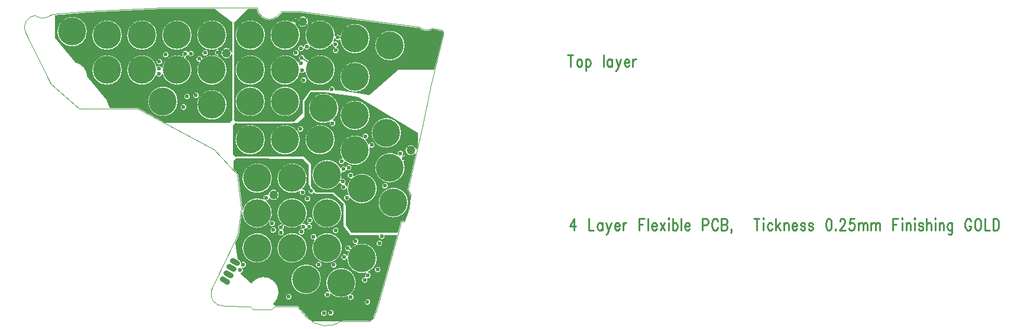
<source format=gbr>
*
*
G04 PADS 9.3 Build Number: 433611 generated Gerber (RS-274-X) file*
G04 PC Version=2.1*
*
%IN "MMSP_L.pcb"*%
*
%MOIN*%
*
%FSLAX35Y35*%
*
*
*
*
G04 PC Standard Apertures*
*
*
G04 Thermal Relief Aperture macro.*
%AMTER*
1,1,$1,0,0*
1,0,$1-$2,0,0*
21,0,$3,$4,0,0,45*
21,0,$3,$4,0,0,135*
%
*
*
G04 Annular Aperture macro.*
%AMANN*
1,1,$1,0,0*
1,0,$2,0,0*
%
*
*
G04 Odd Aperture macro.*
%AMODD*
1,1,$1,0,0*
1,0,$1-0.005,0,0*
%
*
*
G04 PC Custom Aperture Macros*
*
*
*
*
*
*
G04 PC Aperture Table*
*
%ADD010C,0.001*%
%ADD012C,0.00591*%
%ADD014C,0.15748*%
%ADD015C,0.05*%
%ADD016C,0.01*%
%ADD017C,0.004*%
%ADD018C,0.00787*%
%ADD019C,0.02362*%
%ADD020C,0.015*%
%ADD038C,0.03*%
*
*
*
*
G04 PC Circuitry*
G04 Layer Name MMSP_L.pcb - circuitry*
%LPD*%
*
*
G04 PC Custom Flashes*
G04 Layer Name MMSP_L.pcb - flashes*
%LPD*%
*
*
G04 PC Circuitry*
G04 Layer Name MMSP_L.pcb - circuitry*
%LPD*%
*
G54D10*
G01X1195522Y929134D02*
G75*
G03X1195522I-8514J0D01*
G01X1184105Y938583D02*
G03X1184105I-1822J0D01*
G01X1191585Y968504D02*
G03X1191585I-8514J0D01*
G01X1173869Y978346D02*
G03X1173869I-8515J0D01*
G01X1154184Y964567D02*
G03X1154184I-8515J0D01*
G01X1134499D02*
G03X1134499I-8515J0D01*
G01X1136467Y970669D02*
G03X1136467I-1821J0D01*
G01X1114814Y964567D02*
G03X1114814I-8515J0D01*
G01X1193554Y1017717D02*
G03X1193554I-8515J0D01*
G01X1173869Y1000000D02*
G03X1173869I-8515J0D01*
G01X1138239Y998228D02*
G03X1138239I-1822J0D01*
G01X1134499Y986220D02*
G03X1134499I-8515J0D01*
G01X1114814D02*
G03X1114814I-8515J0D01*
G01Y1003937D02*
G03X1114814I-8515J0D01*
G01X1133908Y1013583D02*
G03X1133908I-1821J0D01*
G01X1179971Y891339D02*
G03X1179971I-1821J0D01*
G01X1174263Y873031D02*
G03X1174263I-1822J0D01*
G01X1180956Y906102D02*
G03X1180956I-1822J0D01*
G01X1155168Y893898D02*
G03X1155168I-1822J0D01*
G01X1129774Y875984D02*
G03X1129774I-1821J0D01*
G01X1146310Y885827D02*
G03X1146310I-8515J0D01*
G01X1146704Y894094D02*
G03X1146704I-1822J0D01*
G01X1156349Y913386D02*
G03X1156349I-1821J0D01*
G01X1138436Y903543D02*
G03X1138436I-8515J0D01*
G01X1158121Y923228D02*
G03X1158121I-8515J0D01*
G01X1140404Y931299D02*
G03X1140404I-1821J0D01*
G01X1118751Y942913D02*
G03X1118751I-8515J0D01*
G01Y903543D02*
G03X1118751I-8515J0D01*
G01X1121113Y913583D02*
G03X1121113I-1822J0D01*
G01X1153593Y866929D02*
G03X1153593I-1821J0D01*
G01X1149656Y866732D02*
G03X1149656I-1821J0D01*
G01X1082727Y1013583D02*
G03X1082727I-1821J0D01*
G01X1093160Y1023622D02*
G03X1093160I-8514J0D01*
G01X1070522Y983071D02*
G03X1070522I-1821J0D01*
G01X1072491Y988976D02*
G03X1072491I-1822J0D01*
G01X1065601Y986220D02*
G03X1065601I-8514J0D01*
G01X1056940Y1008661D02*
G03X1056940I-1822J0D01*
G01X1060483Y1012598D02*
G03X1060483I-1822J0D01*
G01X1073475Y1023622D02*
G03X1073475I-8514J0D01*
G01X1053790D02*
G03X1053790I-8514J0D01*
G01X1034105Y1003937D02*
G03X1034105I-8514J0D01*
G01Y1023622D02*
G03X1034105I-8514J0D01*
G01X1014420Y1025591D02*
G03X1014420I-8514J0D01*
G01X1200541Y961963D02*
Y968476D01*
X1166883Y988731*
X1147996Y991289*
X1140353*
X1136861Y985959*
Y977339*
X1133089Y974163*
X1131252*
X1131119Y974029*
X1130491Y973769D02*
G03X1131119Y974029I0J887D01*
G01X1130491Y973769D02*
X1098464Y973787D01*
X1098003Y973916D02*
G03X1098464Y973787I461J758D01*
G01X1098003Y973916D02*
X1096507Y972420D01*
Y956517*
X1098065Y954958*
X1098212Y955105*
X1098835Y955365D02*
G03X1098212Y955105I5J-887D01*
G01X1098835Y955365D02*
X1135801Y955562D01*
X1136434Y955302D02*
G03X1135801Y955562I-628J-628D01*
G01X1136434Y955302D02*
X1140341Y951394D01*
X1140601Y950767D02*
G03X1140341Y951394I-887J-0D01*
G01X1140601Y950767D02*
Y938578D01*
X1141686Y937191*
X1142489Y936166D02*
G03X1141686Y937191I-1741J-536D01*
G01X1142489Y936166D02*
X1143331Y935089D01*
X1153366*
X1159499Y929352*
Y928847*
X1159999Y928387*
X1160286Y927734D02*
G03X1159999Y928387I-887J-0D01*
G01X1160286Y927734D02*
Y916609D01*
X1163421Y912255*
X1189265*
X1190916Y918472*
X1191535Y918948D02*
G03X1190916Y918472I0J-641D01*
G01X1191535Y918948D02*
X1193037D01*
G03X1196238Y932838I-27584J13669*
G01X1194764Y936285*
X1194728Y936681D02*
G03X1194764Y936285I625J-144D01*
G01X1194728Y936681D02*
X1199342Y956750D01*
X1199927Y959293D02*
G03X1199342Y956750I-3077J-632D01*
G01X1199927Y959293D02*
X1200541Y961963D01*
X1214785Y1024185D02*
G03X1214423Y1025781I-1777J437D01*
G01X1209402Y1026842*
X1201094Y1027657D02*
G03X1209402Y1026842I4690J5057D01*
G01X1201094Y1027657D02*
X1200197D01*
X1200113Y1027663D02*
G03X1200197Y1027657I84J635D01*
G01X1200113Y1027663D02*
X1133958Y1036359D01*
X1124281*
X1121520Y1033598*
X1121483Y1033564D02*
G03X1121520Y1033598I-416J487D01*
G01X1112831Y1033515D02*
G03X1121483Y1033564I4297J5144D01*
G01X1109778Y1038359D02*
G03X1112831Y1033515I5700J208D01*
G01X1109778Y1038359D02*
X1105005D01*
X1097285Y1030615*
X1097294Y1030487D02*
G03X1097285Y1030615I-887J0D01*
G01X1097294Y1030487D02*
Y976202D01*
X1097224Y975856D02*
G03X1097294Y976202I-817J346D01*
G01X1097224Y975856D02*
X1097883Y975255D01*
X1098101Y975038*
X1098249Y975050D02*
G03X1098101Y975038I0J-887D01*
G01X1098249Y975050D02*
X1130885D01*
X1135777Y979942*
Y987025*
X1139936Y992570*
X1150623*
X1154102D02*
G03X1150623I-1740J540D01*
G01X1154102D02*
X1157484D01*
X1173232Y990207*
X1173406*
X1189548Y1004381*
X1209930*
X1214784Y1024185*
X1214785D02*
X1187382Y905169*
X1188820Y910580D01*
X1182251*
X1178772D02*
G03X1182251I1740J-541D01*
G01X1178772D02*
X1163017D01*
X1162307Y910935D02*
G03X1163017Y910580I710J532D01*
G01X1162307Y910935D02*
X1158789Y915626D01*
X1158611Y916158D02*
G03X1158789Y915626I888J0D01*
G01X1158611Y916158D02*
Y928458D01*
X1152540Y934039*
X1142890*
X1142320Y934710*
X1140094Y937330D02*
G03X1142320Y934710I654J-1700D01*
G01X1140094Y937330D02*
X1139714Y937777D01*
Y938272*
X1139115Y939037*
X1138926Y939584D02*
G03X1139115Y939037I888J0D01*
G01X1138926Y939584D02*
Y950441D01*
X1135479Y953888*
X1098347Y953985*
X1096900Y952538*
Y948203*
X1099469Y945436*
X1099636Y945077D02*
G03X1099469Y945436I-636J-77D01*
G01X1099636Y945077D02*
X1101974Y925666D01*
X1101973Y925505D02*
G03X1101974Y925666I-635J85D01*
G01X1101973Y925505D02*
X1101903Y924976D01*
X1113782Y930969D02*
G03X1101903Y924976I-3546J-7741D01*
G01X1116348Y933417D02*
G03X1113782Y930969I-994J-1527D01*
G01X1117112Y931411D02*
G03X1116348Y933417I2376J2054D01*
G01X1115306Y930069D02*
G03X1117112Y931411I48J1821D01*
G01X1117647Y919035D02*
G03X1115306Y930069I-7411J4193D01*
G01X1117425Y918623D02*
G03X1117647Y919035I-1480J1062D01*
G01X1117095Y918183D02*
G03X1117425Y918623I1606J-860D01*
G01X1101736Y923726D02*
G03X1117095Y918183I8500J-498D01*
G01X1101736Y923726D02*
X1099973Y910505D01*
X1099916Y910312D02*
G03X1099973Y910505I-578J278D01*
G01X1099916Y910312D02*
X1097969Y906265D01*
X1099297Y897414*
X1099960Y897066*
X1101094Y895403D02*
G03X1099960Y897066I-2127J-233D01*
G01X1101679Y892406D02*
G03X1101094Y895403I683J1688D01*
G01X1101081Y889191D02*
G03X1101679Y892406I-490J1754D01*
G01X1101081Y889191D02*
X1106843Y883813D01*
X1119515Y871986D02*
G03X1106843Y883813I-5735J6557D01*
G01X1119515Y871986D02*
X1120556Y871014D01*
X1132826*
X1133302Y870802D02*
G03X1132826Y871014I-476J-428D01*
G01X1133302Y870802D02*
X1138825Y864654D01*
G03X1141832Y862255I10566J10156*
G01X1156950*
G03X1157692Y862733I-7559J12555*
G01X1158055Y862845D02*
G03X1157692Y862733I-0J-640D01*
G01X1158055Y862845D02*
X1173546D01*
G03X1175319Y864211I-288J2208*
G01X1177951Y871781*
X1187382Y905169*
X1096121Y1030704D02*
G03X1095881Y1030097I648J-607D01*
G01X1096121Y1030704D02*
X1086070Y1038359D01*
X1057015*
X1015041Y1036361*
X996310Y1034854*
Y1022262*
X1007924Y1008277*
X1014606Y1000232D02*
G03X1007924Y1008277I-8700J-429D01*
G01X1014606Y1000232D02*
X1025240Y987428D01*
X1027213Y982641*
X1043000*
X1043302Y982565D02*
G03X1043000Y982641I-302J-565D01*
G01X1043302Y982565D02*
X1058273Y974557D01*
X1094762*
X1096012Y975807*
X1095881Y976270D02*
G03X1096012Y975807I888J0D01*
G01X1095881Y976270D02*
Y1012751D01*
X1089697Y1013138D02*
G03X1095881Y1012751I3125J320D01*
G01X1089767Y1014189D02*
G03X1089697Y1013138I-1775J-409D01*
G01X1095881Y1014165D02*
G03X1089767Y1014189I-3059J-707D01*
G01X1095881Y1014165D02*
Y1030097D01*
X1195522Y929134D02*
G03X1195522I-8514J0D01*
G01X1184105Y938583D02*
G03X1184105I-1822J0D01*
G01X1162638Y931695D02*
G03X1164574Y944096I6653J5313D01*
G01X1161495Y933584D02*
G03X1162638Y931695I-668J-1694D01*
G01X1160779Y937207D02*
G03X1161495Y933584I8512J-199D01*
G01X1157908Y939210D02*
G03X1160779Y937207I1147J-1415D01*
G01X1156769Y940278D02*
G03X1157908Y939210I1696J667D01*
G01X1157188Y948758D02*
G03X1156769Y940278I-7582J-3876D01*
G01X1160079Y949384D02*
G03X1157188Y948758I-1221J-1353D01*
G01X1160590Y947467D02*
G03X1160079Y949384I1221J1352D01*
G01X1157978Y946437D02*
G03X1160590Y947467I880J1594D01*
G01X1157823Y942650D02*
G03X1157978Y946437I-8217J2232D01*
G01X1159612Y939530D02*
G03X1157823Y942650I-1147J1415D01*
G01X1160849Y938113D02*
G03X1159612Y939530I-1794J-318D01*
G01X1162934Y942672D02*
G03X1160849Y938113I6357J-5664D01*
G01X1164574Y944096D02*
G03X1162934Y942672I-1779J392D01*
G01X1192792Y952340D02*
G03X1192419Y955819I318J1794D01*
G01X1189251Y956219D02*
G03X1192792Y952340I-4212J-7400D01*
G01X1192419Y955819D02*
G03X1189251Y956219I-1474J1071D01*
G01X1173741Y960135D02*
G03X1173087Y962225I1062J1479D01*
G01X1159695Y952300D02*
G03X1173741Y960135I5659J6361D01*
G01X1158123Y954167D02*
G03X1159695Y952300I-249J-1805D01*
G01X1169490Y966104D02*
G03X1158123Y954167I-4136J-7443D01*
G01X1171341Y964716D02*
G03X1169490Y966104I-81J1819D01*
G01X1173087Y962225D02*
G03X1171341Y964716I-7733J-3564D01*
G01X1191585Y968504D02*
G03X1191585I-8514J0D01*
G01X1173869Y978346D02*
G03X1173869I-8515J0D01*
G01X1154184Y964567D02*
G03X1154184I-8515J0D01*
G01X1152951Y975630D02*
G03X1151061Y974487I-5313J6653D01*
X1152951Y975630I1695J-668*
G01X1134499Y964567D02*
G03X1134499I-8515J0D01*
G01X1136467Y970669D02*
G03X1136467I-1821J0D01*
G01X1114814Y964567D02*
G03X1114814I-8515J0D01*
G01X1193554Y1017717D02*
G03X1193554I-8515J0D01*
G01X1173869Y1000000D02*
G03X1173869I-8515J0D01*
G01X1138239Y998228D02*
G03X1138239I-1822J0D01*
G01X1134499Y986220D02*
G03X1134499I-8515J0D01*
G01X1137223Y1002857D02*
G03X1139236Y1009514I8446J1080D01*
G01X1134364Y1002430D02*
G03X1137223Y1002857I1266J1310D01*
G01X1133316Y1008267D02*
G03X1134364Y1002430I-7332J-4330D01*
G01X1134349Y1009363D02*
G03X1133316Y1008267I690J-1686D01*
G01X1137255Y1010847D02*
G03X1134349Y1009363I-1822J-20D01*
G01X1137255Y1010847D02*
X1139236Y1009514D01*
X1156878Y1020847D02*
G03X1157040Y1023488I8476J807D01*
G01X1153967Y1021711D02*
G03X1156878Y1020847I1742J533D01*
G01X1153410Y1020076D02*
G03X1153967Y1021711I-7741J3546D01*
G01X1154841Y1016755D02*
G03X1153410Y1020076I-510J1749D01*
G01X1154017Y1016709D02*
G03X1154841Y1016755I511J-1748D01*
G01X1152510Y1018552D02*
G03X1154017Y1016709I1821J-48D01*
G01X1140005Y1017265D02*
G03X1152510Y1018552I5664J6357D01*
G01X1136664Y1016129D02*
G03X1140005Y1017265I1525J997D01*
G01X1136367Y1017138D02*
G03X1136664Y1016129I-1524J-996D01*
G01X1138581Y1018905D02*
G03X1136367Y1017138I-392J-1779D01*
G01X1154175Y1023227D02*
G03X1138581Y1018905I-8506J395D01*
G01X1157040Y1023488D02*
G03X1154175Y1023227I-1331J-1244D01*
G01X1133010Y1030435D02*
G03X1133264Y1032615I3050J750D01*
G01X1131766Y1029873D02*
G03X1133010Y1030435I-73J1820D01*
G01X1129952Y1031155D02*
G03X1131766Y1029873I-3968J-7533D01*
G01X1133264Y1032615D02*
G03X1129952Y1031155I-1571J-922D01*
G01X1114814Y986220D02*
G03X1114814I-8515J0D01*
G01Y1003937D02*
G03X1114814I-8515J0D01*
G01X1114106Y1020223D02*
G03X1114011Y1020012I-7807J3399D01*
X1114106Y1020223I-1609J854*
G01X1133908Y1013583D02*
G03X1133908I-1821J0D01*
G01X1179971Y891339D02*
G03X1179971I-1821J0D01*
G01X1174263Y873031D02*
G03X1174263I-1822J0D01*
G01X1172650Y889814D02*
G03X1166756Y905766I-3359J7824D01*
G01X1172531Y886174D02*
G03X1172650Y889814I107J1818D01*
G01X1170973Y887252D02*
G03X1172530Y886174I-107J-1819D01*
G01X1171500Y889415D02*
G03X1170973Y887252I1138J-1423D01*
G01X1160779Y897432D02*
G03X1171500Y889415I8512J206D01*
G01X1160915Y899168D02*
G03X1160779Y897432I-1663J-743D01*
G01X1161730Y901552D02*
G03X1160915Y899168I7561J-3914D01*
G01X1163220Y903608D02*
G03X1161730Y901552I-1803J-262D01*
G01X1165962Y905474D02*
G03X1163220Y903608I3329J-7836D01*
G01X1166756Y905766D02*
G03X1165962Y905474I-1008J1517D01*
G01X1180956Y906102D02*
G03X1180956I-1822J0D01*
G01X1155168Y893898D02*
G03X1155168I-1822J0D01*
G01X1129774Y875984D02*
G03X1129774I-1821J0D01*
G01X1146310Y885827D02*
G03X1146310I-8515J0D01*
G01X1146704Y894094D02*
G03X1146704I-1822J0D01*
G01X1141289Y905367D02*
G03X1143747Y909721I8317J-1824D01*
G01X1141515Y906195D02*
G03X1141289Y905367I1595J-880D01*
G01X1142403Y908084D02*
G03X1141515Y906195I7203J-4541D01*
G01X1143747Y909721D02*
G03X1142403Y908084I-1818J122D01*
G01X1156349Y913386D02*
G03X1156349I-1821J0D01*
G01X1138436Y903543D02*
G03X1138436I-8515J0D01*
G01X1140137Y917281D02*
G03X1139391Y917364I-176J1813D01*
G01X1137992Y914635D02*
G03X1140137Y917281I1575J916D01*
G01X1136652Y913745D02*
G03X1137992Y914635I-235J1806D01*
G01X1135001Y914405D02*
G03X1136652Y913745I235J-1807D01*
G01X1134711Y916189D02*
G03X1135001Y914405I1706J-638D01*
G01X1125535Y915931D02*
G03X1134711Y916189I4386J7297D01*
G01X1125535Y915931D02*
X1125412Y915773D01*
X1124664Y913699D02*
G03X1125412Y915773I-991J1528D01*
G01X1122631Y913733D02*
G03X1124664Y913699I991J-1528D01*
G01X1123781Y917046D02*
G03X1122631Y913733I-108J-1819D01*
G01X1123781Y917046D02*
X1123905Y917204D01*
X1136071Y917340D02*
G03X1123905Y917204I-6150J5888D01*
G01X1137992Y916467D02*
G03X1136071Y917340I-1575J-916D01*
G01X1139391Y917364D02*
G03X1137992Y916467I176J-1813D01*
G01X1158121Y923228D02*
G03X1158121I-8515J0D01*
G01X1140404Y931299D02*
G03X1140404I-1821J0D01*
G01X1135700Y936660D02*
G03X1121438Y943644I-5779J6253D01*
G01X1134133Y935514D02*
G03X1135700Y936660I1694J-671D01*
G01X1121411Y943183D02*
G03X1134133Y935514I8510J-270D01*
G01X1121438Y943644D02*
G03X1121411Y943183I1790J-337D01*
G01X1118751Y942913D02*
G03X1118751I-8515J0D01*
G01Y903543D02*
G03X1118751I-8515J0D01*
G01X1121113Y913583D02*
G03X1121113I-1822J0D01*
G01X1153593Y866929D02*
G03X1153593I-1821J0D01*
G01X1149656Y866732D02*
G03X1149656I-1821J0D01*
G01X1163245Y877592D02*
G03X1150645Y878781I-5765J6266D01*
G01X1161220Y876209D02*
G03X1163245Y877592I1772J-422D01*
G01X1151518Y877780D02*
G03X1161220Y876209I5962J6078D01*
G01X1150645Y878781D02*
G03X1151518Y877780I-842J-1616D01*
G01X1082727Y1013583D02*
G03X1082727I-1821J0D01*
G01X1093160Y1023622D02*
G03X1093160I-8514J0D01*
G01X1070522Y983071D02*
G03X1070522I-1821J0D01*
G01X1072491Y988976D02*
G03X1072491I-1822J0D01*
G01X1065601Y986220D02*
G03X1065601I-8514J0D01*
G01X1071260Y1012273D02*
G03Y1014105I1575J916D01*
G01X1069924Y1011383D02*
G03X1071260Y1012273I-239J1806D01*
G01X1069924Y1011383D02*
X1069725Y1010994D01*
X1056742Y1001712D02*
G03X1069725Y1010994I8219J2225D01*
G01X1053269Y1001004D02*
G03X1056742Y1001712I1652J768D01*
G01X1053554Y1005928D02*
G03X1053269Y1001004I-8278J-1991D01*
G01X1056585Y1005467D02*
G03X1053554Y1005928I-1664J-743D01*
G01X1067883Y1011934D02*
G03X1056585Y1005467I-2922J-7997D01*
G01X1067883Y1011934D02*
X1068082Y1012324D01*
X1071260Y1014105D02*
G03X1068082Y1012324I-1575J-916D01*
G01X1056940Y1008661D02*
G03X1056940I-1822J0D01*
G01X1060483Y1012598D02*
G03X1060483I-1822J0D01*
G01X1073475Y1023622D02*
G03X1073475I-8514J0D01*
G01X1053790D02*
G03X1053790I-8514J0D01*
G01X1034105Y1003937D02*
G03X1034105I-8514J0D01*
G01Y1023622D02*
G03X1034105I-8514J0D01*
G01X1014420Y1025591D02*
G03X1014420I-8514J0D01*
G01X1077277Y988519D02*
G03X1077413Y988746I7369J-4267D01*
X1077277Y988519I-1626J821*
G01X1077407Y1008421D02*
G03X1079344Y1010600I7239J-4484D01*
X1077407Y1008421I-1785J-364*
G01X1191585Y968436D02*
X1200541D01*
X1191584Y968346D02*
X1200541D01*
X1191582Y968256D02*
X1200541D01*
X1191579Y968166D02*
X1200541D01*
X1191575Y968076D02*
X1200541D01*
X1191570Y967986D02*
X1200541D01*
X1191564Y967896D02*
X1200541D01*
X1191557Y967806D02*
X1200541D01*
X1191549Y967716D02*
X1200541D01*
X1191540Y967626D02*
X1200541D01*
X1191530Y967536D02*
X1200541D01*
X1191519Y967446D02*
X1200541D01*
X1191508Y967356D02*
X1200541D01*
X1191495Y967266D02*
X1200541D01*
X1191481Y967176D02*
X1200541D01*
X1191467Y967086D02*
X1200541D01*
X1191451Y966996D02*
X1200541D01*
X1191434Y966906D02*
X1200541D01*
X1191416Y966816D02*
X1200541D01*
X1191398Y966726D02*
X1200541D01*
X1191378Y966636D02*
X1200541D01*
X1191357Y966546D02*
X1200541D01*
X1191336Y966456D02*
X1200541D01*
X1191313Y966366D02*
X1200541D01*
X1191289Y966276D02*
X1200541D01*
X1191264Y966186D02*
X1200541D01*
X1191238Y966096D02*
X1200541D01*
X1191211Y966006D02*
X1200541D01*
X1191183Y965916D02*
X1200541D01*
X1191153Y965826D02*
X1200541D01*
X1191123Y965736D02*
X1200541D01*
X1191091Y965646D02*
X1200541D01*
X1191059Y965556D02*
X1200541D01*
X1191025Y965466D02*
X1200541D01*
X1190990Y965376D02*
X1200541D01*
X1190954Y965286D02*
X1200541D01*
X1190917Y965196D02*
X1200541D01*
X1190878Y965106D02*
X1200541D01*
X1190838Y965016D02*
X1200541D01*
X1190797Y964926D02*
X1200541D01*
X1190755Y964836D02*
X1200541D01*
X1190711Y964746D02*
X1200541D01*
X1190666Y964656D02*
X1200541D01*
X1190620Y964566D02*
X1200541D01*
X1190572Y964476D02*
X1200541D01*
X1190523Y964386D02*
X1200541D01*
X1190473Y964296D02*
X1200541D01*
X1190421Y964206D02*
X1200541D01*
X1190368Y964116D02*
X1200541D01*
X1190313Y964026D02*
X1200541D01*
X1190256Y963936D02*
X1200541D01*
X1190198Y963846D02*
X1200541D01*
X1190139Y963756D02*
X1200541D01*
X1190077Y963666D02*
X1200541D01*
X1190014Y963576D02*
X1200541D01*
X1189950Y963486D02*
X1200541D01*
X1189883Y963396D02*
X1200541D01*
X1189815Y963306D02*
X1200541D01*
X1189744Y963216D02*
X1200541D01*
X1189672Y963126D02*
X1200541D01*
X1189598Y963036D02*
X1200541D01*
X1189521Y962946D02*
X1200541D01*
X1189443Y962856D02*
X1200541D01*
X1189362Y962766D02*
X1200541D01*
X1189278Y962676D02*
X1200541D01*
X1189193Y962586D02*
X1200541D01*
X1189104Y962496D02*
X1200541D01*
X1189013Y962406D02*
X1200541D01*
X1188920Y962316D02*
X1200541D01*
X1188823Y962226D02*
X1200541D01*
X1188723Y962136D02*
X1200541D01*
X1188620Y962046D02*
X1200541D01*
X1188514Y961956D02*
X1200539D01*
X1188403Y961866D02*
X1200518D01*
X1197254Y961776D02*
X1200498D01*
X1197696Y961686D02*
X1200477D01*
X1191585Y968526D02*
X1200457D01*
X1197969Y961596D02*
X1200456D01*
X1198181Y961506D02*
X1200435D01*
X1198359Y961416D02*
X1200415D01*
X1198513Y961326D02*
X1200394D01*
X1198649Y961236D02*
X1200373D01*
X1198771Y961146D02*
X1200353D01*
X1198882Y961056D02*
X1200332D01*
X1198984Y960966D02*
X1200311D01*
X1191585Y968616D02*
X1200307D01*
X1199077Y960876D02*
X1200291D01*
X1199163Y960786D02*
X1200270D01*
X1199243Y960696D02*
X1200249D01*
X1199317Y960606D02*
X1200229D01*
X1199385Y960516D02*
X1200208D01*
X1199448Y960426D02*
X1200187D01*
X1199507Y960336D02*
X1200167D01*
X1191583Y968706D02*
X1200158D01*
X1199562Y960246D02*
X1200146D01*
X1199613Y960156D02*
X1200125D01*
X1199659Y960066D02*
X1200104D01*
X1199703Y959976D02*
X1200084D01*
X1199742Y959886D02*
X1200063D01*
X1199779Y959796D02*
X1200042D01*
X1199812Y959706D02*
X1200022D01*
X1191580Y968796D02*
X1200008D01*
X1199842Y959616D02*
X1200001D01*
X1199870Y959526D02*
X1199980D01*
X1199894Y959436D02*
X1199960D01*
X1199915Y959346D02*
X1199939D01*
X1191577Y968886D02*
X1199859D01*
X1191572Y968976D02*
X1199709D01*
X1191567Y969066D02*
X1199560D01*
X1191560Y969156D02*
X1199410D01*
X1199332Y956736D02*
X1199339D01*
X1199259Y956646D02*
X1199318D01*
X1199181Y956556D02*
X1199298D01*
X1199096Y956466D02*
X1199277D01*
X1191553Y969246D02*
X1199261D01*
X1199004Y956376D02*
X1199256D01*
X1198905Y956286D02*
X1199235D01*
X1198796Y956196D02*
X1199215D01*
X1198676Y956106D02*
X1199194D01*
X1198543Y956016D02*
X1199173D01*
X1198393Y955926D02*
X1199153D01*
X1198222Y955836D02*
X1199132D01*
X1198018Y955746D02*
X1199111D01*
X1191545Y969336D02*
X1199111D01*
X1197762Y955656D02*
X1199091D01*
X1197381Y955566D02*
X1199070D01*
X1194342Y955476D02*
X1199049D01*
X1194433Y955386D02*
X1199029D01*
X1194513Y955296D02*
X1199008D01*
X1194583Y955206D02*
X1198987D01*
X1194644Y955116D02*
X1198967D01*
X1191535Y969426D02*
X1198961D01*
X1194698Y955026D02*
X1198946D01*
X1194746Y954936D02*
X1198925D01*
X1194787Y954846D02*
X1198904D01*
X1194822Y954756D02*
X1198884D01*
X1194852Y954666D02*
X1198863D01*
X1194877Y954576D02*
X1198842D01*
X1194898Y954486D02*
X1198822D01*
X1191525Y969516D02*
X1198812D01*
X1194913Y954396D02*
X1198801D01*
X1194924Y954306D02*
X1198780D01*
X1194930Y954216D02*
X1198760D01*
X1194932Y954126D02*
X1198739D01*
X1194929Y954036D02*
X1198718D01*
X1194922Y953946D02*
X1198698D01*
X1194911Y953856D02*
X1198677D01*
X1191514Y969606D02*
X1198662D01*
X1194894Y953766D02*
X1198656D01*
X1194873Y953676D02*
X1198635D01*
X1194848Y953586D02*
X1198615D01*
X1194817Y953496D02*
X1198594D01*
X1194780Y953406D02*
X1198573D01*
X1194738Y953316D02*
X1198553D01*
X1194690Y953226D02*
X1198532D01*
X1191502Y969696D02*
X1198513D01*
X1194634Y953136D02*
X1198511D01*
X1194571Y953046D02*
X1198491D01*
X1194500Y952956D02*
X1198470D01*
X1194418Y952866D02*
X1198449D01*
X1194325Y952776D02*
X1198429D01*
X1194216Y952686D02*
X1198408D01*
X1194087Y952596D02*
X1198387D01*
X1193928Y952506D02*
X1198367D01*
X1191488Y969786D02*
X1198363D01*
X1193716Y952416D02*
X1198346D01*
X1193334Y952326D02*
X1198325D01*
X1192838Y952236D02*
X1198304D01*
X1192877Y952146D02*
X1198284D01*
X1192915Y952056D02*
X1198263D01*
X1192951Y951966D02*
X1198242D01*
X1192986Y951876D02*
X1198222D01*
X1191474Y969876D02*
X1198214D01*
X1193020Y951786D02*
X1198201D01*
X1193053Y951696D02*
X1198180D01*
X1193085Y951606D02*
X1198160D01*
X1193115Y951516D02*
X1198139D01*
X1193145Y951426D02*
X1198118D01*
X1193173Y951336D02*
X1198098D01*
X1193201Y951246D02*
X1198077D01*
X1191459Y969966D02*
X1198064D01*
X1193227Y951156D02*
X1198056D01*
X1193252Y951066D02*
X1198035D01*
X1193276Y950976D02*
X1198015D01*
X1193299Y950886D02*
X1197994D01*
X1193321Y950796D02*
X1197973D01*
X1193342Y950706D02*
X1197953D01*
X1193362Y950616D02*
X1197932D01*
X1191443Y970056D02*
X1197915D01*
X1193381Y950526D02*
X1197911D01*
X1193399Y950436D02*
X1197891D01*
X1193416Y950346D02*
X1197870D01*
X1193432Y950256D02*
X1197849D01*
X1193447Y950166D02*
X1197829D01*
X1193461Y950076D02*
X1197808D01*
X1193474Y949986D02*
X1197787D01*
X1193486Y949896D02*
X1197767D01*
X1191426Y970146D02*
X1197765D01*
X1193497Y949806D02*
X1197746D01*
X1193507Y949716D02*
X1197725D01*
X1193516Y949626D02*
X1197704D01*
X1193524Y949536D02*
X1197684D01*
X1193531Y949446D02*
X1197663D01*
X1193537Y949356D02*
X1197642D01*
X1193542Y949266D02*
X1197622D01*
X1191407Y970236D02*
X1197615D01*
X1193546Y949176D02*
X1197601D01*
X1193550Y949086D02*
X1197580D01*
X1193552Y948996D02*
X1197560D01*
X1193554Y948906D02*
X1197539D01*
X1193554Y948816D02*
X1197518D01*
X1193553Y948726D02*
X1197498D01*
X1193552Y948636D02*
X1197477D01*
X1191388Y970326D02*
X1197466D01*
X1193550Y948546D02*
X1197456D01*
X1193546Y948456D02*
X1197435D01*
X1193542Y948366D02*
X1197415D01*
X1193537Y948276D02*
X1197394D01*
X1193530Y948186D02*
X1197373D01*
X1193523Y948096D02*
X1197353D01*
X1193515Y948006D02*
X1197332D01*
X1191368Y970416D02*
X1197316D01*
X1193506Y947916D02*
X1197311D01*
X1193496Y947826D02*
X1197291D01*
X1193485Y947736D02*
X1197270D01*
X1193473Y947646D02*
X1197249D01*
X1193460Y947556D02*
X1197229D01*
X1193446Y947466D02*
X1197208D01*
X1193431Y947376D02*
X1197187D01*
X1191347Y970506D02*
X1197167D01*
X1193415Y947286D02*
X1197167D01*
X1193398Y947196D02*
X1197146D01*
X1193380Y947106D02*
X1197125D01*
X1193361Y947016D02*
X1197104D01*
X1193341Y946926D02*
X1197084D01*
X1193320Y946836D02*
X1197063D01*
X1193298Y946746D02*
X1197042D01*
X1193275Y946656D02*
X1197022D01*
X1191324Y970596D02*
X1197017D01*
X1193251Y946566D02*
X1197001D01*
X1193225Y946476D02*
X1196980D01*
X1193199Y946386D02*
X1196960D01*
X1193172Y946296D02*
X1196939D01*
X1193143Y946206D02*
X1196918D01*
X1193114Y946116D02*
X1196898D01*
X1193083Y946026D02*
X1196877D01*
X1191301Y970686D02*
X1196868D01*
X1193051Y945936D02*
X1196856D01*
X1193018Y945846D02*
X1196835D01*
X1192984Y945756D02*
X1196815D01*
X1192949Y945666D02*
X1196794D01*
X1192912Y945576D02*
X1196773D01*
X1192875Y945486D02*
X1196753D01*
X1192836Y945396D02*
X1196732D01*
X1191277Y970776D02*
X1196718D01*
X1192796Y945306D02*
X1196711D01*
X1192754Y945216D02*
X1196691D01*
X1192711Y945126D02*
X1196670D01*
X1192667Y945036D02*
X1196649D01*
X1192622Y944946D02*
X1196629D01*
X1192576Y944856D02*
X1196608D01*
X1192528Y944766D02*
X1196587D01*
X1191251Y970866D02*
X1196569D01*
X1192478Y944676D02*
X1196567D01*
X1192427Y944586D02*
X1196546D01*
X1192375Y944496D02*
X1196525D01*
X1192321Y944406D02*
X1196504D01*
X1192266Y944316D02*
X1196484D01*
X1192209Y944226D02*
X1196463D01*
X1188289Y961776D02*
X1196447D01*
X1192151Y944136D02*
X1196442D01*
X1192090Y944046D02*
X1196422D01*
X1191225Y970956D02*
X1196419D01*
X1192029Y943956D02*
X1196401D01*
X1191965Y943866D02*
X1196380D01*
X1191900Y943776D02*
X1196360D01*
X1191833Y943686D02*
X1196339D01*
X1194236Y955566D02*
X1196320D01*
X1191764Y943596D02*
X1196318D01*
X1191693Y943506D02*
X1196298D01*
X1191620Y943416D02*
X1196277D01*
X1191197Y971046D02*
X1196270D01*
X1191545Y943326D02*
X1196256D01*
X1194778Y932616D02*
X1196238D01*
X1194737Y932706D02*
X1196238D01*
X1194818Y932526D02*
X1196238D01*
X1194695Y932796D02*
X1196238D01*
X1194856Y932436D02*
X1196238D01*
X1194893Y932346D02*
X1196237D01*
X1194929Y932256D02*
X1196236D01*
X1191468Y943236D02*
X1196235D01*
X1194964Y932166D02*
X1196235D01*
X1194998Y932076D02*
X1196234D01*
X1195031Y931986D02*
X1196232D01*
X1195062Y931896D02*
X1196230D01*
X1195092Y931806D02*
X1196228D01*
X1195121Y931716D02*
X1196225D01*
X1195150Y931626D02*
X1196222D01*
X1195177Y931536D02*
X1196219D01*
X1194651Y932886D02*
X1196217D01*
X1195203Y931446D02*
X1196216D01*
X1191389Y943146D02*
X1196215D01*
X1195227Y931356D02*
X1196213D01*
X1195251Y931266D02*
X1196209D01*
X1195274Y931176D02*
X1196205D01*
X1195296Y931086D02*
X1196200D01*
X1195316Y930996D02*
X1196196D01*
X1191307Y943056D02*
X1196194D01*
X1195336Y930906D02*
X1196191D01*
X1195355Y930816D02*
X1196186D01*
X1195372Y930726D02*
X1196180D01*
X1194606Y932976D02*
X1196179D01*
X1195389Y930636D02*
X1196175D01*
X1191223Y942966D02*
X1196173D01*
X1195405Y930546D02*
X1196169D01*
X1195419Y930456D02*
X1196162D01*
X1195433Y930366D02*
X1196156D01*
X1191137Y942876D02*
X1196153D01*
X1195446Y930276D02*
X1196149D01*
X1195457Y930186D02*
X1196142D01*
X1194560Y933066D02*
X1196140D01*
X1195468Y930096D02*
X1196135D01*
X1191048Y942786D02*
X1196132D01*
X1195478Y930006D02*
X1196128D01*
X1191168Y971136D02*
X1196120D01*
X1195486Y929916D02*
X1196120D01*
X1195494Y929826D02*
X1196112D01*
X1190956Y942696D02*
X1196111D01*
X1195501Y929736D02*
X1196103D01*
X1194513Y933156D02*
X1196102D01*
X1195507Y929646D02*
X1196095D01*
X1190862Y942606D02*
X1196091D01*
X1195512Y929556D02*
X1196086D01*
X1195516Y929466D02*
X1196077D01*
X1190764Y942516D02*
X1196070D01*
X1195519Y929376D02*
X1196067D01*
X1194464Y933246D02*
X1196063D01*
X1195521Y929286D02*
X1196058D01*
X1190663Y942426D02*
X1196049D01*
X1195522Y929196D02*
X1196048D01*
X1195522Y929106D02*
X1196038D01*
X1190559Y942336D02*
X1196029D01*
X1195522Y929016D02*
X1196027D01*
X1194413Y933336D02*
X1196025D01*
X1195520Y928926D02*
X1196016D01*
X1190452Y942246D02*
X1196008D01*
X1195517Y928836D02*
X1196005D01*
X1188171Y961686D02*
X1196005D01*
X1195514Y928746D02*
X1195994D01*
X1190341Y942156D02*
X1195987D01*
X1194361Y933426D02*
X1195986D01*
X1195509Y928656D02*
X1195983D01*
X1195504Y928566D02*
X1195971D01*
X1191139Y971226D02*
X1195970D01*
X1190226Y942066D02*
X1195967D01*
X1195497Y928476D02*
X1195959D01*
X1194308Y933516D02*
X1195948D01*
X1195490Y928386D02*
X1195946D01*
X1190106Y941976D02*
X1195946D01*
X1194111Y955656D02*
X1195939D01*
X1195481Y928296D02*
X1195934D01*
X1189982Y941886D02*
X1195925D01*
X1195472Y928206D02*
X1195921D01*
X1194253Y933606D02*
X1195909D01*
X1195461Y928116D02*
X1195908D01*
X1189854Y941796D02*
X1195904D01*
X1195450Y928026D02*
X1195894D01*
X1189720Y941706D02*
X1195884D01*
X1195438Y927936D02*
X1195880D01*
X1194197Y933696D02*
X1195871D01*
X1195425Y927846D02*
X1195867D01*
X1189580Y941616D02*
X1195863D01*
X1195410Y927756D02*
X1195852D01*
X1189434Y941526D02*
X1195842D01*
X1195395Y927666D02*
X1195838D01*
X1194139Y933786D02*
X1195832D01*
X1195379Y927576D02*
X1195823D01*
X1189281Y941436D02*
X1195822D01*
X1191108Y971316D02*
X1195821D01*
X1195361Y927486D02*
X1195808D01*
X1189120Y941346D02*
X1195801D01*
X1194080Y933876D02*
X1195794D01*
X1195343Y927396D02*
X1195793D01*
X1188951Y941256D02*
X1195780D01*
X1195324Y927306D02*
X1195777D01*
X1195304Y927216D02*
X1195761D01*
X1188772Y941166D02*
X1195760D01*
X1194018Y933966D02*
X1195755D01*
X1195282Y927126D02*
X1195745D01*
X1188581Y941076D02*
X1195739D01*
X1188049Y961596D02*
X1195732D01*
X1195260Y927036D02*
X1195728D01*
X1188378Y940986D02*
X1195718D01*
X1193956Y934056D02*
X1195717D01*
X1195237Y926946D02*
X1195712D01*
X1188158Y940896D02*
X1195698D01*
X1195212Y926856D02*
X1195695D01*
X1193958Y955746D02*
X1195683D01*
X1193891Y934146D02*
X1195678D01*
X1195187Y926766D02*
X1195677D01*
X1187919Y940806D02*
X1195677D01*
X1191076Y971406D02*
X1195671D01*
X1195160Y926676D02*
X1195660D01*
X1187655Y940716D02*
X1195656D01*
X1195132Y926586D02*
X1195642D01*
X1193824Y934236D02*
X1195640D01*
X1187358Y940626D02*
X1195635D01*
X1195104Y926496D02*
X1195624D01*
X1187012Y940536D02*
X1195615D01*
X1195074Y926406D02*
X1195605D01*
X1193756Y934326D02*
X1195601D01*
X1186586Y940446D02*
X1195594D01*
X1195043Y926316D02*
X1195587D01*
X1185976Y940356D02*
X1195573D01*
X1195011Y926226D02*
X1195568D01*
X1193686Y934416D02*
X1195563D01*
X1182980Y940266D02*
X1195553D01*
X1194977Y926136D02*
X1195549D01*
X1183167Y940176D02*
X1195532D01*
X1194943Y926046D02*
X1195529D01*
X1193614Y934506D02*
X1195525D01*
X1191042Y971496D02*
X1195522D01*
X1187921Y961506D02*
X1195519D01*
X1183312Y940086D02*
X1195511D01*
X1194907Y925956D02*
X1195509D01*
X1183433Y939996D02*
X1195491D01*
X1194870Y925866D02*
X1195489D01*
X1193540Y934596D02*
X1195486D01*
X1193759Y955836D02*
X1195479D01*
X1183535Y939906D02*
X1195470D01*
X1194832Y925776D02*
X1195469D01*
X1183624Y939816D02*
X1195449D01*
X1194793Y925686D02*
X1195448D01*
X1193463Y934686D02*
X1195448D01*
X1183702Y939726D02*
X1195429D01*
X1194753Y925596D02*
X1195427D01*
X1193385Y934776D02*
X1195409D01*
X1183770Y939636D02*
X1195408D01*
X1194711Y925506D02*
X1195406D01*
X1183830Y939546D02*
X1195387D01*
X1194668Y925416D02*
X1195384D01*
X1191008Y971586D02*
X1195372D01*
X1193304Y934866D02*
X1195371D01*
X1183882Y939456D02*
X1195367D01*
X1194624Y925326D02*
X1195363D01*
X1183928Y939366D02*
X1195346D01*
X1187789Y961416D02*
X1195342D01*
X1194578Y925236D02*
X1195341D01*
X1193221Y934956D02*
X1195332D01*
X1183968Y939276D02*
X1195325D01*
X1194531Y925146D02*
X1195318D01*
X1193437Y955926D02*
X1195307D01*
X1184002Y939186D02*
X1195304D01*
X1194482Y925056D02*
X1195296D01*
X1193135Y935046D02*
X1195294D01*
X1184031Y939096D02*
X1195284D01*
X1194433Y924966D02*
X1195273D01*
X1184055Y939006D02*
X1195263D01*
X1193047Y935136D02*
X1195255D01*
X1194381Y924876D02*
X1195249D01*
X1184074Y938916D02*
X1195242D01*
X1194329Y924786D02*
X1195226D01*
X1190973Y971676D02*
X1195223D01*
X1184089Y938826D02*
X1195222D01*
X1192956Y935226D02*
X1195217D01*
X1194274Y924696D02*
X1195202D01*
X1184099Y938736D02*
X1195201D01*
X1187651Y961326D02*
X1195188D01*
X1184104Y938646D02*
X1195180D01*
X1192863Y935316D02*
X1195178D01*
X1194219Y924606D02*
X1195178D01*
X1184105Y938556D02*
X1195160D01*
X1192543Y956016D02*
X1195158D01*
X1194161Y924516D02*
X1195154D01*
X1192766Y935406D02*
X1195140D01*
X1184101Y938466D02*
X1195139D01*
X1194103Y924426D02*
X1195129D01*
X1184093Y938376D02*
X1195118D01*
X1194042Y924336D02*
X1195104D01*
X1192667Y935496D02*
X1195101D01*
X1184081Y938286D02*
X1195098D01*
X1193980Y924246D02*
X1195079D01*
X1184064Y938196D02*
X1195077D01*
X1190936Y971766D02*
X1195073D01*
X1192564Y935586D02*
X1195063D01*
X1184042Y938106D02*
X1195056D01*
X1193916Y924156D02*
X1195053D01*
X1187507Y961236D02*
X1195052D01*
X1184015Y938016D02*
X1195035D01*
X1193850Y924066D02*
X1195027D01*
X1192589Y956106D02*
X1195025D01*
X1192458Y935676D02*
X1195024D01*
X1183983Y937926D02*
X1195015D01*
X1193782Y923976D02*
X1195001D01*
X1183945Y937836D02*
X1194994D01*
X1192348Y935766D02*
X1194986D01*
X1193713Y923886D02*
X1194974D01*
X1183902Y937746D02*
X1194973D01*
X1183852Y937656D02*
X1194953D01*
X1193642Y923796D02*
X1194948D01*
X1192234Y935856D02*
X1194947D01*
X1188190Y937566D02*
X1194932D01*
X1187356Y961146D02*
X1194929D01*
X1190898Y971856D02*
X1194924D01*
X1193568Y923706D02*
X1194921D01*
X1188713Y937476D02*
X1194911D01*
X1192116Y935946D02*
X1194909D01*
X1192629Y956196D02*
X1194905D01*
X1193493Y923616D02*
X1194893D01*
X1189106Y937386D02*
X1194891D01*
X1191994Y936036D02*
X1194870D01*
X1189432Y937296D02*
X1194870D01*
X1193415Y923526D02*
X1194866D01*
X1189717Y937206D02*
X1194849D01*
X1193335Y923436D02*
X1194838D01*
X1191867Y936126D02*
X1194832D01*
X1189972Y937116D02*
X1194829D01*
X1187197Y961056D02*
X1194818D01*
X1193253Y923346D02*
X1194809D01*
X1190204Y937026D02*
X1194808D01*
X1192664Y956286D02*
X1194796D01*
X1191735Y936216D02*
X1194793D01*
X1190417Y936936D02*
X1194787D01*
X1193168Y923256D02*
X1194781D01*
X1190859Y971946D02*
X1194774D01*
X1190616Y936846D02*
X1194767D01*
X1191597Y936306D02*
X1194755D01*
X1193081Y923166D02*
X1194752D01*
X1190803Y936756D02*
X1194746D01*
X1191453Y936396D02*
X1194728D01*
X1190978Y936666D02*
X1194725D01*
X1192991Y923076D02*
X1194723D01*
X1187030Y960966D02*
X1194717D01*
X1191303Y936486D02*
X1194714D01*
X1191145Y936576D02*
X1194713D01*
X1192693Y956376D02*
X1194696D01*
X1192899Y922986D02*
X1194693D01*
X1192803Y922896D02*
X1194663D01*
X1192705Y922806D02*
X1194633D01*
X1190818Y972036D02*
X1194625D01*
X1186854Y960876D02*
X1194624D01*
X1192717Y956466D02*
X1194605D01*
X1192603Y922716D02*
X1194603D01*
X1192498Y922626D02*
X1194572D01*
X1192390Y922536D02*
X1194541D01*
X1186667Y960786D02*
X1194538D01*
X1192736Y956556D02*
X1194520D01*
X1192278Y922446D02*
X1194510D01*
X1192161Y922356D02*
X1194478D01*
X1190777Y972126D02*
X1194475D01*
X1186467Y960696D02*
X1194458D01*
X1192041Y922266D02*
X1194446D01*
X1192750Y956646D02*
X1194442D01*
X1191916Y922176D02*
X1194414D01*
X1186252Y960606D02*
X1194384D01*
X1191786Y922086D02*
X1194381D01*
X1192760Y956736D02*
X1194369D01*
X1191650Y921996D02*
X1194348D01*
X1190734Y972216D02*
X1194325D01*
X1186019Y960516D02*
X1194316D01*
X1191509Y921906D02*
X1194315D01*
X1192765Y956826D02*
X1194302D01*
X1191361Y921816D02*
X1194282D01*
X1185763Y960426D02*
X1194252D01*
X1191206Y921726D02*
X1194248D01*
X1192766Y956916D02*
X1194240D01*
X1191043Y921636D02*
X1194214D01*
X1185476Y960336D02*
X1194194D01*
X1192763Y957006D02*
X1194182D01*
X1190871Y921546D02*
X1194179D01*
X1190689Y972306D02*
X1194176D01*
X1190689Y921456D02*
X1194144D01*
X1185146Y960246D02*
X1194139D01*
X1192755Y957096D02*
X1194128D01*
X1190495Y921366D02*
X1194109D01*
X1184747Y960156D02*
X1194088D01*
X1192742Y957186D02*
X1194078D01*
X1190287Y921276D02*
X1194073D01*
X1184211Y960066D02*
X1194041D01*
X1190062Y921186D02*
X1194038D01*
X1192725Y957276D02*
X1194032D01*
X1190644Y972396D02*
X1194026D01*
X1189817Y921096D02*
X1194001D01*
X1175600Y959976D02*
X1193998D01*
X1192703Y957366D02*
X1193989D01*
X1189545Y921006D02*
X1193965D01*
X1175379Y959886D02*
X1193958D01*
X1192676Y957456D02*
X1193950D01*
X1189236Y920916D02*
X1193928D01*
X1174916Y959796D02*
X1193922D01*
X1192644Y957546D02*
X1193915D01*
X1188873Y920826D02*
X1193891D01*
X1173805Y959706D02*
X1193889D01*
X1192607Y957636D02*
X1193882D01*
X1190597Y972486D02*
X1193877D01*
X1173815Y959616D02*
X1193858D01*
X1188413Y920736D02*
X1193854D01*
X1192563Y957726D02*
X1193852D01*
X1173825Y959526D02*
X1193831D01*
X1192514Y957816D02*
X1193826D01*
X1187682Y920646D02*
X1193816D01*
X1173834Y959436D02*
X1193807D01*
X1192457Y957906D02*
X1193802D01*
X1173841Y959346D02*
X1193785D01*
X1192392Y957996D02*
X1193781D01*
X1160286Y920556D02*
X1193778D01*
X1173848Y959256D02*
X1193767D01*
X1192319Y958086D02*
X1193763D01*
X1173854Y959166D02*
X1193751D01*
X1192235Y958176D02*
X1193748D01*
X1160286Y920466D02*
X1193739D01*
X1173859Y959076D02*
X1193737D01*
X1192138Y958266D02*
X1193735D01*
X1190549Y972576D02*
X1193727D01*
X1173863Y958986D02*
X1193727D01*
X1192026Y958356D02*
X1193725D01*
X1173866Y958896D02*
X1193719D01*
X1191892Y958446D02*
X1193717D01*
X1173868Y958806D02*
X1193713D01*
X1191725Y958536D02*
X1193712D01*
X1173869Y958716D02*
X1193710D01*
X1191496Y958626D02*
X1193710D01*
X1160286Y920376D02*
X1193700D01*
X1160286Y920286D02*
X1193661D01*
X1160286Y920196D02*
X1193622D01*
X1160286Y920106D02*
X1193582D01*
X1190499Y972666D02*
X1193578D01*
X1160286Y920016D02*
X1193542D01*
X1160286Y919926D02*
X1193501D01*
X1160286Y919836D02*
X1193460D01*
X1190448Y972756D02*
X1193428D01*
X1160286Y919746D02*
X1193419D01*
X1160286Y919656D02*
X1193377D01*
X1160286Y919566D02*
X1193335D01*
X1160286Y919476D02*
X1193293D01*
X1190395Y972846D02*
X1193279D01*
X1160286Y919386D02*
X1193250D01*
X1160286Y919296D02*
X1193207D01*
X1160286Y919206D02*
X1193164D01*
X1190341Y972936D02*
X1193129D01*
X1160286Y919116D02*
X1193120D01*
X1160286Y919026D02*
X1193076D01*
X1190285Y973026D02*
X1192979D01*
X1192798Y952326D02*
X1192886D01*
X1190228Y973116D02*
X1192830D01*
X1192491Y955926D02*
X1192784D01*
X1190169Y973206D02*
X1192680D01*
X1190109Y973296D02*
X1192531D01*
X1192431Y955836D02*
X1192461D01*
X1190047Y973386D02*
X1192381D01*
X1189983Y973476D02*
X1192232D01*
X1189917Y973566D02*
X1192082D01*
X1189850Y973656D02*
X1191933D01*
X1189780Y973746D02*
X1191783D01*
X1189709Y973836D02*
X1191634D01*
X1189636Y973926D02*
X1191484D01*
X1160286Y918936D02*
X1191414D01*
X1189560Y974016D02*
X1191334D01*
X1160286Y918846D02*
X1191189D01*
X1189483Y974106D02*
X1191185D01*
X1160286Y918756D02*
X1191078D01*
X1189403Y974196D02*
X1191035D01*
X1160286Y918666D02*
X1191005D01*
X1160286Y918576D02*
X1190954D01*
X1160286Y918486D02*
X1190920D01*
X1160286Y918396D02*
X1190896D01*
X1189321Y974286D02*
X1190886D01*
X1160286Y918306D02*
X1190872D01*
X1160286Y918216D02*
X1190848D01*
X1160286Y918126D02*
X1190825D01*
X1160286Y918036D02*
X1190801D01*
X1160286Y917946D02*
X1190777D01*
X1160286Y917856D02*
X1190753D01*
X1189237Y974376D02*
X1190736D01*
X1160286Y917766D02*
X1190729D01*
X1160286Y917676D02*
X1190705D01*
X1160286Y917586D02*
X1190681D01*
X1160286Y917496D02*
X1190657D01*
X1160286Y917406D02*
X1190633D01*
X1160286Y917316D02*
X1190609D01*
X1189150Y974466D02*
X1190587D01*
X1160286Y917226D02*
X1190585D01*
X1160286Y917136D02*
X1190562D01*
X1160286Y917046D02*
X1190538D01*
X1160286Y916956D02*
X1190514D01*
X1160286Y916866D02*
X1190490D01*
X1160286Y916776D02*
X1190466D01*
X1160286Y916686D02*
X1190442D01*
X1189060Y974556D02*
X1190437D01*
X1160295Y916596D02*
X1190418D01*
X1160360Y916506D02*
X1190394D01*
X1173869Y958626D02*
X1190394D01*
X1160425Y916416D02*
X1190370D01*
X1160490Y916326D02*
X1190346D01*
X1160555Y916236D02*
X1190322D01*
X1160619Y916146D02*
X1190298D01*
X1188968Y974646D02*
X1190288D01*
X1160684Y916056D02*
X1190275D01*
X1160749Y915966D02*
X1190251D01*
X1160814Y915876D02*
X1190227D01*
X1160879Y915786D02*
X1190203D01*
X1160943Y915696D02*
X1190179D01*
X1173868Y958536D02*
X1190165D01*
X1161008Y915606D02*
X1190155D01*
X1188873Y974736D02*
X1190138D01*
X1161073Y915516D02*
X1190131D01*
X1161138Y915426D02*
X1190107D01*
X1161203Y915336D02*
X1190083D01*
X1161267Y915246D02*
X1190059D01*
X1161332Y915156D02*
X1190035D01*
X1161397Y915066D02*
X1190012D01*
X1173866Y958446D02*
X1189998D01*
X1188774Y974826D02*
X1189989D01*
X1161462Y914976D02*
X1189988D01*
X1161527Y914886D02*
X1189964D01*
X1161591Y914796D02*
X1189940D01*
X1161656Y914706D02*
X1189916D01*
X1161721Y914616D02*
X1189892D01*
X1161786Y914526D02*
X1189868D01*
X1173863Y958356D02*
X1189864D01*
X1161851Y914436D02*
X1189844D01*
X1188673Y974916D02*
X1189839D01*
X1161915Y914346D02*
X1189820D01*
X1161980Y914256D02*
X1189796D01*
X1162045Y914166D02*
X1189772D01*
X1173860Y958266D02*
X1189751D01*
X1162110Y914076D02*
X1189749D01*
X1162175Y913986D02*
X1189725D01*
X1162239Y913896D02*
X1189701D01*
X1188568Y975006D02*
X1189689D01*
X1162304Y913806D02*
X1189677D01*
X1173855Y958176D02*
X1189655D01*
X1162369Y913716D02*
X1189653D01*
X1162434Y913626D02*
X1189629D01*
X1162499Y913536D02*
X1189605D01*
X1162563Y913446D02*
X1189581D01*
X1173849Y958086D02*
X1189571D01*
X1162628Y913356D02*
X1189557D01*
X1188460Y975096D02*
X1189540D01*
X1162693Y913266D02*
X1189533D01*
X1162758Y913176D02*
X1189509D01*
X1173843Y957996D02*
X1189498D01*
X1162823Y913086D02*
X1189486D01*
X1162887Y912996D02*
X1189462D01*
X1162952Y912906D02*
X1189438D01*
X1173835Y957906D02*
X1189433D01*
X1163017Y912816D02*
X1189414D01*
X1188348Y975186D02*
X1189390D01*
X1163082Y912726D02*
X1189390D01*
X1173827Y957816D02*
X1189376D01*
X1163147Y912636D02*
X1189366D01*
X1163211Y912546D02*
X1189342D01*
X1173817Y957726D02*
X1189326D01*
X1163276Y912456D02*
X1189318D01*
X1163341Y912366D02*
X1189294D01*
X1173807Y957636D02*
X1189283D01*
X1163406Y912276D02*
X1189270D01*
X1173796Y957546D02*
X1189246D01*
X1188232Y975276D02*
X1189241D01*
X1189131Y956286D02*
X1189226D01*
X1173783Y957456D02*
X1189213D01*
X1188962Y956376D02*
X1189197D01*
X1173770Y957366D02*
X1189187D01*
X1188784Y956466D02*
X1189173D01*
X1186027Y957276D02*
X1189165D01*
X1188594Y956556D02*
X1189154D01*
X1186617Y957186D02*
X1189147D01*
X1188391Y956646D02*
X1189140D01*
X1187036Y957096D02*
X1189135D01*
X1188173Y956736D02*
X1189130D01*
X1187378Y957006D02*
X1189127D01*
X1187935Y956826D02*
X1189124D01*
X1187673Y956916D02*
X1189123D01*
X1188112Y975366D02*
X1189091D01*
X1187987Y975456D02*
X1188942D01*
X1187857Y975546D02*
X1188792D01*
X1187722Y975636D02*
X1188643D01*
X1187581Y975726D02*
X1188493D01*
X1187433Y975816D02*
X1188343D01*
X1187279Y975906D02*
X1188194D01*
X1187116Y975996D02*
X1188044D01*
X1186945Y976086D02*
X1187895D01*
X1186764Y976176D02*
X1187745D01*
X1186571Y976266D02*
X1187596D01*
X1186364Y976356D02*
X1187446D01*
X1186140Y976446D02*
X1187297D01*
X1185896Y976536D02*
X1187147D01*
X1185626Y976626D02*
X1186998D01*
X1185320Y976716D02*
X1186848D01*
X1184961Y976806D02*
X1186698D01*
X1184510Y976896D02*
X1186549D01*
X1183814Y976986D02*
X1186399D01*
X1160286Y920646D02*
X1186334D01*
X1173774Y977076D02*
X1186250D01*
X1173787Y977166D02*
X1186100D01*
X1173799Y977256D02*
X1185951D01*
X1183795Y937566D02*
X1185826D01*
X1173810Y977346D02*
X1185801D01*
X1173820Y977436D02*
X1185652D01*
X1160286Y920736D02*
X1185603D01*
X1173829Y977526D02*
X1185502D01*
X1173838Y977616D02*
X1185353D01*
X1183730Y937476D02*
X1185303D01*
X1173845Y977706D02*
X1185203D01*
X1160286Y920826D02*
X1185143D01*
X1173851Y977796D02*
X1185053D01*
X1183657Y937386D02*
X1184910D01*
X1173856Y977886D02*
X1184904D01*
X1160286Y920916D02*
X1184780D01*
X1173861Y977976D02*
X1184754D01*
X1173864Y978066D02*
X1184605D01*
X1183573Y937296D02*
X1184584D01*
X1160286Y921006D02*
X1184471D01*
X1173867Y978156D02*
X1184455D01*
X1173868Y978246D02*
X1184306D01*
X1183476Y937206D02*
X1184299D01*
X1160286Y921096D02*
X1184199D01*
X1173869Y978336D02*
X1184156D01*
X1182700Y940356D02*
X1184102D01*
X1173755Y957276D02*
X1184052D01*
X1183364Y937116D02*
X1184044D01*
X1173869Y978426D02*
X1184007D01*
X1160286Y921186D02*
X1183953D01*
X1173867Y978516D02*
X1183857D01*
X1183230Y937026D02*
X1183812D01*
X1160286Y921276D02*
X1183729D01*
X1173865Y978606D02*
X1183707D01*
X1183063Y936936D02*
X1183598D01*
X1173862Y978696D02*
X1183558D01*
X1160286Y921366D02*
X1183521D01*
X1177081Y940446D02*
X1183492D01*
X1173740Y957186D02*
X1183462D01*
X1173858Y978786D02*
X1183408D01*
X1182833Y936846D02*
X1183399D01*
X1160286Y921456D02*
X1183327D01*
X1173852Y978876D02*
X1183259D01*
X1177802Y936756D02*
X1183213D01*
X1160286Y921546D02*
X1183145D01*
X1173846Y978966D02*
X1183109D01*
X1177041Y940536D02*
X1183067D01*
X1173724Y957096D02*
X1183042D01*
X1177799Y936666D02*
X1183037D01*
X1160286Y921636D02*
X1182973D01*
X1173839Y979056D02*
X1182960D01*
X1177795Y936576D02*
X1182871D01*
X1173831Y979146D02*
X1182810D01*
X1160286Y921726D02*
X1182810D01*
X1176999Y940626D02*
X1182721D01*
X1177790Y936486D02*
X1182713D01*
X1173706Y957006D02*
X1182701D01*
X1173822Y979236D02*
X1182661D01*
X1160286Y921816D02*
X1182655D01*
X1177784Y936396D02*
X1182563D01*
X1173812Y979326D02*
X1182511D01*
X1160286Y921906D02*
X1182507D01*
X1176956Y940716D02*
X1182424D01*
X1177777Y936306D02*
X1182419D01*
X1173688Y956916D02*
X1182406D01*
X1160286Y921996D02*
X1182366D01*
X1173801Y979416D02*
X1182362D01*
X1173760Y976986D02*
X1182327D01*
X1177769Y936216D02*
X1182281D01*
X1160286Y922086D02*
X1182230D01*
X1173790Y979506D02*
X1182212D01*
X1176912Y940806D02*
X1182160D01*
X1177760Y936126D02*
X1182149D01*
X1173669Y956826D02*
X1182144D01*
X1160286Y922176D02*
X1182100D01*
X1173777Y979596D02*
X1182062D01*
X1177750Y936036D02*
X1182022D01*
X1160286Y922266D02*
X1181975D01*
X1175763Y960066D02*
X1181931D01*
X1176866Y940896D02*
X1181921D01*
X1173763Y979686D02*
X1181913D01*
X1173648Y956736D02*
X1181906D01*
X1177739Y935946D02*
X1181900D01*
X1177120Y940356D02*
X1181867D01*
X1160286Y922356D02*
X1181854D01*
X1177728Y935856D02*
X1181782D01*
X1173748Y979776D02*
X1181763D01*
X1160286Y922446D02*
X1181738D01*
X1177804Y936846D02*
X1181733D01*
X1176819Y940986D02*
X1181701D01*
X1173627Y956646D02*
X1181688D01*
X1177715Y935766D02*
X1181668D01*
X1173744Y976896D02*
X1181632D01*
X1160286Y922536D02*
X1181626D01*
X1173732Y979866D02*
X1181614D01*
X1177158Y940266D02*
X1181587D01*
X1177701Y935676D02*
X1181558D01*
X1160286Y922626D02*
X1181517D01*
X1177806Y936936D02*
X1181504D01*
X1176771Y941076D02*
X1181497D01*
X1173605Y956556D02*
X1181485D01*
X1173715Y979956D02*
X1181464D01*
X1177686Y935586D02*
X1181452D01*
X1160286Y922716D02*
X1181412D01*
X1177195Y940176D02*
X1181400D01*
X1175895Y960156D02*
X1181394D01*
X1177671Y935496D02*
X1181349D01*
X1177806Y937026D02*
X1181337D01*
X1173698Y980046D02*
X1181315D01*
X1160286Y922806D02*
X1181311D01*
X1176722Y941166D02*
X1181307D01*
X1173581Y956466D02*
X1181295D01*
X1177230Y940086D02*
X1181255D01*
X1177654Y935406D02*
X1181250D01*
X1160286Y922896D02*
X1181212D01*
X1177805Y937116D02*
X1181203D01*
X1173728Y976806D02*
X1181180D01*
X1173679Y980136D02*
X1181165D01*
X1177636Y935316D02*
X1181153D01*
X1177264Y939996D02*
X1181134D01*
X1176670Y941256D02*
X1181128D01*
X1160286Y922986D02*
X1181117D01*
X1173556Y956376D02*
X1181117D01*
X1177804Y937206D02*
X1181090D01*
X1177617Y935226D02*
X1181059D01*
X1177298Y939906D02*
X1181032D01*
X1160286Y923076D02*
X1181025D01*
X1173659Y980226D02*
X1181016D01*
X1176006Y960246D02*
X1180996D01*
X1177801Y937296D02*
X1180994D01*
X1177598Y935136D02*
X1180969D01*
X1176618Y941346D02*
X1180958D01*
X1173531Y956286D02*
X1180948D01*
X1177330Y939816D02*
X1180943D01*
X1160286Y923166D02*
X1180935D01*
X1177798Y937386D02*
X1180910D01*
X1177577Y935046D02*
X1180881D01*
X1173638Y980316D02*
X1180866D01*
X1177360Y939726D02*
X1180865D01*
X1160286Y923256D02*
X1180848D01*
X1177793Y937476D02*
X1180836D01*
X1173711Y976716D02*
X1180821D01*
X1176564Y941436D02*
X1180798D01*
X1177390Y939636D02*
X1180797D01*
X1177555Y934956D02*
X1180795D01*
X1173504Y956196D02*
X1180788D01*
X1177788Y937566D02*
X1180772D01*
X1160286Y923346D02*
X1180763D01*
X1177419Y939546D02*
X1180737D01*
X1173616Y980406D02*
X1180717D01*
X1177781Y937656D02*
X1180715D01*
X1177532Y934866D02*
X1180712D01*
X1177446Y939456D02*
X1180685D01*
X1160286Y923436D02*
X1180681D01*
X1176101Y960336D02*
X1180666D01*
X1177774Y937746D02*
X1180665D01*
X1176508Y941526D02*
X1180645D01*
X1177473Y939366D02*
X1180639D01*
X1173476Y956106D02*
X1180635D01*
X1177508Y934776D02*
X1180631D01*
X1177766Y937836D02*
X1180622D01*
X1160286Y923526D02*
X1180601D01*
X1177498Y939276D02*
X1180599D01*
X1177756Y937926D02*
X1180584D01*
X1173593Y980496D02*
X1180567D01*
X1177523Y939186D02*
X1180565D01*
X1177483Y934686D02*
X1180553D01*
X1177746Y938016D02*
X1180552D01*
X1177546Y939096D02*
X1180536D01*
X1177735Y938106D02*
X1180525D01*
X1160286Y923616D02*
X1180523D01*
X1173693Y976626D02*
X1180515D01*
X1177568Y939006D02*
X1180512D01*
X1177723Y938196D02*
X1180503D01*
X1176451Y941616D02*
X1180499D01*
X1177589Y938916D02*
X1180493D01*
X1173448Y956016D02*
X1180490D01*
X1177709Y938286D02*
X1180486D01*
X1177610Y938826D02*
X1180478D01*
X1177457Y934596D02*
X1180476D01*
X1177695Y938376D02*
X1180474D01*
X1177629Y938736D02*
X1180468D01*
X1177680Y938466D02*
X1180466D01*
X1177647Y938646D02*
X1180463D01*
X1177664Y938556D02*
X1180462D01*
X1160286Y923706D02*
X1180448D01*
X1173569Y980586D02*
X1180417D01*
X1177430Y934506D02*
X1180402D01*
X1176184Y960426D02*
X1180379D01*
X1160286Y923796D02*
X1180374D01*
X1176392Y941706D02*
X1180359D01*
X1173418Y955926D02*
X1180350D01*
X1177402Y934416D02*
X1180330D01*
X1160286Y923886D02*
X1180303D01*
X1173544Y980676D02*
X1180268D01*
X1177373Y934326D02*
X1180260D01*
X1173674Y976536D02*
X1180245D01*
X1160286Y923976D02*
X1180233D01*
X1176332Y941796D02*
X1180225D01*
X1173386Y955836D02*
X1180217D01*
X1177342Y934236D02*
X1180191D01*
X1160286Y924066D02*
X1180166D01*
X1177311Y934146D02*
X1180125D01*
X1176257Y960516D02*
X1180123D01*
X1173518Y980766D02*
X1180118D01*
X1160286Y924156D02*
X1180100D01*
X1176270Y941886D02*
X1180096D01*
X1173354Y955746D02*
X1180088D01*
X1177278Y934056D02*
X1180060D01*
X1160286Y924246D02*
X1180036D01*
X1173654Y976446D02*
X1180001D01*
X1177244Y933966D02*
X1179997D01*
X1160286Y924336D02*
X1179974D01*
X1176206Y941976D02*
X1179973D01*
X1173491Y980856D02*
X1179969D01*
X1173321Y955656D02*
X1179965D01*
X1177209Y933876D02*
X1179936D01*
X1160286Y924426D02*
X1179913D01*
X1176320Y960606D02*
X1179890D01*
X1177173Y933786D02*
X1179877D01*
X1160286Y924516D02*
X1179854D01*
X1176141Y942066D02*
X1179853D01*
X1173286Y955566D02*
X1179846D01*
X1173462Y980946D02*
X1179819D01*
X1177135Y933696D02*
X1179819D01*
X1160286Y924606D02*
X1179797D01*
X1173633Y976356D02*
X1179778D01*
X1177097Y933606D02*
X1179762D01*
X1160286Y924696D02*
X1179741D01*
X1176073Y942156D02*
X1179738D01*
X1173251Y955476D02*
X1179731D01*
X1177057Y933516D02*
X1179708D01*
X1160286Y924786D02*
X1179687D01*
X1176377Y960696D02*
X1179675D01*
X1173433Y981036D02*
X1179670D01*
X1177016Y933426D02*
X1179654D01*
X1160286Y924876D02*
X1179634D01*
X1176004Y942246D02*
X1179627D01*
X1173214Y955386D02*
X1179620D01*
X1176974Y933336D02*
X1179602D01*
X1160286Y924966D02*
X1179583D01*
X1173611Y976266D02*
X1179571D01*
X1176930Y933246D02*
X1179552D01*
X1160286Y925056D02*
X1179533D01*
X1173402Y981126D02*
X1179520D01*
X1175933Y942336D02*
X1179519D01*
X1173176Y955296D02*
X1179513D01*
X1176885Y933156D02*
X1179503D01*
X1160286Y925146D02*
X1179485D01*
X1176426Y960786D02*
X1179475D01*
X1176839Y933066D02*
X1179456D01*
X1160286Y925236D02*
X1179438D01*
X1175860Y942426D02*
X1179415D01*
X1176791Y932976D02*
X1179409D01*
X1173136Y955206D02*
X1179409D01*
X1160286Y925326D02*
X1179392D01*
X1173588Y976176D02*
X1179378D01*
X1173371Y981216D02*
X1179371D01*
X1176742Y932886D02*
X1179365D01*
X1160286Y925416D02*
X1179348D01*
X1176691Y932796D02*
X1179321D01*
X1175784Y942516D02*
X1179315D01*
X1173096Y955116D02*
X1179308D01*
X1160286Y925506D02*
X1179305D01*
X1176469Y960876D02*
X1179288D01*
X1176639Y932706D02*
X1179279D01*
X1160286Y925596D02*
X1179263D01*
X1176586Y932616D02*
X1179238D01*
X1160286Y925686D02*
X1179223D01*
X1173338Y981306D02*
X1179221D01*
X1175707Y942606D02*
X1179217D01*
X1173054Y955026D02*
X1179211D01*
X1176531Y932526D02*
X1179198D01*
X1173563Y976086D02*
X1179197D01*
X1160286Y925776D02*
X1179183D01*
X1176474Y932436D02*
X1179160D01*
X1160286Y925866D02*
X1179145D01*
X1175627Y942696D02*
X1179123D01*
X1176416Y932346D02*
X1179122D01*
X1173011Y954936D02*
X1179117D01*
X1176506Y960966D02*
X1179111D01*
X1160286Y925956D02*
X1179109D01*
X1176357Y932256D02*
X1179086D01*
X1160286Y926046D02*
X1179073D01*
X1173304Y981396D02*
X1179071D01*
X1176295Y932166D02*
X1179051D01*
X1160286Y926136D02*
X1179038D01*
X1175545Y942786D02*
X1179031D01*
X1173538Y975996D02*
X1179025D01*
X1172966Y954846D02*
X1179025D01*
X1176232Y932076D02*
X1179018D01*
X1160286Y926226D02*
X1179005D01*
X1176167Y931986D02*
X1178985D01*
X1160286Y926316D02*
X1178973D01*
X1176101Y931896D02*
X1178954D01*
X1176537Y961056D02*
X1178945D01*
X1160286Y926406D02*
X1178942D01*
X1175461Y942876D02*
X1178942D01*
X1172920Y954756D02*
X1178936D01*
X1176032Y931806D02*
X1178923D01*
X1173269Y981486D02*
X1178922D01*
X1160286Y926496D02*
X1178912D01*
X1175962Y931716D02*
X1178894D01*
X1160286Y926586D02*
X1178883D01*
X1175889Y931626D02*
X1178866D01*
X1173512Y975906D02*
X1178863D01*
X1160286Y926676D02*
X1178856D01*
X1175374Y942966D02*
X1178855D01*
X1172873Y954666D02*
X1178850D01*
X1175815Y931536D02*
X1178839D01*
X1160286Y926766D02*
X1178829D01*
X1175738Y931446D02*
X1178813D01*
X1160286Y926856D02*
X1178804D01*
X1175660Y931356D02*
X1178788D01*
X1176564Y961146D02*
X1178786D01*
X1160286Y926946D02*
X1178779D01*
X1173233Y981576D02*
X1178772D01*
X1175285Y943056D02*
X1178771D01*
X1172825Y954576D02*
X1178766D01*
X1175579Y931266D02*
X1178765D01*
X1160286Y927036D02*
X1178756D01*
X1175495Y931176D02*
X1178742D01*
X1160286Y927126D02*
X1178733D01*
X1175409Y931086D02*
X1178720D01*
X1160286Y927216D02*
X1178712D01*
X1173484Y975816D02*
X1178708D01*
X1175321Y930996D02*
X1178699D01*
X1160286Y927306D02*
X1178692D01*
X1175192Y943146D02*
X1178690D01*
X1172775Y954486D02*
X1178685D01*
X1175230Y930906D02*
X1178680D01*
X1160286Y927396D02*
X1178673D01*
X1175136Y930816D02*
X1178661D01*
X1160286Y927486D02*
X1178654D01*
X1175039Y930726D02*
X1178643D01*
X1160286Y927576D02*
X1178637D01*
X1176585Y961236D02*
X1178635D01*
X1174939Y930636D02*
X1178627D01*
X1173195Y981666D02*
X1178623D01*
X1160286Y927666D02*
X1178621D01*
X1174836Y930546D02*
X1178611D01*
X1175097Y943236D02*
X1178611D01*
X1172723Y954396D02*
X1178606D01*
X1160286Y927756D02*
X1178606D01*
X1174729Y930456D02*
X1178597D01*
X1160279Y927846D02*
X1178591D01*
X1174619Y930366D02*
X1178583D01*
X1160263Y927936D02*
X1178578D01*
X1174505Y930276D02*
X1178570D01*
X1160237Y928026D02*
X1178566D01*
X1173456Y975726D02*
X1178561D01*
X1174386Y930186D02*
X1178559D01*
X1160200Y928116D02*
X1178554D01*
X1174264Y930096D02*
X1178548D01*
X1160150Y928206D02*
X1178544D01*
X1174136Y930006D02*
X1178538D01*
X1160086Y928296D02*
X1178535D01*
X1174999Y943326D02*
X1178533D01*
X1174003Y929916D02*
X1178529D01*
X1172671Y954306D02*
X1178529D01*
X1160001Y928386D02*
X1178526D01*
X1173865Y929826D02*
X1178521D01*
X1159903Y928476D02*
X1178519D01*
X1173721Y929736D02*
X1178515D01*
X1170402Y928566D02*
X1178512D01*
X1173569Y929646D02*
X1178509D01*
X1170948Y928656D02*
X1178507D01*
X1173411Y929556D02*
X1178504D01*
X1171350Y928746D02*
X1178502D01*
X1173243Y929466D02*
X1178500D01*
X1171683Y928836D02*
X1178498D01*
X1173067Y929376D02*
X1178497D01*
X1171971Y928926D02*
X1178496D01*
X1172879Y929286D02*
X1178495D01*
X1172229Y929016D02*
X1178494D01*
X1172679Y929196D02*
X1178494D01*
X1172463Y929106D02*
X1178493D01*
X1176602Y961326D02*
X1178491D01*
X1173156Y981756D02*
X1178473D01*
X1174898Y943416D02*
X1178459D01*
X1172616Y954216D02*
X1178454D01*
X1173426Y975636D02*
X1178420D01*
X1174793Y943506D02*
X1178386D01*
X1172560Y954126D02*
X1178381D01*
X1176614Y961416D02*
X1178353D01*
X1173117Y981846D02*
X1178324D01*
X1174685Y943596D02*
X1178315D01*
X1172503Y954036D02*
X1178310D01*
X1173395Y975546D02*
X1178285D01*
X1174573Y943686D02*
X1178246D01*
X1172444Y953946D02*
X1178242D01*
X1176622Y961506D02*
X1178220D01*
X1174458Y943776D02*
X1178179D01*
X1172383Y953856D02*
X1178175D01*
X1173075Y981936D02*
X1178174D01*
X1173363Y975456D02*
X1178155D01*
X1174338Y943866D02*
X1178114D01*
X1172321Y953766D02*
X1178109D01*
X1176625Y961596D02*
X1178093D01*
X1174213Y943956D02*
X1178050D01*
X1172257Y953676D02*
X1178046D01*
X1173330Y975366D02*
X1178030D01*
X1173033Y982026D02*
X1178025D01*
X1174083Y944046D02*
X1177988D01*
X1172191Y953586D02*
X1177984D01*
X1176623Y961686D02*
X1177970D01*
X1173948Y944136D02*
X1177928D01*
X1172123Y953496D02*
X1177924D01*
X1173296Y975276D02*
X1177910D01*
X1172989Y982116D02*
X1177875D01*
X1173808Y944226D02*
X1177870D01*
X1172054Y953406D02*
X1177866D01*
X1176618Y961776D02*
X1177852D01*
X1173660Y944316D02*
X1177813D01*
X1171982Y953316D02*
X1177809D01*
X1173261Y975186D02*
X1177794D01*
X1173506Y944406D02*
X1177758D01*
X1171908Y953226D02*
X1177754D01*
X1176607Y961866D02*
X1177738D01*
X1172944Y982206D02*
X1177726D01*
X1173344Y944496D02*
X1177704D01*
X1171833Y953136D02*
X1177700D01*
X1173224Y975096D02*
X1177682D01*
X1173173Y944586D02*
X1177651D01*
X1171755Y953046D02*
X1177648D01*
X1176592Y961956D02*
X1177628D01*
X1172992Y944676D02*
X1177601D01*
X1171675Y952956D02*
X1177597D01*
X1172897Y982296D02*
X1177576D01*
X1173186Y975006D02*
X1177573D01*
X1172800Y944766D02*
X1177551D01*
X1171592Y952866D02*
X1177548D01*
X1176573Y962046D02*
X1177522D01*
X1172594Y944856D02*
X1177503D01*
X1171507Y952776D02*
X1177500D01*
X1173147Y974916D02*
X1177469D01*
X1172371Y944946D02*
X1177457D01*
X1171420Y952686D02*
X1177454D01*
X1172850Y982386D02*
X1177426D01*
X1176548Y962136D02*
X1177419D01*
X1172128Y945036D02*
X1177411D01*
X1171330Y952596D02*
X1177408D01*
X1173107Y974826D02*
X1177367D01*
X1171859Y945126D02*
X1177367D01*
X1171237Y952506D02*
X1177365D01*
X1171555Y945216D02*
X1177325D01*
X1171142Y952416D02*
X1177322D01*
X1176519Y962226D02*
X1177319D01*
X1171199Y945306D02*
X1177283D01*
X1171043Y952326D02*
X1177281D01*
X1172800Y982476D02*
X1177277D01*
X1173066Y974736D02*
X1177269D01*
X1170753Y945396D02*
X1177243D01*
X1170941Y952236D02*
X1177241D01*
X1176484Y962316D02*
X1177222D01*
X1170078Y945486D02*
X1177204D01*
X1170836Y952146D02*
X1177202D01*
X1173023Y974646D02*
X1177174D01*
X1164256Y945576D02*
X1177167D01*
X1170727Y952056D02*
X1177164D01*
X1164185Y945666D02*
X1177130D01*
X1176444Y962406D02*
X1177128D01*
X1170615Y951966D02*
X1177128D01*
X1172750Y982566D02*
X1177127D01*
X1164103Y945756D02*
X1177095D01*
X1170498Y951876D02*
X1177093D01*
X1172979Y974556D02*
X1177082D01*
X1164010Y945846D02*
X1177061D01*
X1170377Y951786D02*
X1177058D01*
X1176397Y962496D02*
X1177037D01*
X1163901Y945936D02*
X1177028D01*
X1170251Y951696D02*
X1177026D01*
X1163772Y946026D02*
X1176996D01*
X1170121Y951606D02*
X1176994D01*
X1172933Y974466D02*
X1176992D01*
X1172698Y982656D02*
X1176978D01*
X1163613Y946116D02*
X1176965D01*
X1169985Y951516D02*
X1176963D01*
X1176344Y962586D02*
X1176949D01*
X1163402Y946206D02*
X1176936D01*
X1169843Y951426D02*
X1176934D01*
X1163020Y946296D02*
X1176907D01*
X1169694Y951336D02*
X1176905D01*
X1172887Y974376D02*
X1176905D01*
X1159640Y946386D02*
X1176880D01*
X1169539Y951246D02*
X1176878D01*
X1176283Y962676D02*
X1176863D01*
X1159806Y946476D02*
X1176853D01*
X1169375Y951156D02*
X1176852D01*
X1172644Y982746D02*
X1176828D01*
X1159940Y946566D02*
X1176828D01*
X1169202Y951066D02*
X1176827D01*
X1172838Y974286D02*
X1176821D01*
X1160053Y946656D02*
X1176804D01*
X1169019Y950976D02*
X1176803D01*
X1160149Y946746D02*
X1176781D01*
X1176214Y962766D02*
X1176780D01*
X1168824Y950886D02*
X1176780D01*
X1160233Y946836D02*
X1176759D01*
X1168615Y950796D02*
X1176758D01*
X1172789Y974196D02*
X1176739D01*
X1160306Y946926D02*
X1176738D01*
X1168389Y950706D02*
X1176737D01*
X1162072Y947016D02*
X1176718D01*
X1168142Y950616D02*
X1176717D01*
X1176136Y962856D02*
X1176699D01*
X1162431Y947106D02*
X1176699D01*
X1167867Y950526D02*
X1176698D01*
X1162639Y947196D02*
X1176681D01*
X1167555Y950436D02*
X1176680D01*
X1172589Y982836D02*
X1176679D01*
X1162795Y947286D02*
X1176664D01*
X1167185Y950346D02*
X1176663D01*
X1172738Y974106D02*
X1176659D01*
X1162923Y947376D02*
X1176648D01*
X1166714Y950256D02*
X1176647D01*
X1163031Y947466D02*
X1176633D01*
X1165926Y950166D02*
X1176632D01*
X1176046Y962946D02*
X1176620D01*
X1163124Y947556D02*
X1176619D01*
X1163129Y950076D02*
X1176618D01*
X1163205Y947646D02*
X1176606D01*
X1163210Y949986D02*
X1176605D01*
X1163276Y947736D02*
X1176594D01*
X1163280Y949896D02*
X1176593D01*
X1163338Y947826D02*
X1176583D01*
X1163342Y949806D02*
X1176582D01*
X1172685Y974016D02*
X1176581D01*
X1163393Y947916D02*
X1176573D01*
X1163396Y949716D02*
X1176572D01*
X1163441Y948006D02*
X1176564D01*
X1163444Y949626D02*
X1176563D01*
X1163483Y948096D02*
X1176556D01*
X1163486Y949536D02*
X1176555D01*
X1163519Y948186D02*
X1176548D01*
X1163521Y949446D02*
X1176548D01*
X1175942Y963036D02*
X1176544D01*
X1163550Y948276D02*
X1176542D01*
X1163552Y949356D02*
X1176542D01*
X1163576Y948366D02*
X1176537D01*
X1163577Y949266D02*
X1176537D01*
X1163596Y948456D02*
X1176533D01*
X1163597Y949176D02*
X1176532D01*
X1172532Y982926D02*
X1176529D01*
X1163612Y948546D02*
X1176529D01*
X1163613Y949086D02*
X1176529D01*
X1163623Y948636D02*
X1176527D01*
X1163624Y948996D02*
X1176527D01*
X1163630Y948726D02*
X1176525D01*
X1163631Y948906D02*
X1176525D01*
X1163633Y948816D02*
X1176525D01*
X1172632Y973926D02*
X1176506D01*
X1175819Y963126D02*
X1176470D01*
X1172576Y973836D02*
X1176433D01*
X1175671Y963216D02*
X1176397D01*
X1172474Y983016D02*
X1176380D01*
X1172519Y973746D02*
X1176361D01*
X1175479Y963306D02*
X1176327D01*
X1172461Y973656D02*
X1176292D01*
X1175182Y963396D02*
X1176259D01*
X1172414Y983106D02*
X1176230D01*
X1172400Y973566D02*
X1176224D01*
X1172370Y963486D02*
X1176192D01*
X1172338Y973476D02*
X1176159D01*
X1172307Y963576D02*
X1176127D01*
X1172275Y973386D02*
X1176095D01*
X1172353Y983196D02*
X1176081D01*
X1172243Y963666D02*
X1176064D01*
X1172209Y973296D02*
X1176033D01*
X1172177Y963756D02*
X1176003D01*
X1172142Y973206D02*
X1175972D01*
X1172108Y963846D02*
X1175943D01*
X1172290Y983286D02*
X1175931D01*
X1172073Y973116D02*
X1175914D01*
X1172038Y963936D02*
X1175885D01*
X1172002Y973026D02*
X1175856D01*
X1171966Y964026D02*
X1175829D01*
X1171929Y972936D02*
X1175801D01*
X1172225Y983376D02*
X1175781D01*
X1171892Y964116D02*
X1175774D01*
X1171854Y972846D02*
X1175747D01*
X1171816Y964206D02*
X1175721D01*
X1171777Y972756D02*
X1175694D01*
X1171738Y964296D02*
X1175669D01*
X1171697Y972666D02*
X1175643D01*
X1172158Y983466D02*
X1175632D01*
X1171657Y964386D02*
X1175618D01*
X1171615Y972576D02*
X1175593D01*
X1171574Y964476D02*
X1175569D01*
X1171531Y972486D02*
X1175545D01*
X1171489Y964566D02*
X1175522D01*
X1171445Y972396D02*
X1175498D01*
X1172089Y983556D02*
X1175482D01*
X1171401Y964656D02*
X1175475D01*
X1171355Y972306D02*
X1175452D01*
X1171601Y964746D02*
X1175430D01*
X1171263Y972216D02*
X1175408D01*
X1171916Y964836D02*
X1175387D01*
X1171168Y972126D02*
X1175365D01*
X1172113Y964926D02*
X1175345D01*
X1172019Y983646D02*
X1175333D01*
X1171071Y972036D02*
X1175323D01*
X1172265Y965016D02*
X1175303D01*
X1170970Y971946D02*
X1175283D01*
X1172389Y965106D02*
X1175264D01*
X1170865Y971856D02*
X1175244D01*
X1172495Y965196D02*
X1175225D01*
X1170758Y971766D02*
X1175206D01*
X1172586Y965286D02*
X1175188D01*
X1171946Y983736D02*
X1175183D01*
X1170646Y971676D02*
X1175169D01*
X1172665Y965376D02*
X1175152D01*
X1170531Y971586D02*
X1175134D01*
X1172735Y965466D02*
X1175117D01*
X1170411Y971496D02*
X1175099D01*
X1172796Y965556D02*
X1175083D01*
X1170287Y971406D02*
X1175066D01*
X1172850Y965646D02*
X1175050D01*
X1170158Y971316D02*
X1175034D01*
X1171871Y983826D02*
X1175034D01*
X1172897Y965736D02*
X1175019D01*
X1170023Y971226D02*
X1175003D01*
X1172938Y965826D02*
X1174988D01*
X1169883Y971136D02*
X1174973D01*
X1172973Y965916D02*
X1174959D01*
X1169736Y971046D02*
X1174945D01*
X1173003Y966006D02*
X1174931D01*
X1169583Y970956D02*
X1174917D01*
X1173028Y966096D02*
X1174904D01*
X1169421Y970866D02*
X1174890D01*
X1171795Y983916D02*
X1174884D01*
X1173048Y966186D02*
X1174878D01*
X1169251Y970776D02*
X1174865D01*
X1173063Y966276D02*
X1174853D01*
X1169071Y970686D02*
X1174841D01*
X1173074Y966366D02*
X1174829D01*
X1168880Y970596D02*
X1174817D01*
X1173080Y966456D02*
X1174806D01*
X1168675Y970506D02*
X1174795D01*
X1173081Y966546D02*
X1174784D01*
X1168454Y970416D02*
X1174774D01*
X1173079Y966636D02*
X1174764D01*
X1168213Y970326D02*
X1174754D01*
X1173072Y966726D02*
X1174744D01*
X1171716Y984006D02*
X1174735D01*
X1167946Y970236D02*
X1174734D01*
X1173060Y966816D02*
X1174725D01*
X1167646Y970146D02*
X1174716D01*
X1173043Y966906D02*
X1174708D01*
X1167295Y970056D02*
X1174699D01*
X1173022Y966996D02*
X1174691D01*
X1173793Y959796D02*
X1174690D01*
X1166860Y969966D02*
X1174683D01*
X1172996Y967086D02*
X1174675D01*
X1166220Y969876D02*
X1174668D01*
X1172965Y967176D02*
X1174660D01*
X1152397Y969786D02*
X1174653D01*
X1172929Y967266D02*
X1174647D01*
X1152466Y969696D02*
X1174640D01*
X1172886Y967356D02*
X1174634D01*
X1152533Y969606D02*
X1174628D01*
X1172838Y967446D02*
X1174622D01*
X1152598Y969516D02*
X1174617D01*
X1172782Y967536D02*
X1174611D01*
X1152661Y969426D02*
X1174606D01*
X1172719Y967626D02*
X1174602D01*
X1152723Y969336D02*
X1174597D01*
X1172647Y967716D02*
X1174593D01*
X1152783Y969246D02*
X1174589D01*
X1171635Y984096D02*
X1174585D01*
X1172565Y967806D02*
X1174585D01*
X1152841Y969156D02*
X1174581D01*
X1172471Y967896D02*
X1174578D01*
X1152898Y969066D02*
X1174575D01*
X1172362Y967986D02*
X1174572D01*
X1152953Y968976D02*
X1174569D01*
X1172232Y968076D02*
X1174567D01*
X1153007Y968886D02*
X1174565D01*
X1172072Y968166D02*
X1174563D01*
X1153059Y968796D02*
X1174561D01*
X1171858Y968256D02*
X1174560D01*
X1153110Y968706D02*
X1174559D01*
X1171461Y968346D02*
X1174558D01*
X1153159Y968616D02*
X1174557D01*
X1153254Y968436D02*
X1174557D01*
X1153207Y968526D02*
X1174556D01*
X1171551Y984186D02*
X1174435D01*
X1172431Y963396D02*
X1174424D01*
X1171465Y984276D02*
X1174286D01*
X1173780Y959886D02*
X1174227D01*
X1171376Y984366D02*
X1174136D01*
X1172491Y963306D02*
X1174128D01*
X1173767Y959976D02*
X1174006D01*
X1171285Y984456D02*
X1173987D01*
X1172548Y963216D02*
X1173936D01*
X1173752Y960066D02*
X1173843D01*
X1171191Y984546D02*
X1173837D01*
X1172605Y963126D02*
X1173787D01*
X1171094Y984636D02*
X1173688D01*
X1172659Y963036D02*
X1173664D01*
X1172712Y962946D02*
X1173560D01*
X1170993Y984726D02*
X1173538D01*
X1172764Y962856D02*
X1173470D01*
X1172814Y962766D02*
X1173392D01*
X1170890Y984816D02*
X1173389D01*
X1172863Y962676D02*
X1173323D01*
X1172911Y962586D02*
X1173262D01*
X1170783Y984906D02*
X1173239D01*
X1172957Y962496D02*
X1173209D01*
X1173001Y962406D02*
X1173163D01*
X1173045Y962316D02*
X1173122D01*
X1170672Y984996D02*
X1173090D01*
X1173087Y962226D02*
X1173087D01*
X1170558Y985086D02*
X1172940D01*
X1170439Y985176D02*
X1172790D01*
X1170316Y985266D02*
X1172641D01*
X1170188Y985356D02*
X1172491D01*
X1170055Y985446D02*
X1172342D01*
X1169916Y985536D02*
X1172192D01*
X1169771Y985626D02*
X1172043D01*
X1169619Y985716D02*
X1171893D01*
X1169460Y985806D02*
X1171744D01*
X1169292Y985896D02*
X1171594D01*
X1169114Y985986D02*
X1171445D01*
X1168925Y986076D02*
X1171295D01*
X1168724Y986166D02*
X1171145D01*
X1153299Y968346D02*
X1171059D01*
X1168507Y986256D02*
X1170996D01*
X1168271Y986346D02*
X1170846D01*
X1168011Y986436D02*
X1170697D01*
X1153343Y968256D02*
X1170661D01*
X1167719Y986526D02*
X1170547D01*
X1153386Y968166D02*
X1170448D01*
X1167382Y986616D02*
X1170398D01*
X1153427Y968076D02*
X1170288D01*
X1166972Y986706D02*
X1170248D01*
X1153467Y967986D02*
X1170158D01*
X1166405Y986796D02*
X1170099D01*
X1153506Y967896D02*
X1170049D01*
X1153544Y967806D02*
X1169954D01*
X1154801Y986886D02*
X1169949D01*
X1153580Y967716D02*
X1169872D01*
X1153615Y967626D02*
X1169801D01*
X1154743Y986976D02*
X1169799D01*
X1153649Y967536D02*
X1169738D01*
X1153682Y967446D02*
X1169682D01*
X1154682Y987066D02*
X1169650D01*
X1153714Y967356D02*
X1169633D01*
X1153745Y967266D02*
X1169591D01*
X1153774Y967176D02*
X1169555D01*
X1166589Y967086D02*
X1169523D01*
X1154620Y987156D02*
X1169500D01*
X1167096Y966996D02*
X1169497D01*
X1167482Y966906D02*
X1169476D01*
X1169339Y966186D02*
X1169472D01*
X1167804Y966816D02*
X1169460D01*
X1169164Y966276D02*
X1169457D01*
X1168086Y966726D02*
X1169448D01*
X1168979Y966366D02*
X1169446D01*
X1168338Y966636D02*
X1169441D01*
X1168781Y966456D02*
X1169440D01*
X1168569Y966546D02*
X1169438D01*
X1154557Y987246D02*
X1169351D01*
X1154491Y987336D02*
X1169201D01*
X1154424Y987426D02*
X1169052D01*
X1154355Y987516D02*
X1168902D01*
X1154284Y987606D02*
X1168753D01*
X1154211Y987696D02*
X1168603D01*
X1164319Y945486D02*
X1168504D01*
X1154136Y987786D02*
X1168454D01*
X1154058Y987876D02*
X1168304D01*
X1159805Y928566D02*
X1168181D01*
X1153979Y987966D02*
X1168154D01*
X1153897Y988056D02*
X1168005D01*
X1153813Y988146D02*
X1167855D01*
X1164375Y945396D02*
X1167829D01*
X1153726Y988236D02*
X1167706D01*
X1159707Y928656D02*
X1167635D01*
X1153637Y988326D02*
X1167556D01*
X1153545Y988416D02*
X1167407D01*
X1164423Y945306D02*
X1167384D01*
X1153450Y988506D02*
X1167257D01*
X1159609Y928746D02*
X1167232D01*
X1153352Y988596D02*
X1167108D01*
X1164465Y945216D02*
X1167028D01*
X1153251Y988686D02*
X1166958D01*
X1159511Y928836D02*
X1166900D01*
X1164502Y945126D02*
X1166723D01*
X1159499Y928926D02*
X1166611D01*
X1153146Y988776D02*
X1166553D01*
X1164533Y945036D02*
X1166455D01*
X1159499Y929016D02*
X1166354D01*
X1164558Y944946D02*
X1166212D01*
X1159499Y929106D02*
X1166120D01*
X1164579Y944856D02*
X1165989D01*
X1159499Y929196D02*
X1165904D01*
X1153039Y988866D02*
X1165888D01*
X1164596Y944766D02*
X1165783D01*
X1159499Y929286D02*
X1165704D01*
X1164607Y944676D02*
X1165590D01*
X1159474Y929376D02*
X1165516D01*
X1164614Y944586D02*
X1165409D01*
X1159377Y929466D02*
X1165339D01*
X1164617Y944496D02*
X1165238D01*
X1152927Y988956D02*
X1165224D01*
X1159281Y929556D02*
X1165172D01*
X1164615Y944406D02*
X1165076D01*
X1159185Y929646D02*
X1165013D01*
X1164609Y944316D02*
X1164922D01*
X1159089Y929736D02*
X1164862D01*
X1163037Y950166D02*
X1164783D01*
X1164598Y944226D02*
X1164775D01*
X1158993Y929826D02*
X1164718D01*
X1164583Y944136D02*
X1164634D01*
X1158896Y929916D02*
X1164579D01*
X1152811Y989046D02*
X1164559D01*
X1152326Y969876D02*
X1164488D01*
X1158800Y930006D02*
X1164447D01*
X1161144Y930096D02*
X1164319D01*
X1154858Y986796D02*
X1164304D01*
X1161472Y930186D02*
X1164196D01*
X1153803Y967086D02*
X1164120D01*
X1161672Y930276D02*
X1164078D01*
X1162930Y950256D02*
X1163995D01*
X1161825Y930366D02*
X1163964D01*
X1152692Y989136D02*
X1163894D01*
X1161951Y930456D02*
X1163853D01*
X1152253Y969966D02*
X1163849D01*
X1162057Y930546D02*
X1163747D01*
X1154914Y986706D02*
X1163737D01*
X1162148Y930636D02*
X1163644D01*
X1153830Y966996D02*
X1163613D01*
X1162228Y930726D02*
X1163544D01*
X1162804Y950346D02*
X1163523D01*
X1162298Y930816D02*
X1163447D01*
X1152178Y970056D02*
X1163414D01*
X1162360Y930906D02*
X1163353D01*
X1154968Y986616D02*
X1163326D01*
X1162414Y930996D02*
X1163262D01*
X1152567Y989226D02*
X1163229D01*
X1153856Y966906D02*
X1163227D01*
X1162462Y931086D02*
X1163173D01*
X1162650Y950436D02*
X1163154D01*
X1162503Y931176D02*
X1163088D01*
X1152101Y970146D02*
X1163063D01*
X1162538Y931266D02*
X1163004D01*
X1155020Y986526D02*
X1162989D01*
X1162568Y931356D02*
X1162923D01*
X1153881Y966816D02*
X1162905D01*
X1159212Y942606D02*
X1162876D01*
X1162594Y931446D02*
X1162844D01*
X1162447Y950526D02*
X1162842D01*
X1159387Y942516D02*
X1162798D01*
X1162614Y931536D02*
X1162768D01*
X1152022Y970236D02*
X1162762D01*
X1159525Y942426D02*
X1162723D01*
X1155071Y986436D02*
X1162698D01*
X1162629Y931626D02*
X1162693D01*
X1159641Y942336D02*
X1162650D01*
X1153906Y966726D02*
X1162623D01*
X1159740Y942246D02*
X1162579D01*
X1159412Y946296D02*
X1162571D01*
X1162109Y950616D02*
X1162567D01*
X1152438Y989316D02*
X1162565D01*
X1159825Y942156D02*
X1162509D01*
X1151941Y970326D02*
X1162496D01*
X1158967Y942696D02*
X1162469D01*
X1159900Y942066D02*
X1162442D01*
X1155121Y986346D02*
X1162438D01*
X1159966Y941976D02*
X1162376D01*
X1153929Y966636D02*
X1162370D01*
X1158633Y950706D02*
X1162320D01*
X1160024Y941886D02*
X1162313D01*
X1151857Y970416D02*
X1162255D01*
X1160075Y941796D02*
X1162251D01*
X1155169Y986256D02*
X1162202D01*
X1160120Y941706D02*
X1162190D01*
X1158017Y946206D02*
X1162189D01*
X1157859Y942786D02*
X1162146D01*
X1153951Y966546D02*
X1162140D01*
X1160158Y941616D02*
X1162132D01*
X1158804Y950796D02*
X1162093D01*
X1160191Y941526D02*
X1162074D01*
X1151771Y970506D02*
X1162034D01*
X1160219Y941436D02*
X1162019D01*
X1155216Y986166D02*
X1161985D01*
X1158031Y946116D02*
X1161978D01*
X1160242Y941346D02*
X1161965D01*
X1157881Y942876D02*
X1161947D01*
X1153972Y966456D02*
X1161928D01*
X1160259Y941256D02*
X1161912D01*
X1152303Y989406D02*
X1161900D01*
X1158941Y950886D02*
X1161884D01*
X1160273Y941166D02*
X1161861D01*
X1151682Y970596D02*
X1161829D01*
X1158044Y946026D02*
X1161819D01*
X1160282Y941076D02*
X1161811D01*
X1157903Y942966D02*
X1161795D01*
X1155261Y986076D02*
X1161783D01*
X1160286Y940986D02*
X1161763D01*
X1153992Y966366D02*
X1161730D01*
X1160286Y940896D02*
X1161716D01*
X1158055Y945936D02*
X1161690D01*
X1159056Y950976D02*
X1161689D01*
X1160281Y940806D02*
X1161671D01*
X1157923Y943056D02*
X1161670D01*
X1151590Y970686D02*
X1161637D01*
X1160272Y940716D02*
X1161627D01*
X1155305Y985986D02*
X1161595D01*
X1160258Y940626D02*
X1161584D01*
X1158066Y945846D02*
X1161581D01*
X1157942Y943146D02*
X1161564D01*
X1160371Y947016D02*
X1161550D01*
X1154011Y966276D02*
X1161544D01*
X1160240Y940536D02*
X1161542D01*
X1158393Y950616D02*
X1161513D01*
X1159154Y951066D02*
X1161506D01*
X1160217Y940446D02*
X1161502D01*
X1158076Y945756D02*
X1161487D01*
X1161438Y933606D02*
X1161486D01*
X1157960Y943236D02*
X1161472D01*
X1160188Y940356D02*
X1161463D01*
X1151496Y970776D02*
X1161457D01*
X1161063Y933696D02*
X1161447D01*
X1160155Y940266D02*
X1161425D01*
X1155348Y985896D02*
X1161417D01*
X1154759Y933786D02*
X1161410D01*
X1158085Y945666D02*
X1161406D01*
X1157978Y943326D02*
X1161392D01*
X1160116Y940176D02*
X1161388D01*
X1154663Y933876D02*
X1161374D01*
X1154029Y966186D02*
X1161370D01*
X1160071Y940086D02*
X1161353D01*
X1154567Y933966D02*
X1161339D01*
X1158093Y945576D02*
X1161334D01*
X1159239Y951156D02*
X1161334D01*
X1157994Y943416D02*
X1161323D01*
X1160020Y939996D02*
X1161318D01*
X1154471Y934056D02*
X1161305D01*
X1151398Y970866D02*
X1161287D01*
X1159961Y939906D02*
X1161285D01*
X1154375Y934146D02*
X1161272D01*
X1158099Y945486D02*
X1161271D01*
X1158009Y943506D02*
X1161261D01*
X1159894Y939816D02*
X1161253D01*
X1155390Y985806D02*
X1161249D01*
X1154278Y934236D02*
X1161241D01*
X1152163Y989496D02*
X1161235D01*
X1159818Y939726D02*
X1161222D01*
X1158105Y945396D02*
X1161216D01*
X1154182Y934326D02*
X1161210D01*
X1158023Y943596D02*
X1161207D01*
X1154045Y966096D02*
X1161204D01*
X1159732Y939636D02*
X1161193D01*
X1160427Y947106D02*
X1161191D01*
X1154086Y934416D02*
X1161181D01*
X1155981Y950526D02*
X1161175D01*
X1159314Y951246D02*
X1161170D01*
X1158110Y945306D02*
X1161167D01*
X1159631Y939546D02*
X1161164D01*
X1158036Y943686D02*
X1161160D01*
X1153990Y934506D02*
X1161153D01*
X1159804Y939456D02*
X1161136D01*
X1151298Y970956D02*
X1161126D01*
X1153894Y934596D02*
X1161125D01*
X1158114Y945216D02*
X1161125D01*
X1158049Y943776D02*
X1161119D01*
X1159978Y939366D02*
X1161110D01*
X1153797Y934686D02*
X1161099D01*
X1155430Y985716D02*
X1161090D01*
X1158117Y945126D02*
X1161089D01*
X1160116Y939276D02*
X1161084D01*
X1158060Y943866D02*
X1161083D01*
X1153701Y934776D02*
X1161074D01*
X1160232Y939186D02*
X1161060D01*
X1158119Y945036D02*
X1161058D01*
X1158070Y943956D02*
X1161053D01*
X1153605Y934866D02*
X1161051D01*
X1154061Y966006D02*
X1161047D01*
X1160330Y939096D02*
X1161037D01*
X1158121Y944946D02*
X1161032D01*
X1158080Y944046D02*
X1161028D01*
X1153509Y934956D02*
X1161028D01*
X1160416Y939006D02*
X1161015D01*
X1159379Y951336D02*
X1161014D01*
X1158121Y944856D02*
X1161011D01*
X1158088Y944136D02*
X1161008D01*
X1153413Y935046D02*
X1161006D01*
X1158120Y944766D02*
X1160995D01*
X1160491Y938916D02*
X1160993D01*
X1158096Y944226D02*
X1160993D01*
X1143295Y935136D02*
X1160985D01*
X1160477Y947196D02*
X1160984D01*
X1158118Y944676D02*
X1160983D01*
X1158102Y944316D02*
X1160982D01*
X1158116Y944586D02*
X1160976D01*
X1158108Y944406D02*
X1160975D01*
X1158112Y944496D02*
X1160974D01*
X1160557Y938826D02*
X1160973D01*
X1151194Y971046D02*
X1160972D01*
X1156060Y950436D02*
X1160972D01*
X1143225Y935226D02*
X1160965D01*
X1160615Y938736D02*
X1160954D01*
X1143154Y935316D02*
X1160947D01*
X1155469Y985626D02*
X1160938D01*
X1160666Y938646D02*
X1160936D01*
X1143084Y935406D02*
X1160929D01*
X1160710Y938556D02*
X1160919D01*
X1143013Y935496D02*
X1160912D01*
X1160749Y938466D02*
X1160903D01*
X1154076Y965916D02*
X1160897D01*
X1142943Y935586D02*
X1160896D01*
X1160782Y938376D02*
X1160887D01*
X1142872Y935676D02*
X1160882D01*
X1160809Y938286D02*
X1160873D01*
X1142802Y935766D02*
X1160868D01*
X1159437Y951426D02*
X1160866D01*
X1160832Y938196D02*
X1160860D01*
X1142731Y935856D02*
X1160855D01*
X1142661Y935946D02*
X1160843D01*
X1159528Y936036D02*
X1160832D01*
X1160520Y947286D02*
X1160827D01*
X1151086Y971136D02*
X1160826D01*
X1159785Y936126D02*
X1160823D01*
X1156136Y950346D02*
X1160818D01*
X1159963Y936216D02*
X1160814D01*
X1160104Y936306D02*
X1160806D01*
X1160222Y936396D02*
X1160799D01*
X1160322Y936486D02*
X1160793D01*
X1155507Y985536D02*
X1160793D01*
X1160409Y936576D02*
X1160788D01*
X1160485Y936666D02*
X1160784D01*
X1160551Y936756D02*
X1160780D01*
X1160779Y937206D02*
X1160779D01*
X1160610Y936846D02*
X1160778D01*
X1160745Y937116D02*
X1160777D01*
X1160661Y936936D02*
X1160777D01*
X1160706Y937026D02*
X1160777D01*
X1154090Y965826D02*
X1160754D01*
X1159487Y951516D02*
X1160724D01*
X1160558Y947376D02*
X1160699D01*
X1156211Y950256D02*
X1160692D01*
X1150975Y971226D02*
X1160686D01*
X1155543Y985446D02*
X1160654D01*
X1154103Y965736D02*
X1160616D01*
X1160590Y947466D02*
X1160591D01*
X1154856Y933696D02*
X1160590D01*
X1159531Y951606D02*
X1160588D01*
X1156283Y950166D02*
X1160585D01*
X1152016Y989586D02*
X1160570D01*
X1150860Y971316D02*
X1160551D01*
X1155579Y985356D02*
X1160521D01*
X1158704Y930096D02*
X1160509D01*
X1156353Y950076D02*
X1160493D01*
X1154115Y965646D02*
X1160485D01*
X1159570Y951696D02*
X1160457D01*
X1150741Y971406D02*
X1160422D01*
X1156421Y949986D02*
X1160412D01*
X1155613Y985266D02*
X1160393D01*
X1154126Y965556D02*
X1160358D01*
X1156488Y949896D02*
X1160342D01*
X1159602Y951786D02*
X1160332D01*
X1150618Y971496D02*
X1160298D01*
X1159270Y949806D02*
X1160280D01*
X1155646Y985176D02*
X1160270D01*
X1154136Y965466D02*
X1160236D01*
X1159552Y949716D02*
X1160226D01*
X1154952Y933606D02*
X1160216D01*
X1159630Y951876D02*
X1160211D01*
X1158608Y930186D02*
X1160182D01*
X1150489Y971586D02*
X1160178D01*
X1159739Y949626D02*
X1160178D01*
X1155678Y985086D02*
X1160151D01*
X1159885Y949536D02*
X1160136D01*
X1154145Y965376D02*
X1160119D01*
X1160006Y949446D02*
X1160101D01*
X1159652Y951966D02*
X1160094D01*
X1150355Y971676D02*
X1160063D01*
X1155709Y984996D02*
X1160036D01*
X1155048Y933516D02*
X1160006D01*
X1154153Y965286D02*
X1160005D01*
X1158512Y930276D02*
X1159982D01*
X1159670Y952056D02*
X1159982D01*
X1150216Y971766D02*
X1159951D01*
X1155738Y984906D02*
X1159926D01*
X1151863Y989676D02*
X1159906D01*
X1154161Y965196D02*
X1159896D01*
X1159683Y952146D02*
X1159873D01*
X1155144Y933426D02*
X1159848D01*
X1150070Y971856D02*
X1159843D01*
X1158415Y930366D02*
X1159828D01*
X1155767Y984816D02*
X1159819D01*
X1154167Y965106D02*
X1159790D01*
X1159691Y952236D02*
X1159768D01*
X1149918Y971946D02*
X1159739D01*
X1155240Y933336D02*
X1159719D01*
X1155795Y984726D02*
X1159715D01*
X1158319Y930456D02*
X1159703D01*
X1154172Y965016D02*
X1159687D01*
X1153130Y972036D02*
X1159638D01*
X1155821Y984636D02*
X1159615D01*
X1155337Y933246D02*
X1159611D01*
X1158223Y930546D02*
X1159597D01*
X1154176Y964926D02*
X1159588D01*
X1153429Y972126D02*
X1159540D01*
X1155846Y984546D02*
X1159518D01*
X1155433Y933156D02*
X1159517D01*
X1158127Y930636D02*
X1159505D01*
X1154180Y964836D02*
X1159492D01*
X1153621Y972216D02*
X1159445D01*
X1155529Y933066D02*
X1159436D01*
X1158030Y930726D02*
X1159425D01*
X1155871Y984456D02*
X1159424D01*
X1154182Y964746D02*
X1159398D01*
X1155625Y932976D02*
X1159364D01*
X1157934Y930816D02*
X1159355D01*
X1153771Y972306D02*
X1159353D01*
X1155894Y984366D02*
X1159332D01*
X1154183Y964656D02*
X1159308D01*
X1155722Y932886D02*
X1159302D01*
X1157838Y930906D02*
X1159294D01*
X1153893Y972396D02*
X1159264D01*
X1155818Y932796D02*
X1159247D01*
X1155916Y984276D02*
X1159244D01*
X1151701Y989766D02*
X1159241D01*
X1157742Y930996D02*
X1159239D01*
X1154184Y964566D02*
X1159220D01*
X1155914Y932706D02*
X1159198D01*
X1157646Y931086D02*
X1159192D01*
X1153998Y972486D02*
X1159177D01*
X1155937Y984186D02*
X1159158D01*
X1156010Y932616D02*
X1159156D01*
X1157549Y931176D02*
X1159151D01*
X1154183Y964476D02*
X1159134D01*
X1156106Y932526D02*
X1159120D01*
X1157453Y931266D02*
X1159115D01*
X1154088Y972576D02*
X1159093D01*
X1156203Y932436D02*
X1159089D01*
X1157357Y931356D02*
X1159085D01*
X1155957Y984096D02*
X1159074D01*
X1156299Y932346D02*
X1159063D01*
X1157261Y931446D02*
X1159060D01*
X1154182Y964386D02*
X1159051D01*
X1156395Y932256D02*
X1159042D01*
X1157165Y931536D02*
X1159040D01*
X1156491Y932166D02*
X1159026D01*
X1157068Y931626D02*
X1159024D01*
X1156587Y932076D02*
X1159015D01*
X1156972Y931716D02*
X1159013D01*
X1154166Y972666D02*
X1159012D01*
X1156684Y931986D02*
X1159008D01*
X1156876Y931806D02*
X1159007D01*
X1156780Y931896D02*
X1159005D01*
X1155976Y984006D02*
X1158993D01*
X1154180Y964296D02*
X1158971D01*
X1154235Y972756D02*
X1158932D01*
X1155994Y983916D02*
X1158914D01*
X1154176Y964206D02*
X1158892D01*
X1154296Y972846D02*
X1158855D01*
X1156011Y983826D02*
X1158837D01*
X1154172Y964116D02*
X1158816D01*
X1154349Y972936D02*
X1158780D01*
X1156028Y983736D02*
X1158763D01*
X1154167Y964026D02*
X1158742D01*
X1154396Y973026D02*
X1158707D01*
X1156043Y983646D02*
X1158690D01*
X1154160Y963936D02*
X1158670D01*
X1154437Y973116D02*
X1158636D01*
X1156057Y983556D02*
X1158619D01*
X1154153Y963846D02*
X1158600D01*
X1142591Y936036D02*
X1158582D01*
X1151531Y989856D02*
X1158576D01*
X1154471Y973206D02*
X1158567D01*
X1156070Y983466D02*
X1158551D01*
X1154145Y963756D02*
X1158532D01*
X1154501Y973296D02*
X1158499D01*
X1156082Y983376D02*
X1158484D01*
X1154136Y963666D02*
X1158466D01*
X1156553Y949806D02*
X1158446D01*
X1154525Y973386D02*
X1158434D01*
X1156093Y983286D02*
X1158419D01*
X1154126Y963576D02*
X1158401D01*
X1154545Y973476D02*
X1158370D01*
X1156103Y983196D02*
X1158356D01*
X1154115Y963486D02*
X1158339D01*
X1142520Y936126D02*
X1158326D01*
X1154560Y973566D02*
X1158308D01*
X1158003Y946296D02*
X1158305D01*
X1156113Y983106D02*
X1158294D01*
X1154103Y963396D02*
X1158277D01*
X1154570Y973656D02*
X1158248D01*
X1156121Y983016D02*
X1158234D01*
X1154090Y963306D02*
X1158218D01*
X1154576Y973746D02*
X1158190D01*
X1156128Y982926D02*
X1158176D01*
X1156616Y949716D02*
X1158165D01*
X1154076Y963216D02*
X1158160D01*
X1142473Y936216D02*
X1158147D01*
X1154577Y973836D02*
X1158133D01*
X1156134Y982836D02*
X1158120D01*
X1154061Y963126D02*
X1158104D01*
X1137519Y954216D02*
X1158092D01*
X1154574Y973926D02*
X1158077D01*
X1157987Y946386D02*
X1158077D01*
X1156140Y982746D02*
X1158064D01*
X1154045Y963036D02*
X1158049D01*
X1137429Y954306D02*
X1158038D01*
X1154567Y974016D02*
X1158023D01*
X1156144Y982656D02*
X1158011D01*
X1142440Y936306D02*
X1158006D01*
X1154028Y962946D02*
X1157996D01*
X1137339Y954396D02*
X1157985D01*
X1156677Y949626D02*
X1157977D01*
X1154555Y974106D02*
X1157971D01*
X1157836Y942696D02*
X1157963D01*
X1156148Y982566D02*
X1157959D01*
X1154010Y962856D02*
X1157945D01*
X1137249Y954486D02*
X1157934D01*
X1154538Y974196D02*
X1157920D01*
X1151350Y989946D02*
X1157912D01*
X1156150Y982476D02*
X1157908D01*
X1153991Y962766D02*
X1157894D01*
X1150305Y936396D02*
X1157889D01*
X1137159Y954576D02*
X1157884D01*
X1155935Y939186D02*
X1157879D01*
X1154517Y974286D02*
X1157870D01*
X1156152Y982386D02*
X1157859D01*
X1153971Y962676D02*
X1157846D01*
X1137069Y954666D02*
X1157835D01*
X1156736Y949536D02*
X1157831D01*
X1154490Y974376D02*
X1157822D01*
X1156152Y982296D02*
X1157811D01*
X1153950Y962586D02*
X1157798D01*
X1151023Y936486D02*
X1157788D01*
X1136979Y954756D02*
X1157788D01*
X1155853Y939096D02*
X1157780D01*
X1154459Y974466D02*
X1157775D01*
X1156152Y982206D02*
X1157765D01*
X1153928Y962496D02*
X1157752D01*
X1136889Y954846D02*
X1157742D01*
X1156015Y939276D02*
X1157734D01*
X1154422Y974556D02*
X1157730D01*
X1156151Y982116D02*
X1157720D01*
X1156794Y949446D02*
X1157710D01*
X1153905Y962406D02*
X1157707D01*
X1151480Y936576D02*
X1157702D01*
X1136799Y954936D02*
X1157698D01*
X1155768Y939006D02*
X1157694D01*
X1154379Y974646D02*
X1157686D01*
X1156148Y982026D02*
X1157676D01*
X1153881Y962316D02*
X1157664D01*
X1136709Y955026D02*
X1157655D01*
X1154330Y974736D02*
X1157643D01*
X1156145Y981936D02*
X1157633D01*
X1151842Y936666D02*
X1157626D01*
X1153856Y962226D02*
X1157622D01*
X1155681Y938916D02*
X1157619D01*
X1136619Y955116D02*
X1157613D01*
X1156851Y949356D02*
X1157608D01*
X1154274Y974826D02*
X1157602D01*
X1156141Y981846D02*
X1157592D01*
X1153829Y962136D02*
X1157581D01*
X1136529Y955206D02*
X1157572D01*
X1154210Y974916D02*
X1157561D01*
X1152150Y936756D02*
X1157559D01*
X1156093Y939366D02*
X1157556D01*
X1155592Y938826D02*
X1157553D01*
X1156136Y981756D02*
X1157552D01*
X1153802Y962046D02*
X1157541D01*
X1136439Y955296D02*
X1157533D01*
X1154138Y975006D02*
X1157522D01*
X1156905Y949266D02*
X1157519D01*
X1156130Y981666D02*
X1157513D01*
X1153774Y961956D02*
X1157503D01*
X1152421Y936846D02*
X1157500D01*
X1155499Y938736D02*
X1157495D01*
X1136336Y955386D02*
X1157495D01*
X1154055Y975096D02*
X1157485D01*
X1156123Y981576D02*
X1157476D01*
X1153744Y961866D02*
X1157466D01*
X1136187Y955476D02*
X1157458D01*
X1152666Y936936D02*
X1157449D01*
X1153960Y975186D02*
X1157448D01*
X1155404Y938646D02*
X1157444D01*
X1156959Y949176D02*
X1157441D01*
X1156115Y981486D02*
X1157440D01*
X1153713Y961776D02*
X1157430D01*
X1097457Y955566D02*
X1157422D01*
X1137609Y954126D02*
X1157419D01*
X1156168Y939456D02*
X1157415D01*
X1153849Y975276D02*
X1157413D01*
X1156106Y981396D02*
X1157405D01*
X1152890Y937026D02*
X1157404D01*
X1155306Y938556D02*
X1157400D01*
X1153682Y961686D02*
X1157395D01*
X1097367Y955656D02*
X1157388D01*
X1153718Y975366D02*
X1157378D01*
X1157011Y949086D02*
X1157373D01*
X1156096Y981306D02*
X1157371D01*
X1153098Y937116D02*
X1157365D01*
X1153649Y961596D02*
X1157361D01*
X1155204Y938466D02*
X1157361D01*
X1155901Y950616D02*
X1157355D01*
X1097277Y955746D02*
X1157354D01*
X1153555Y975456D02*
X1157345D01*
X1156085Y981216D02*
X1157338D01*
X1153291Y937206D02*
X1157331D01*
X1153615Y961506D02*
X1157329D01*
X1155099Y938376D02*
X1157328D01*
X1097187Y955836D02*
X1157322D01*
X1153335Y975546D02*
X1157313D01*
X1157061Y948996D02*
X1157313D01*
X1156073Y981126D02*
X1157306D01*
X1153473Y937296D02*
X1157303D01*
X1154991Y938286D02*
X1157301D01*
X1156242Y939546D02*
X1157298D01*
X1153579Y961416D02*
X1157298D01*
X1097097Y955926D02*
X1157291D01*
X1152958Y975636D02*
X1157283D01*
X1153645Y937386D02*
X1157280D01*
X1154879Y938196D02*
X1157278D01*
X1156061Y981036D02*
X1157276D01*
X1153543Y961326D02*
X1157267D01*
X1153808Y937476D02*
X1157262D01*
X1097007Y956016D02*
X1157261D01*
X1157110Y948906D02*
X1157260D01*
X1154762Y938106D02*
X1157260D01*
X1153069Y975726D02*
X1157253D01*
X1153962Y937566D02*
X1157248D01*
X1154642Y938016D02*
X1157247D01*
X1151159Y990036D02*
X1157247D01*
X1156047Y980946D02*
X1157246D01*
X1154110Y937656D02*
X1157239D01*
X1153505Y961236D02*
X1157238D01*
X1154517Y937926D02*
X1157238D01*
X1154251Y937746D02*
X1157234D01*
X1154387Y937836D02*
X1157234D01*
X1146624Y956106D02*
X1157232D01*
X1153176Y975816D02*
X1157224D01*
X1156032Y980856D02*
X1157218D01*
X1157158Y948816D02*
X1157214D01*
X1153466Y961146D02*
X1157210D01*
X1147227Y956196D02*
X1157204D01*
X1156313Y939636D02*
X1157198D01*
X1153279Y975906D02*
X1157197D01*
X1156016Y980766D02*
X1157191D01*
X1153426Y961056D02*
X1157183D01*
X1147650Y956286D02*
X1157178D01*
X1153379Y975996D02*
X1157171D01*
X1155999Y980676D02*
X1157165D01*
X1153385Y960966D02*
X1157158D01*
X1137699Y954036D02*
X1157155D01*
X1147995Y956376D02*
X1157152D01*
X1153476Y976086D02*
X1157145D01*
X1155981Y980586D02*
X1157140D01*
X1153342Y960876D02*
X1157133D01*
X1148291Y956466D02*
X1157128D01*
X1153571Y976176D02*
X1157121D01*
X1155963Y980496D02*
X1157116D01*
X1155817Y950706D02*
X1157115D01*
X1156382Y939726D02*
X1157111D01*
X1153298Y960786D02*
X1157109D01*
X1148554Y956556D02*
X1157104D01*
X1153662Y976266D02*
X1157098D01*
X1155943Y980406D02*
X1157093D01*
X1153253Y960696D02*
X1157086D01*
X1148793Y956646D02*
X1157082D01*
X1153750Y976356D02*
X1157076D01*
X1155922Y980316D02*
X1157071D01*
X1153206Y960606D02*
X1157065D01*
X1149012Y956736D02*
X1157060D01*
X1153836Y976446D02*
X1157055D01*
X1155900Y980226D02*
X1157050D01*
X1153159Y960516D02*
X1157044D01*
X1149216Y956826D02*
X1157040D01*
X1156450Y939816D02*
X1157035D01*
X1153920Y976536D02*
X1157034D01*
X1155877Y980136D02*
X1157030D01*
X1153109Y960426D02*
X1157025D01*
X1149406Y956916D02*
X1157021D01*
X1154001Y976626D02*
X1157015D01*
X1155853Y980046D02*
X1157011D01*
X1153058Y960336D02*
X1157006D01*
X1149585Y957006D02*
X1157002D01*
X1154080Y976716D02*
X1156997D01*
X1155828Y979956D02*
X1156993D01*
X1153006Y960246D02*
X1156988D01*
X1149754Y957096D02*
X1156985D01*
X1154157Y976806D02*
X1156980D01*
X1155802Y979866D02*
X1156976D01*
X1137789Y953946D02*
X1156974D01*
X1152952Y960156D02*
X1156972D01*
X1149914Y957186D02*
X1156969D01*
X1156516Y939906D02*
X1156968D01*
X1154231Y976896D02*
X1156964D01*
X1155775Y979776D02*
X1156961D01*
X1152897Y960066D02*
X1156956D01*
X1150067Y957276D02*
X1156953D01*
X1154304Y976986D02*
X1156949D01*
X1155747Y979686D02*
X1156946D01*
X1155732Y950796D02*
X1156944D01*
X1152840Y959976D02*
X1156942D01*
X1150213Y957366D02*
X1156939D01*
X1154374Y977076D02*
X1156935D01*
X1155717Y979596D02*
X1156932D01*
X1152782Y959886D02*
X1156928D01*
X1150353Y957456D02*
X1156925D01*
X1154443Y977166D02*
X1156922D01*
X1155687Y979506D02*
X1156919D01*
X1152722Y959796D02*
X1156916D01*
X1150486Y957546D02*
X1156913D01*
X1154510Y977256D02*
X1156910D01*
X1156580Y939996D02*
X1156910D01*
X1155655Y979416D02*
X1156907D01*
X1152660Y959706D02*
X1156904D01*
X1150615Y957636D02*
X1156902D01*
X1154575Y977346D02*
X1156899D01*
X1155622Y979326D02*
X1156896D01*
X1152597Y959616D02*
X1156893D01*
X1150739Y957726D02*
X1156891D01*
X1154638Y977436D02*
X1156889D01*
X1155588Y979236D02*
X1156886D01*
X1152531Y959526D02*
X1156884D01*
X1150858Y957816D02*
X1156882D01*
X1154699Y977526D02*
X1156879D01*
X1155553Y979146D02*
X1156877D01*
X1152464Y959436D02*
X1156875D01*
X1150973Y957906D02*
X1156873D01*
X1154759Y977616D02*
X1156871D01*
X1155517Y979056D02*
X1156869D01*
X1152395Y959346D02*
X1156867D01*
X1151084Y957996D02*
X1156866D01*
X1154817Y977706D02*
X1156864D01*
X1155480Y978966D02*
X1156862D01*
X1152325Y959256D02*
X1156861D01*
X1151192Y958086D02*
X1156859D01*
X1156642Y940086D02*
X1156858D01*
X1154874Y977796D02*
X1156858D01*
X1155441Y978876D02*
X1156856D01*
X1152252Y959166D02*
X1156855D01*
X1151296Y958176D02*
X1156854D01*
X1154929Y977886D02*
X1156852D01*
X1155401Y978786D02*
X1156851D01*
X1152177Y959076D02*
X1156850D01*
X1151396Y958266D02*
X1156849D01*
X1154982Y977976D02*
X1156848D01*
X1155360Y978696D02*
X1156847D01*
X1152100Y958986D02*
X1156846D01*
X1151494Y958356D02*
X1156845D01*
X1155035Y978066D02*
X1156844D01*
X1155317Y978606D02*
X1156844D01*
X1152021Y958896D02*
X1156843D01*
X1151588Y958446D02*
X1156842D01*
X1155085Y978156D02*
X1156842D01*
X1155274Y978516D02*
X1156841D01*
X1151939Y958806D02*
X1156841D01*
X1151680Y958536D02*
X1156841D01*
X1155134Y978246D02*
X1156840D01*
X1155228Y978426D02*
X1156840D01*
X1151855Y958716D02*
X1156840D01*
X1151769Y958626D02*
X1156840D01*
X1155182Y978336D02*
X1156840D01*
X1137879Y953856D02*
X1156831D01*
X1156702Y940176D02*
X1156813D01*
X1155644Y950886D02*
X1156807D01*
X1156761Y940266D02*
X1156774D01*
X1137969Y953766D02*
X1156713D01*
X1155553Y950976D02*
X1156692D01*
X1138059Y953676D02*
X1156612D01*
X1155459Y951066D02*
X1156594D01*
X1150953Y990126D02*
X1156582D01*
X1138149Y953586D02*
X1156525D01*
X1155362Y951156D02*
X1156509D01*
X1138239Y953496D02*
X1156448D01*
X1155263Y951246D02*
X1156434D01*
X1138329Y953406D02*
X1156381D01*
X1155160Y951336D02*
X1156369D01*
X1150774Y953316D02*
X1156322D01*
X1155054Y951426D02*
X1156311D01*
X1151302Y953226D02*
X1156270D01*
X1154944Y951516D02*
X1156261D01*
X1151696Y953136D02*
X1156225D01*
X1154830Y951606D02*
X1156217D01*
X1152024Y953046D02*
X1156186D01*
X1154712Y951696D02*
X1156179D01*
X1152309Y952956D02*
X1156152D01*
X1154589Y951786D02*
X1156146D01*
X1152565Y952866D02*
X1156123D01*
X1154462Y951876D02*
X1156118D01*
X1152797Y952776D02*
X1156100D01*
X1154330Y951966D02*
X1156096D01*
X1153011Y952686D02*
X1156081D01*
X1154192Y952056D02*
X1156078D01*
X1153211Y952596D02*
X1156067D01*
X1154048Y952146D02*
X1156065D01*
X1153397Y952506D02*
X1156058D01*
X1153898Y952236D02*
X1156057D01*
X1153573Y952416D02*
X1156053D01*
X1153739Y952326D02*
X1156053D01*
X1150732Y990216D02*
X1155917D01*
X1150490Y990306D02*
X1155253D01*
X1150223Y990396D02*
X1154588D01*
X1149922Y990486D02*
X1153923D01*
X1149570Y990576D02*
X1153259D01*
X1149131Y990666D02*
X1152594D01*
X1149757Y972036D02*
X1152382D01*
X1149588Y972126D02*
X1152083D01*
X1148483Y990756D02*
X1151929D01*
X1149410Y972216D02*
X1151890D01*
X1149220Y972306D02*
X1151741D01*
X1149016Y972396D02*
X1151618D01*
X1148798Y972486D02*
X1151514D01*
X1148559Y972576D02*
X1151424D01*
X1148297Y972666D02*
X1151345D01*
X1148001Y972756D02*
X1151276D01*
X1140063Y990846D02*
X1151264D01*
X1147658Y972846D02*
X1151216D01*
X1147237Y972936D02*
X1151162D01*
X1146640Y973026D02*
X1151116D01*
X1097202Y973116D02*
X1151075D01*
X1151012Y974466D02*
X1151053D01*
X1097292Y973206D02*
X1151040D01*
X1150795Y974376D02*
X1151022D01*
X1097382Y973296D02*
X1151011D01*
X1150560Y974286D02*
X1150995D01*
X1097472Y973386D02*
X1150986D01*
X1150301Y974196D02*
X1150974D01*
X1097562Y973476D02*
X1150967D01*
X1150010Y974106D02*
X1150957D01*
X1097652Y973566D02*
X1150952D01*
X1149674Y974016D02*
X1150945D01*
X1097742Y973656D02*
X1150942D01*
X1149266Y973926D02*
X1150937D01*
X1097832Y973746D02*
X1150936D01*
X1148705Y973836D02*
X1150934D01*
X1140122Y990936D02*
X1150600D01*
X1140181Y991026D02*
X1149935D01*
X1140240Y991116D02*
X1149270D01*
X1142401Y936396D02*
X1148908D01*
X1140299Y991206D02*
X1148605D01*
X1138419Y953316D02*
X1148438D01*
X1142356Y936486D02*
X1148189D01*
X1138509Y953226D02*
X1147911D01*
X1142305Y936576D02*
X1147733D01*
X1138599Y953136D02*
X1147516D01*
X1142246Y936666D02*
X1147371D01*
X1138689Y953046D02*
X1147189D01*
X1142180Y936756D02*
X1147063D01*
X1138779Y952956D02*
X1146903D01*
X1140004Y990756D02*
X1146793D01*
X1142104Y936846D02*
X1146792D01*
X1138869Y952866D02*
X1146648D01*
X1130830Y973836D02*
X1146571D01*
X1142018Y936936D02*
X1146547D01*
X1138959Y952776D02*
X1146416D01*
X1141918Y937026D02*
X1146322D01*
X1139049Y952686D02*
X1146201D01*
X1139945Y990666D02*
X1146144D01*
X1141802Y937116D02*
X1146115D01*
X1130995Y973926D02*
X1146010D01*
X1139139Y952596D02*
X1146002D01*
X1141675Y937206D02*
X1145921D01*
X1139229Y952506D02*
X1145815D01*
X1141605Y937296D02*
X1145739D01*
X1139886Y990576D02*
X1145706D01*
X1139319Y952416D02*
X1145640D01*
X1131106Y974016D02*
X1145601D01*
X1141534Y937386D02*
X1145568D01*
X1139409Y952326D02*
X1145473D01*
X1141464Y937476D02*
X1145405D01*
X1139827Y990486D02*
X1145354D01*
X1139499Y952236D02*
X1145315D01*
X1131196Y974106D02*
X1145266D01*
X1141393Y937566D02*
X1145250D01*
X1139589Y952146D02*
X1145164D01*
X1141323Y937656D02*
X1145102D01*
X1139768Y990396D02*
X1145052D01*
X1139679Y952056D02*
X1145020D01*
X1133129Y974196D02*
X1144975D01*
X1141252Y937746D02*
X1144961D01*
X1139769Y951966D02*
X1144883D01*
X1141182Y937836D02*
X1144826D01*
X1139709Y990306D02*
X1144785D01*
X1139859Y951876D02*
X1144750D01*
X1133236Y974286D02*
X1144716D01*
X1126939Y956106D02*
X1144715D01*
X1126955Y973026D02*
X1144699D01*
X1141111Y937926D02*
X1144696D01*
X1139949Y951786D02*
X1144623D01*
X1141041Y938016D02*
X1144571D01*
X1139650Y990216D02*
X1144544D01*
X1140039Y951696D02*
X1144501D01*
X1133343Y974376D02*
X1144480D01*
X1140971Y938106D02*
X1144450D01*
X1140129Y951606D02*
X1144383D01*
X1140900Y938196D02*
X1144334D01*
X1139591Y990126D02*
X1144322D01*
X1140219Y951516D02*
X1144269D01*
X1133449Y974466D02*
X1144264D01*
X1140830Y938286D02*
X1144222D01*
X1140309Y951426D02*
X1144159D01*
X1139532Y990036D02*
X1144117D01*
X1140759Y938376D02*
X1144113D01*
X1127542Y956196D02*
X1144112D01*
X1127552Y972936D02*
X1144102D01*
X1133556Y974556D02*
X1144062D01*
X1140395Y951336D02*
X1144053D01*
X1140689Y938466D02*
X1144009D01*
X1140461Y951246D02*
X1143950D01*
X1139473Y989946D02*
X1143925D01*
X1140618Y938556D02*
X1143907D01*
X1133663Y974646D02*
X1143874D01*
X1140511Y951156D02*
X1143850D01*
X1140601Y938646D02*
X1143809D01*
X1140549Y951066D02*
X1143754D01*
X1139414Y989856D02*
X1143745D01*
X1140601Y938736D02*
X1143713D01*
X1133770Y974736D02*
X1143696D01*
X1127965Y956286D02*
X1143688D01*
X1127973Y972846D02*
X1143681D01*
X1140576Y950976D02*
X1143660D01*
X1140601Y938826D02*
X1143621D01*
X1139355Y989766D02*
X1143575D01*
X1140593Y950886D02*
X1143569D01*
X1140601Y938916D02*
X1143531D01*
X1133877Y974826D02*
X1143529D01*
X1140601Y950796D02*
X1143481D01*
X1140601Y939006D02*
X1143444D01*
X1139296Y989676D02*
X1143413D01*
X1140601Y950706D02*
X1143395D01*
X1133984Y974916D02*
X1143369D01*
X1140601Y939096D02*
X1143360D01*
X1128310Y956376D02*
X1143344D01*
X1128316Y972756D02*
X1143338D01*
X1140601Y950616D02*
X1143312D01*
X1140601Y939186D02*
X1143277D01*
X1139238Y989586D02*
X1143259D01*
X1140601Y950526D02*
X1143231D01*
X1134091Y975006D02*
X1143218D01*
X1140601Y939276D02*
X1143198D01*
X1140601Y950436D02*
X1143153D01*
X1140601Y939366D02*
X1143120D01*
X1139179Y989496D02*
X1143113D01*
X1140601Y950346D02*
X1143076D01*
X1134198Y975096D02*
X1143073D01*
X1128606Y956466D02*
X1143048D01*
X1140601Y939456D02*
X1143044D01*
X1128612Y972666D02*
X1143042D01*
X1140601Y950256D02*
X1143002D01*
X1139120Y989406D02*
X1142972D01*
X1140601Y939546D02*
X1142971D01*
X1134304Y975186D02*
X1142934D01*
X1140601Y950166D02*
X1142930D01*
X1140601Y939636D02*
X1142900D01*
X1140601Y950076D02*
X1142859D01*
X1139061Y989316D02*
X1142838D01*
X1140601Y939726D02*
X1142830D01*
X1134411Y975276D02*
X1142801D01*
X1140601Y949986D02*
X1142791D01*
X1128869Y956556D02*
X1142784D01*
X1128874Y972576D02*
X1142779D01*
X1140601Y939816D02*
X1142763D01*
X1140601Y949896D02*
X1142725D01*
X1139002Y989226D02*
X1142708D01*
X1140601Y939906D02*
X1142697D01*
X1134518Y975366D02*
X1142673D01*
X1140601Y949806D02*
X1142660D01*
X1140601Y939996D02*
X1142633D01*
X1140601Y949716D02*
X1142597D01*
X1138943Y989136D02*
X1142584D01*
X1140601Y940086D02*
X1142571D01*
X1134625Y975456D02*
X1142550D01*
X1129108Y956646D02*
X1142546D01*
X1134780Y972486D02*
X1142541D01*
X1140601Y949626D02*
X1142536D01*
X1140601Y940176D02*
X1142510D01*
X1140601Y949536D02*
X1142476D01*
X1138884Y989046D02*
X1142464D01*
X1140601Y940266D02*
X1142451D01*
X1134732Y975546D02*
X1142432D01*
X1140601Y949446D02*
X1142418D01*
X1140601Y940356D02*
X1142394D01*
X1140601Y949356D02*
X1142362D01*
X1138825Y988956D02*
X1142349D01*
X1140601Y940446D02*
X1142338D01*
X1129327Y956736D02*
X1142326D01*
X1135226Y972396D02*
X1142322D01*
X1134839Y975636D02*
X1142317D01*
X1140601Y949266D02*
X1142307D01*
X1140601Y940536D02*
X1142284D01*
X1140601Y949176D02*
X1142254D01*
X1138766Y988866D02*
X1142237D01*
X1140601Y940626D02*
X1142232D01*
X1134946Y975726D02*
X1142207D01*
X1140601Y949086D02*
X1142202D01*
X1140601Y940716D02*
X1142180D01*
X1140601Y948996D02*
X1142152D01*
X1140601Y940806D02*
X1142131D01*
X1138707Y988776D02*
X1142129D01*
X1129531Y956826D02*
X1142123D01*
X1135445Y972306D02*
X1142119D01*
X1140601Y948906D02*
X1142103D01*
X1135053Y975816D02*
X1142100D01*
X1140601Y940896D02*
X1142082D01*
X1140601Y948816D02*
X1142055D01*
X1140601Y940986D02*
X1142035D01*
X1138648Y988686D02*
X1142025D01*
X1140601Y948726D02*
X1142009D01*
X1135159Y975906D02*
X1141996D01*
X1140601Y941076D02*
X1141990D01*
X1140601Y948636D02*
X1141964D01*
X1140601Y941166D02*
X1141945D01*
X1129721Y956916D02*
X1141933D01*
X1135608Y972216D02*
X1141929D01*
X1138589Y988596D02*
X1141924D01*
X1140601Y948546D02*
X1141920D01*
X1140601Y941256D02*
X1141902D01*
X1135266Y975996D02*
X1141896D01*
X1140601Y948456D02*
X1141878D01*
X1140601Y941346D02*
X1141861D01*
X1140601Y948366D02*
X1141837D01*
X1138530Y988506D02*
X1141826D01*
X1140601Y941436D02*
X1141820D01*
X1135373Y976086D02*
X1141799D01*
X1140601Y948276D02*
X1141797D01*
X1140601Y941526D02*
X1141781D01*
X1140601Y948186D02*
X1141759D01*
X1129900Y957006D02*
X1141754D01*
X1135740Y972126D02*
X1141750D01*
X1140601Y941616D02*
X1141743D01*
X1138471Y988416D02*
X1141731D01*
X1140601Y948096D02*
X1141722D01*
X1140601Y941706D02*
X1141706D01*
X1135480Y976176D02*
X1141705D01*
X1140601Y948006D02*
X1141686D01*
X1140601Y941796D02*
X1141671D01*
X1140601Y947916D02*
X1141651D01*
X1138412Y988326D02*
X1141639D01*
X1140601Y941886D02*
X1141636D01*
X1140601Y947826D02*
X1141617D01*
X1135587Y976266D02*
X1141614D01*
X1140601Y941976D02*
X1141603D01*
X1130069Y957096D02*
X1141585D01*
X1140601Y947736D02*
X1141584D01*
X1135850Y972036D02*
X1141581D01*
X1140601Y942066D02*
X1141571D01*
X1140601Y947646D02*
X1141553D01*
X1138353Y988236D02*
X1141550D01*
X1140601Y942156D02*
X1141540D01*
X1135694Y976356D02*
X1141525D01*
X1140601Y947556D02*
X1141523D01*
X1140601Y942246D02*
X1141510D01*
X1140601Y947466D02*
X1141493D01*
X1140601Y942336D02*
X1141481D01*
X1140601Y947376D02*
X1141465D01*
X1138294Y988146D02*
X1141463D01*
X1140601Y942426D02*
X1141454D01*
X1135801Y976446D02*
X1141439D01*
X1140601Y947286D02*
X1141438D01*
X1140601Y942516D02*
X1141427D01*
X1130229Y957186D02*
X1141424D01*
X1135945Y971946D02*
X1141421D01*
X1140601Y947196D02*
X1141412D01*
X1140601Y942606D02*
X1141402D01*
X1140601Y947106D02*
X1141387D01*
X1138235Y988056D02*
X1141379D01*
X1140601Y942696D02*
X1141377D01*
X1140601Y947016D02*
X1141364D01*
X1135908Y976536D02*
X1141356D01*
X1140601Y942786D02*
X1141354D01*
X1140601Y946926D02*
X1141341D01*
X1140601Y942876D02*
X1141331D01*
X1140601Y946836D02*
X1141319D01*
X1140601Y942966D02*
X1141310D01*
X1140601Y946746D02*
X1141298D01*
X1138176Y987966D02*
X1141297D01*
X1140601Y943056D02*
X1141290D01*
X1140601Y946656D02*
X1141279D01*
X1136014Y976626D02*
X1141275D01*
X1130382Y957276D02*
X1141271D01*
X1140601Y943146D02*
X1141271D01*
X1136028Y971856D02*
X1141268D01*
X1140601Y946566D02*
X1141260D01*
X1140601Y943236D02*
X1141252D01*
X1140601Y946476D02*
X1141242D01*
X1140601Y943326D02*
X1141235D01*
X1140601Y946386D02*
X1141226D01*
X1140601Y943416D02*
X1141219D01*
X1138117Y987876D02*
X1141217D01*
X1140601Y946296D02*
X1141210D01*
X1140601Y943506D02*
X1141204D01*
X1136121Y976716D02*
X1141196D01*
X1140601Y946206D02*
X1141195D01*
X1140601Y943596D02*
X1141189D01*
X1140601Y946116D02*
X1141182D01*
X1140601Y943686D02*
X1141176D01*
X1140601Y946026D02*
X1141169D01*
X1140601Y943776D02*
X1141164D01*
X1140601Y945936D02*
X1141157D01*
X1140601Y943866D02*
X1141153D01*
X1140601Y945846D02*
X1141146D01*
X1140601Y943956D02*
X1141142D01*
X1138058Y987786D02*
X1141140D01*
X1140601Y945756D02*
X1141137D01*
X1140601Y944046D02*
X1141133D01*
X1140601Y945666D02*
X1141128D01*
X1130528Y957366D02*
X1141126D01*
X1140601Y944136D02*
X1141124D01*
X1136100Y971766D02*
X1141123D01*
X1140601Y945576D02*
X1141120D01*
X1136228Y976806D02*
X1141119D01*
X1140601Y944226D02*
X1141117D01*
X1140601Y945486D02*
X1141113D01*
X1140601Y944316D02*
X1141111D01*
X1140601Y945396D02*
X1141107D01*
X1140601Y944406D02*
X1141105D01*
X1140601Y945306D02*
X1141102D01*
X1140601Y944496D02*
X1141100D01*
X1140601Y945216D02*
X1141098D01*
X1140601Y944586D02*
X1141097D01*
X1140601Y945126D02*
X1141095D01*
X1140601Y944676D02*
X1141094D01*
X1140601Y945036D02*
X1141093D01*
X1140601Y944766D02*
X1141092D01*
X1140601Y944946D02*
X1141092D01*
X1140601Y944856D02*
X1141092D01*
X1137999Y987696D02*
X1141065D01*
X1136335Y976896D02*
X1141044D01*
X1137940Y987606D02*
X1140992D01*
X1130668Y957456D02*
X1140986D01*
X1136164Y971676D02*
X1140983D01*
X1136442Y976986D02*
X1140972D01*
X1137881Y987516D02*
X1140921D01*
X1136549Y977076D02*
X1140901D01*
X1130801Y957546D02*
X1140852D01*
X1137822Y987426D02*
X1140852D01*
X1136220Y971586D02*
X1140849D01*
X1136656Y977166D02*
X1140833D01*
X1137763Y987336D02*
X1140784D01*
X1136763Y977256D02*
X1140766D01*
X1130930Y957636D02*
X1140724D01*
X1136269Y971496D02*
X1140721D01*
X1137704Y987246D02*
X1140719D01*
X1136861Y977346D02*
X1140701D01*
X1137645Y987156D02*
X1140655D01*
X1136861Y977436D02*
X1140638D01*
X1131054Y957726D02*
X1140600D01*
X1136312Y971406D02*
X1140597D01*
X1137586Y987066D02*
X1140593D01*
X1136861Y977526D02*
X1140576D01*
X1137527Y986976D02*
X1140533D01*
X1136861Y977616D02*
X1140516D01*
X1131173Y957816D02*
X1140481D01*
X1136349Y971316D02*
X1140478D01*
X1137468Y986886D02*
X1140474D01*
X1136861Y977706D02*
X1140458D01*
X1137409Y986796D02*
X1140417D01*
X1136861Y977796D02*
X1140402D01*
X1131288Y957906D02*
X1140365D01*
X1136380Y971226D02*
X1140363D01*
X1137350Y986706D02*
X1140362D01*
X1136861Y977886D02*
X1140347D01*
X1137291Y986616D02*
X1140308D01*
X1136861Y977976D02*
X1140293D01*
X1137232Y986526D02*
X1140255D01*
X1131399Y957996D02*
X1140254D01*
X1136407Y971136D02*
X1140252D01*
X1136861Y978066D02*
X1140241D01*
X1137173Y986436D02*
X1140204D01*
X1136861Y978156D02*
X1140190D01*
X1137114Y986346D02*
X1140155D01*
X1131507Y958086D02*
X1140147D01*
X1136428Y971046D02*
X1140145D01*
X1136861Y978246D02*
X1140141D01*
X1137055Y986256D02*
X1140107D01*
X1136861Y978336D02*
X1140094D01*
X1136996Y986166D02*
X1140060D01*
X1136861Y978426D02*
X1140047D01*
X1131610Y958176D02*
X1140043D01*
X1136445Y970956D02*
X1140041D01*
X1136937Y986076D02*
X1140014D01*
X1136861Y978516D02*
X1140002D01*
X1136878Y985986D02*
X1139970D01*
X1136861Y978606D02*
X1139958D01*
X1131711Y958266D02*
X1139942D01*
X1136457Y970866D02*
X1139940D01*
X1136861Y985896D02*
X1139928D01*
X1136861Y978696D02*
X1139916D01*
X1136861Y985806D02*
X1139886D01*
X1136861Y978786D02*
X1139875D01*
X1136861Y985716D02*
X1139846D01*
X1131809Y958356D02*
X1139845D01*
X1136464Y970776D02*
X1139843D01*
X1136861Y978876D02*
X1139835D01*
X1136861Y985626D02*
X1139807D01*
X1136861Y978966D02*
X1139796D01*
X1136861Y985536D02*
X1139769D01*
X1136861Y979056D02*
X1139759D01*
X1131903Y958446D02*
X1139750D01*
X1136467Y970686D02*
X1139749D01*
X1136861Y985446D02*
X1139732D01*
X1136861Y979146D02*
X1139722D01*
X1136861Y985356D02*
X1139697D01*
X1136861Y979236D02*
X1139687D01*
X1136861Y985266D02*
X1139663D01*
X1131995Y958536D02*
X1139659D01*
X1136466Y970596D02*
X1139657D01*
X1136861Y979326D02*
X1139653D01*
X1136861Y985176D02*
X1139630D01*
X1136861Y979416D02*
X1139621D01*
X1136861Y985086D02*
X1139598D01*
X1136861Y979506D02*
X1139589D01*
X1132084Y958626D02*
X1139570D01*
X1136460Y970506D02*
X1139568D01*
X1136861Y984996D02*
X1139567D01*
X1136861Y979596D02*
X1139558D01*
X1136861Y984906D02*
X1139537D01*
X1136861Y979686D02*
X1139529D01*
X1136861Y984816D02*
X1139509D01*
X1136861Y979776D02*
X1139501D01*
X1132170Y958716D02*
X1139483D01*
X1136450Y970416D02*
X1139482D01*
X1136861Y984726D02*
X1139481D01*
X1136861Y979866D02*
X1139474D01*
X1136861Y984636D02*
X1139455D01*
X1136861Y979956D02*
X1139447D01*
X1136861Y984546D02*
X1139429D01*
X1136861Y980046D02*
X1139422D01*
X1136861Y984456D02*
X1139405D01*
X1132254Y958806D02*
X1139400D01*
X1136861Y980136D02*
X1139398D01*
X1136435Y970326D02*
X1139398D01*
X1136861Y984366D02*
X1139382D01*
X1136861Y980226D02*
X1139376D01*
X1136861Y984276D02*
X1139360D01*
X1136861Y980316D02*
X1139354D01*
X1136861Y984186D02*
X1139338D01*
X1136861Y980406D02*
X1139333D01*
X1136861Y984096D02*
X1139318D01*
X1132336Y958896D02*
X1139318D01*
X1136415Y970236D02*
X1139316D01*
X1136861Y980496D02*
X1139313D01*
X1136861Y984006D02*
X1139299D01*
X1136861Y980586D02*
X1139294D01*
X1136861Y983916D02*
X1139281D01*
X1136861Y980676D02*
X1139276D01*
X1136861Y983826D02*
X1139264D01*
X1136861Y980766D02*
X1139260D01*
X1136861Y983736D02*
X1139248D01*
X1136861Y980856D02*
X1139244D01*
X1132415Y958986D02*
X1139239D01*
X1136391Y970146D02*
X1139237D01*
X1136861Y983646D02*
X1139233D01*
X1136861Y980946D02*
X1139229D01*
X1136861Y983556D02*
X1139219D01*
X1136861Y981036D02*
X1139215D01*
X1136861Y983466D02*
X1139206D01*
X1136861Y981126D02*
X1139202D01*
X1136861Y983376D02*
X1139194D01*
X1136861Y981216D02*
X1139190D01*
X1136861Y983286D02*
X1139182D01*
X1136861Y981306D02*
X1139179D01*
X1136861Y983196D02*
X1139172D01*
X1136861Y981396D02*
X1139170D01*
X1136861Y983106D02*
X1139163D01*
X1132492Y959076D02*
X1139162D01*
X1136861Y981486D02*
X1139161D01*
X1136361Y970056D02*
X1139160D01*
X1136861Y983016D02*
X1139155D01*
X1136861Y981576D02*
X1139153D01*
X1136861Y982926D02*
X1139147D01*
X1136861Y981666D02*
X1139146D01*
X1136861Y982836D02*
X1139141D01*
X1136861Y981756D02*
X1139140D01*
X1136861Y982746D02*
X1139136D01*
X1136861Y981846D02*
X1139134D01*
X1136861Y982656D02*
X1139131D01*
X1136861Y981936D02*
X1139130D01*
X1136861Y982566D02*
X1139128D01*
X1136861Y982026D02*
X1139127D01*
X1136861Y982476D02*
X1139125D01*
X1136861Y982116D02*
X1139125D01*
X1136861Y982386D02*
X1139124D01*
X1136861Y982206D02*
X1139124D01*
X1136861Y982296D02*
X1139123D01*
X1132567Y959166D02*
X1139087D01*
X1136326Y969966D02*
X1139085D01*
X1132640Y959256D02*
X1139014D01*
X1136286Y969876D02*
X1139013D01*
X1132710Y959346D02*
X1138943D01*
X1136239Y969786D02*
X1138942D01*
X1132779Y959436D02*
X1138874D01*
X1136186Y969696D02*
X1138873D01*
X1132846Y959526D02*
X1138807D01*
X1136125Y969606D02*
X1138806D01*
X1132911Y959616D02*
X1138742D01*
X1136056Y969516D02*
X1138741D01*
X1132975Y959706D02*
X1138679D01*
X1135977Y969426D02*
X1138677D01*
X1133037Y959796D02*
X1138617D01*
X1135887Y969336D02*
X1138616D01*
X1133097Y959886D02*
X1138557D01*
X1135783Y969246D02*
X1138556D01*
X1133155Y959976D02*
X1138498D01*
X1135660Y969156D02*
X1138497D01*
X1133212Y960066D02*
X1138442D01*
X1135511Y969066D02*
X1138440D01*
X1133267Y960156D02*
X1138386D01*
X1135317Y968976D02*
X1138385D01*
X1133321Y960246D02*
X1138333D01*
X1135018Y968886D02*
X1138331D01*
X1133373Y960336D02*
X1138280D01*
X1133374Y968796D02*
X1138279D01*
X1133424Y960426D02*
X1138229D01*
X1133425Y968706D02*
X1138228D01*
X1133473Y960516D02*
X1138180D01*
X1133474Y968616D02*
X1138179D01*
X1133521Y960606D02*
X1138132D01*
X1133522Y968526D02*
X1138131D01*
X1133568Y960696D02*
X1138085D01*
X1133569Y968436D02*
X1138085D01*
X1133613Y960786D02*
X1138040D01*
X1133614Y968346D02*
X1138039D01*
X1133657Y960876D02*
X1137996D01*
X1133658Y968256D02*
X1137995D01*
X1133700Y960966D02*
X1137954D01*
X1133701Y968166D02*
X1137953D01*
X1133741Y961056D02*
X1137912D01*
X1133742Y968076D02*
X1137911D01*
X1133781Y961146D02*
X1137872D01*
X1133782Y967986D02*
X1137871D01*
X1133820Y961236D02*
X1137833D01*
X1133821Y967896D02*
X1137832D01*
X1133858Y961326D02*
X1137796D01*
X1133859Y967806D02*
X1137795D01*
X1133894Y961416D02*
X1137759D01*
X1133895Y967716D02*
X1137758D01*
X1133930Y961506D02*
X1137724D01*
X1133930Y967626D02*
X1137723D01*
X1133964Y961596D02*
X1137690D01*
X1133964Y967536D02*
X1137689D01*
X1133997Y961686D02*
X1137657D01*
X1133997Y967446D02*
X1137656D01*
X1134028Y961776D02*
X1137625D01*
X1134029Y967356D02*
X1137624D01*
X1134059Y961866D02*
X1137594D01*
X1134060Y967266D02*
X1137594D01*
X1134089Y961956D02*
X1137565D01*
X1134089Y967176D02*
X1137564D01*
X1134117Y962046D02*
X1137536D01*
X1134118Y967086D02*
X1137536D01*
X1134144Y962136D02*
X1137509D01*
X1134145Y966996D02*
X1137509D01*
X1134171Y962226D02*
X1137483D01*
X1134171Y966906D02*
X1137482D01*
X1134196Y962316D02*
X1137458D01*
X1134196Y966816D02*
X1137457D01*
X1134220Y962406D02*
X1137433D01*
X1134221Y966726D02*
X1137433D01*
X1134243Y962496D02*
X1137410D01*
X1134244Y966636D02*
X1137410D01*
X1134265Y962586D02*
X1137388D01*
X1134266Y966546D02*
X1137388D01*
X1134286Y962676D02*
X1137367D01*
X1134287Y966456D02*
X1137367D01*
X1134306Y962766D02*
X1137347D01*
X1134307Y966366D02*
X1137347D01*
X1134325Y962856D02*
X1137328D01*
X1134326Y966276D02*
X1137328D01*
X1134343Y962946D02*
X1137310D01*
X1134343Y966186D02*
X1137310D01*
X1134360Y963036D02*
X1137293D01*
X1134360Y966096D02*
X1137293D01*
X1134376Y963126D02*
X1137278D01*
X1134376Y966006D02*
X1137277D01*
X1134391Y963216D02*
X1137263D01*
X1134391Y965916D02*
X1137262D01*
X1134405Y963306D02*
X1137249D01*
X1134405Y965826D02*
X1137248D01*
X1134418Y963396D02*
X1137236D01*
X1134418Y965736D02*
X1137235D01*
X1134430Y963486D02*
X1137224D01*
X1134430Y965646D02*
X1137223D01*
X1134441Y963576D02*
X1137213D01*
X1134441Y965556D02*
X1137212D01*
X1134451Y963666D02*
X1137203D01*
X1134451Y965466D02*
X1137202D01*
X1134460Y963756D02*
X1137193D01*
X1134460Y965376D02*
X1137193D01*
X1134468Y963846D02*
X1137185D01*
X1134468Y965286D02*
X1137185D01*
X1134475Y963936D02*
X1137178D01*
X1134476Y965196D02*
X1137178D01*
X1134482Y964026D02*
X1137172D01*
X1134482Y965106D02*
X1137172D01*
X1134487Y964116D02*
X1137167D01*
X1134487Y965016D02*
X1137167D01*
X1134491Y964206D02*
X1137162D01*
X1134491Y964926D02*
X1137162D01*
X1134495Y964296D02*
X1137159D01*
X1134495Y964836D02*
X1137159D01*
X1134497Y964386D02*
X1137157D01*
X1134497Y964746D02*
X1137157D01*
X1134498Y964476D02*
X1137155D01*
X1134498Y964656D02*
X1137155D01*
X1134499Y964566D02*
X1137155D01*
X1129113Y972486D02*
X1134511D01*
X1133322Y968886D02*
X1134274D01*
X1129331Y972396D02*
X1134065D01*
X1133268Y968976D02*
X1133974D01*
X1129535Y972306D02*
X1133846D01*
X1133213Y969066D02*
X1133781D01*
X1129725Y972216D02*
X1133683D01*
X1133156Y969156D02*
X1133632D01*
X1129903Y972126D02*
X1133552D01*
X1133098Y969246D02*
X1133509D01*
X1130072Y972036D02*
X1133441D01*
X1133038Y969336D02*
X1133404D01*
X1130232Y971946D02*
X1133346D01*
X1132976Y969426D02*
X1133314D01*
X1130385Y971856D02*
X1133264D01*
X1132913Y969516D02*
X1133236D01*
X1130531Y971766D02*
X1133191D01*
X1132848Y969606D02*
X1133167D01*
X1130670Y971676D02*
X1133127D01*
X1132781Y969696D02*
X1133106D01*
X1130804Y971586D02*
X1133071D01*
X1132712Y969786D02*
X1133052D01*
X1130933Y971496D02*
X1133022D01*
X1132641Y969876D02*
X1133006D01*
X1131056Y971406D02*
X1132980D01*
X1132568Y969966D02*
X1132965D01*
X1131175Y971316D02*
X1132943D01*
X1132493Y970056D02*
X1132930D01*
X1131290Y971226D02*
X1132911D01*
X1132416Y970146D02*
X1132901D01*
X1131401Y971136D02*
X1132885D01*
X1132337Y970236D02*
X1132876D01*
X1131509Y971046D02*
X1132863D01*
X1132256Y970326D02*
X1132857D01*
X1131613Y970956D02*
X1132847D01*
X1132172Y970416D02*
X1132842D01*
X1131713Y970866D02*
X1132835D01*
X1132086Y970506D02*
X1132831D01*
X1131811Y970776D02*
X1132827D01*
X1131997Y970596D02*
X1132825D01*
X1131905Y970686D02*
X1132824D01*
X1107254Y956106D02*
X1125030D01*
X1107270Y973026D02*
X1125014D01*
X1107857Y956196D02*
X1124427D01*
X1107867Y972936D02*
X1124417D01*
X1108280Y956286D02*
X1124003D01*
X1108288Y972846D02*
X1123996D01*
X1108625Y956376D02*
X1123659D01*
X1108631Y972756D02*
X1123652D01*
X1108921Y956466D02*
X1123363D01*
X1108927Y972666D02*
X1123357D01*
X1109184Y956556D02*
X1123099D01*
X1109189Y972576D02*
X1123094D01*
X1109423Y956646D02*
X1122861D01*
X1109428Y972486D02*
X1122856D01*
X1109642Y956736D02*
X1122641D01*
X1109646Y972396D02*
X1122637D01*
X1109846Y956826D02*
X1122438D01*
X1109850Y972306D02*
X1122434D01*
X1110036Y956916D02*
X1122248D01*
X1110040Y972216D02*
X1122244D01*
X1110215Y957006D02*
X1122069D01*
X1110218Y972126D02*
X1122065D01*
X1110384Y957096D02*
X1121900D01*
X1110387Y972036D02*
X1121896D01*
X1110544Y957186D02*
X1121739D01*
X1110547Y971946D02*
X1121736D01*
X1110697Y957276D02*
X1121586D01*
X1110700Y971856D02*
X1121583D01*
X1110843Y957366D02*
X1121441D01*
X1110846Y971766D02*
X1121438D01*
X1110982Y957456D02*
X1121301D01*
X1110985Y971676D02*
X1121298D01*
X1111116Y957546D02*
X1121167D01*
X1111119Y971586D02*
X1121164D01*
X1111245Y957636D02*
X1121038D01*
X1111248Y971496D02*
X1121036D01*
X1111369Y957726D02*
X1120915D01*
X1111371Y971406D02*
X1120912D01*
X1111488Y957816D02*
X1120795D01*
X1111490Y971316D02*
X1120793D01*
X1111603Y957906D02*
X1120680D01*
X1111605Y971226D02*
X1120678D01*
X1111714Y957996D02*
X1120569D01*
X1111716Y971136D02*
X1120567D01*
X1111822Y958086D02*
X1120462D01*
X1111824Y971046D02*
X1120460D01*
X1111925Y958176D02*
X1120358D01*
X1111928Y970956D02*
X1120356D01*
X1112026Y958266D02*
X1120257D01*
X1112028Y970866D02*
X1120255D01*
X1112124Y958356D02*
X1120160D01*
X1112125Y970776D02*
X1120158D01*
X1112218Y958446D02*
X1120065D01*
X1112220Y970686D02*
X1120064D01*
X1112310Y958536D02*
X1119974D01*
X1112312Y970596D02*
X1119972D01*
X1112399Y958626D02*
X1119885D01*
X1112400Y970506D02*
X1119883D01*
X1112485Y958716D02*
X1119798D01*
X1112487Y970416D02*
X1119797D01*
X1112569Y958806D02*
X1119714D01*
X1112571Y970326D02*
X1119713D01*
X1097547Y955476D02*
X1119690D01*
X1112651Y958896D02*
X1119633D01*
X1112652Y970236D02*
X1119631D01*
X1112730Y958986D02*
X1119554D01*
X1112731Y970146D02*
X1119552D01*
X1112807Y959076D02*
X1119477D01*
X1112808Y970056D02*
X1119475D01*
X1112882Y959166D02*
X1119402D01*
X1112883Y969966D02*
X1119400D01*
X1112954Y959256D02*
X1119329D01*
X1112956Y969876D02*
X1119328D01*
X1113025Y959346D02*
X1119258D01*
X1113027Y969786D02*
X1119257D01*
X1113094Y959436D02*
X1119189D01*
X1113096Y969696D02*
X1119188D01*
X1113161Y959526D02*
X1119122D01*
X1113163Y969606D02*
X1119121D01*
X1113226Y959616D02*
X1119057D01*
X1113228Y969516D02*
X1119056D01*
X1113290Y959706D02*
X1118994D01*
X1113291Y969426D02*
X1118992D01*
X1113352Y959796D02*
X1118932D01*
X1113353Y969336D02*
X1118931D01*
X1113412Y959886D02*
X1118872D01*
X1113413Y969246D02*
X1118871D01*
X1113470Y959976D02*
X1118813D01*
X1113471Y969156D02*
X1118812D01*
X1113527Y960066D02*
X1118757D01*
X1113528Y969066D02*
X1118755D01*
X1113582Y960156D02*
X1118701D01*
X1113583Y968976D02*
X1118700D01*
X1113636Y960246D02*
X1118648D01*
X1113637Y968886D02*
X1118646D01*
X1113688Y960336D02*
X1118595D01*
X1113689Y968796D02*
X1118594D01*
X1113739Y960426D02*
X1118544D01*
X1113740Y968706D02*
X1118543D01*
X1113788Y960516D02*
X1118495D01*
X1113789Y968616D02*
X1118494D01*
X1113836Y960606D02*
X1118447D01*
X1113837Y968526D02*
X1118446D01*
X1113883Y960696D02*
X1118400D01*
X1113884Y968436D02*
X1118400D01*
X1113928Y960786D02*
X1118355D01*
X1113929Y968346D02*
X1118354D01*
X1113972Y960876D02*
X1118311D01*
X1113973Y968256D02*
X1118310D01*
X1114015Y960966D02*
X1118269D01*
X1114016Y968166D02*
X1118268D01*
X1114056Y961056D02*
X1118227D01*
X1114057Y968076D02*
X1118226D01*
X1114096Y961146D02*
X1118187D01*
X1114097Y967986D02*
X1118186D01*
X1114135Y961236D02*
X1118148D01*
X1114136Y967896D02*
X1118147D01*
X1114173Y961326D02*
X1118111D01*
X1114174Y967806D02*
X1118110D01*
X1114209Y961416D02*
X1118074D01*
X1114210Y967716D02*
X1118073D01*
X1114245Y961506D02*
X1118039D01*
X1114245Y967626D02*
X1118038D01*
X1114279Y961596D02*
X1118005D01*
X1114279Y967536D02*
X1118004D01*
X1114312Y961686D02*
X1117972D01*
X1114312Y967446D02*
X1117971D01*
X1114343Y961776D02*
X1117940D01*
X1114344Y967356D02*
X1117939D01*
X1114374Y961866D02*
X1117909D01*
X1114375Y967266D02*
X1117909D01*
X1114404Y961956D02*
X1117880D01*
X1114404Y967176D02*
X1117879D01*
X1114432Y962046D02*
X1117851D01*
X1114433Y967086D02*
X1117851D01*
X1114459Y962136D02*
X1117824D01*
X1114460Y966996D02*
X1117824D01*
X1114486Y962226D02*
X1117798D01*
X1114486Y966906D02*
X1117797D01*
X1114511Y962316D02*
X1117773D01*
X1114511Y966816D02*
X1117772D01*
X1114535Y962406D02*
X1117748D01*
X1114536Y966726D02*
X1117748D01*
X1114558Y962496D02*
X1117725D01*
X1114559Y966636D02*
X1117725D01*
X1114580Y962586D02*
X1117703D01*
X1114581Y966546D02*
X1117703D01*
X1114601Y962676D02*
X1117682D01*
X1114602Y966456D02*
X1117682D01*
X1114621Y962766D02*
X1117662D01*
X1114622Y966366D02*
X1117662D01*
X1114640Y962856D02*
X1117643D01*
X1114641Y966276D02*
X1117643D01*
X1114658Y962946D02*
X1117625D01*
X1114658Y966186D02*
X1117625D01*
X1114675Y963036D02*
X1117608D01*
X1114675Y966096D02*
X1117608D01*
X1114691Y963126D02*
X1117592D01*
X1114691Y966006D02*
X1117592D01*
X1114706Y963216D02*
X1117578D01*
X1114706Y965916D02*
X1117577D01*
X1114720Y963306D02*
X1117564D01*
X1114720Y965826D02*
X1117563D01*
X1114733Y963396D02*
X1117551D01*
X1114733Y965736D02*
X1117550D01*
X1114745Y963486D02*
X1117539D01*
X1114745Y965646D02*
X1117538D01*
X1114756Y963576D02*
X1117528D01*
X1114756Y965556D02*
X1117527D01*
X1114766Y963666D02*
X1117517D01*
X1114766Y965466D02*
X1117517D01*
X1114775Y963756D02*
X1117508D01*
X1114775Y965376D02*
X1117508D01*
X1114783Y963846D02*
X1117500D01*
X1114783Y965286D02*
X1117500D01*
X1114790Y963936D02*
X1117493D01*
X1114791Y965196D02*
X1117493D01*
X1114797Y964026D02*
X1117487D01*
X1114797Y965106D02*
X1117487D01*
X1114802Y964116D02*
X1117482D01*
X1114802Y965016D02*
X1117482D01*
X1114806Y964206D02*
X1117477D01*
X1114806Y964926D02*
X1117477D01*
X1114809Y964296D02*
X1117474D01*
X1114810Y964836D02*
X1117474D01*
X1114812Y964386D02*
X1117472D01*
X1114812Y964746D02*
X1117472D01*
X1114813Y964476D02*
X1117470D01*
X1114813Y964656D02*
X1117470D01*
X1114814Y964566D02*
X1117470D01*
X1096917Y956106D02*
X1105345D01*
X1097112Y973026D02*
X1105329D01*
X1096827Y956196D02*
X1104742D01*
X1097022Y972936D02*
X1104732D01*
X1096737Y956286D02*
X1104318D01*
X1096932Y972846D02*
X1104310D01*
X1096647Y956376D02*
X1103974D01*
X1096842Y972756D02*
X1103967D01*
X1096557Y956466D02*
X1103678D01*
X1096752Y972666D02*
X1103672D01*
X1096507Y956556D02*
X1103414D01*
X1096662Y972576D02*
X1103409D01*
X1096507Y956646D02*
X1103176D01*
X1096572Y972486D02*
X1103171D01*
X1096507Y956736D02*
X1102956D01*
X1096507Y972396D02*
X1102952D01*
X1097637Y955386D02*
X1102770D01*
X1096507Y956826D02*
X1102753D01*
X1096507Y972306D02*
X1102749D01*
X1096507Y956916D02*
X1102563D01*
X1096507Y972216D02*
X1102559D01*
X1096507Y957006D02*
X1102384D01*
X1096507Y972126D02*
X1102380D01*
X1096507Y957096D02*
X1102215D01*
X1096507Y972036D02*
X1102211D01*
X1096507Y957186D02*
X1102054D01*
X1096507Y971946D02*
X1102051D01*
X1096507Y957276D02*
X1101901D01*
X1096507Y971856D02*
X1101898D01*
X1096507Y957366D02*
X1101756D01*
X1096507Y971766D02*
X1101753D01*
X1096507Y957456D02*
X1101616D01*
X1096507Y971676D02*
X1101613D01*
X1096507Y957546D02*
X1101482D01*
X1096507Y971586D02*
X1101479D01*
X1096507Y957636D02*
X1101353D01*
X1096507Y971496D02*
X1101351D01*
X1096507Y957726D02*
X1101230D01*
X1096507Y971406D02*
X1101227D01*
X1096507Y957816D02*
X1101110D01*
X1096507Y971316D02*
X1101108D01*
X1096507Y957906D02*
X1100995D01*
X1096507Y971226D02*
X1100993D01*
X1096507Y957996D02*
X1100884D01*
X1096507Y971136D02*
X1100882D01*
X1096507Y958086D02*
X1100777D01*
X1096507Y971046D02*
X1100775D01*
X1096507Y958176D02*
X1100673D01*
X1096507Y970956D02*
X1100671D01*
X1096507Y958266D02*
X1100572D01*
X1096507Y970866D02*
X1100570D01*
X1096507Y958356D02*
X1100475D01*
X1096507Y970776D02*
X1100473D01*
X1096507Y958446D02*
X1100380D01*
X1096507Y970686D02*
X1100378D01*
X1096507Y958536D02*
X1100289D01*
X1096507Y970596D02*
X1100287D01*
X1096507Y958626D02*
X1100200D01*
X1096507Y970506D02*
X1100198D01*
X1096507Y958716D02*
X1100113D01*
X1096507Y970416D02*
X1100112D01*
X1096507Y958806D02*
X1100029D01*
X1096507Y970326D02*
X1100028D01*
X1096507Y958896D02*
X1099948D01*
X1096507Y970236D02*
X1099946D01*
X1096507Y958986D02*
X1099869D01*
X1096507Y970146D02*
X1099867D01*
X1096507Y959076D02*
X1099792D01*
X1096507Y970056D02*
X1099790D01*
X1096507Y959166D02*
X1099717D01*
X1096507Y969966D02*
X1099715D01*
X1096507Y959256D02*
X1099644D01*
X1096507Y969876D02*
X1099642D01*
X1096507Y959346D02*
X1099573D01*
X1096507Y969786D02*
X1099572D01*
X1096507Y959436D02*
X1099504D01*
X1096507Y969696D02*
X1099503D01*
X1096507Y959526D02*
X1099437D01*
X1096507Y969606D02*
X1099436D01*
X1096507Y959616D02*
X1099372D01*
X1096507Y969516D02*
X1099371D01*
X1096507Y959706D02*
X1099309D01*
X1096507Y969426D02*
X1099307D01*
X1096507Y959796D02*
X1099247D01*
X1096507Y969336D02*
X1099246D01*
X1096507Y959886D02*
X1099187D01*
X1096507Y969246D02*
X1099186D01*
X1096507Y959976D02*
X1099128D01*
X1096507Y969156D02*
X1099127D01*
X1096507Y960066D02*
X1099071D01*
X1096507Y969066D02*
X1099070D01*
X1096507Y960156D02*
X1099016D01*
X1096507Y968976D02*
X1099015D01*
X1096507Y960246D02*
X1098962D01*
X1096507Y968886D02*
X1098961D01*
X1096507Y960336D02*
X1098910D01*
X1096507Y968796D02*
X1098909D01*
X1096507Y960426D02*
X1098859D01*
X1096507Y968706D02*
X1098858D01*
X1096507Y960516D02*
X1098810D01*
X1096507Y968616D02*
X1098809D01*
X1096507Y960606D02*
X1098762D01*
X1096507Y968526D02*
X1098761D01*
X1096507Y960696D02*
X1098715D01*
X1096507Y968436D02*
X1098714D01*
X1096507Y960786D02*
X1098670D01*
X1096507Y968346D02*
X1098669D01*
X1096507Y960876D02*
X1098626D01*
X1096507Y968256D02*
X1098625D01*
X1096507Y960966D02*
X1098584D01*
X1096507Y968166D02*
X1098583D01*
X1096507Y961056D02*
X1098542D01*
X1096507Y968076D02*
X1098541D01*
X1096507Y961146D02*
X1098502D01*
X1096507Y967986D02*
X1098501D01*
X1097727Y955296D02*
X1098496D01*
X1096507Y961236D02*
X1098463D01*
X1096507Y967896D02*
X1098462D01*
X1096507Y961326D02*
X1098426D01*
X1096507Y967806D02*
X1098425D01*
X1096507Y961416D02*
X1098389D01*
X1096507Y967716D02*
X1098388D01*
X1096507Y961506D02*
X1098354D01*
X1096507Y967626D02*
X1098353D01*
X1097817Y955206D02*
X1098333D01*
X1096507Y961596D02*
X1098320D01*
X1096507Y967536D02*
X1098319D01*
X1096507Y961686D02*
X1098287D01*
X1096507Y967446D02*
X1098286D01*
X1096507Y961776D02*
X1098255D01*
X1096507Y967356D02*
X1098254D01*
X1096507Y961866D02*
X1098224D01*
X1096507Y967266D02*
X1098224D01*
X1097907Y955116D02*
X1098223D01*
X1096507Y961956D02*
X1098195D01*
X1096507Y967176D02*
X1098194D01*
X1097922Y973836D02*
X1098173D01*
X1096507Y962046D02*
X1098166D01*
X1096507Y967086D02*
X1098166D01*
X1096507Y962136D02*
X1098139D01*
X1096507Y966996D02*
X1098138D01*
X1097997Y955026D02*
X1098133D01*
X1096507Y962226D02*
X1098113D01*
X1096507Y966906D02*
X1098112D01*
X1096507Y962316D02*
X1098088D01*
X1096507Y966816D02*
X1098087D01*
X1096507Y962406D02*
X1098063D01*
X1096507Y966726D02*
X1098063D01*
X1096507Y962496D02*
X1098040D01*
X1096507Y966636D02*
X1098040D01*
X1096507Y962586D02*
X1098018D01*
X1096507Y966546D02*
X1098018D01*
X1096507Y962676D02*
X1097997D01*
X1096507Y966456D02*
X1097997D01*
X1096507Y962766D02*
X1097977D01*
X1096507Y966366D02*
X1097977D01*
X1096507Y962856D02*
X1097958D01*
X1096507Y966276D02*
X1097958D01*
X1096507Y962946D02*
X1097940D01*
X1096507Y966186D02*
X1097940D01*
X1096507Y963036D02*
X1097923D01*
X1096507Y966096D02*
X1097923D01*
X1096507Y963126D02*
X1097907D01*
X1096507Y966006D02*
X1097907D01*
X1096507Y963216D02*
X1097892D01*
X1096507Y965916D02*
X1097892D01*
X1096507Y963306D02*
X1097879D01*
X1096507Y965826D02*
X1097878D01*
X1096507Y963396D02*
X1097866D01*
X1096507Y965736D02*
X1097865D01*
X1096507Y963486D02*
X1097854D01*
X1096507Y965646D02*
X1097853D01*
X1096507Y963576D02*
X1097842D01*
X1096507Y965556D02*
X1097842D01*
X1096507Y963666D02*
X1097832D01*
X1096507Y965466D02*
X1097832D01*
X1096507Y963756D02*
X1097823D01*
X1096507Y965376D02*
X1097823D01*
X1096507Y963846D02*
X1097815D01*
X1096507Y965286D02*
X1097815D01*
X1096507Y963936D02*
X1097808D01*
X1096507Y965196D02*
X1097808D01*
X1096507Y964026D02*
X1097802D01*
X1096507Y965106D02*
X1097802D01*
X1096507Y964116D02*
X1097797D01*
X1096507Y965016D02*
X1097796D01*
X1096507Y964206D02*
X1097792D01*
X1096507Y964926D02*
X1097792D01*
X1096507Y964296D02*
X1097789D01*
X1096507Y964836D02*
X1097789D01*
X1096507Y964386D02*
X1097787D01*
X1096507Y964746D02*
X1097787D01*
X1096507Y964476D02*
X1097785D01*
X1096507Y964656D02*
X1097785D01*
X1096507Y964566D02*
X1097785D01*
X1190044Y1024605D02*
X1214837D01*
X1189918Y1024695D02*
X1214836D01*
X1190166Y1024515D02*
X1214834D01*
X1189786Y1024785D02*
X1214830D01*
X1190283Y1024425D02*
X1214827D01*
X1189650Y1024875D02*
X1214820D01*
X1190396Y1024335D02*
X1214815D01*
X1189507Y1024965D02*
X1214805D01*
X1190505Y1024245D02*
X1214798D01*
X1189357Y1025055D02*
X1214785D01*
X1190611Y1024155D02*
X1214777D01*
X1189201Y1025145D02*
X1214761D01*
X1190713Y1024065D02*
X1214755D01*
X1190813Y1023975D02*
X1214733D01*
X1189036Y1025235D02*
X1214732D01*
X1190909Y1023885D02*
X1214711D01*
X1188862Y1025325D02*
X1214697D01*
X1191002Y1023795D02*
X1214689D01*
X1191092Y1023705D02*
X1214667D01*
X1188677Y1025415D02*
X1214657D01*
X1191180Y1023615D02*
X1214645D01*
X1191265Y1023525D02*
X1214623D01*
X1188480Y1025505D02*
X1214610D01*
X1191348Y1023435D02*
X1214601D01*
X1191428Y1023345D02*
X1214579D01*
X1188269Y1025595D02*
X1214557D01*
X1191506Y1023255D02*
X1214557D01*
X1191582Y1023165D02*
X1214534D01*
X1191656Y1023075D02*
X1214512D01*
X1188040Y1025685D02*
X1214497D01*
X1191728Y1022985D02*
X1214490D01*
X1191798Y1022895D02*
X1214468D01*
X1191866Y1022805D02*
X1214446D01*
X1187789Y1025775D02*
X1214428D01*
X1191932Y1022715D02*
X1214424D01*
X1191997Y1022625D02*
X1214402D01*
X1192059Y1022535D02*
X1214380D01*
X1192120Y1022445D02*
X1214358D01*
X1192180Y1022355D02*
X1214336D01*
X1192237Y1022265D02*
X1214314D01*
X1192293Y1022175D02*
X1214292D01*
X1192348Y1022085D02*
X1214270D01*
X1192401Y1021995D02*
X1214248D01*
X1192453Y1021905D02*
X1214226D01*
X1192503Y1021815D02*
X1214204D01*
X1192551Y1021725D02*
X1214182D01*
X1192599Y1021635D02*
X1214159D01*
X1192645Y1021545D02*
X1214137D01*
X1192689Y1021455D02*
X1214115D01*
X1192733Y1021365D02*
X1214093D01*
X1192775Y1021275D02*
X1214071D01*
X1192815Y1021185D02*
X1214049D01*
X1206596Y1025865D02*
X1214027D01*
X1192855Y1021095D02*
X1214027D01*
X1192893Y1021005D02*
X1214005D01*
X1192930Y1020915D02*
X1213983D01*
X1192966Y1020825D02*
X1213961D01*
X1193001Y1020735D02*
X1213939D01*
X1193035Y1020645D02*
X1213917D01*
X1193067Y1020555D02*
X1213895D01*
X1193098Y1020465D02*
X1213873D01*
X1193128Y1020375D02*
X1213851D01*
X1193157Y1020285D02*
X1213829D01*
X1193185Y1020195D02*
X1213806D01*
X1193212Y1020105D02*
X1213784D01*
X1193238Y1020015D02*
X1213762D01*
X1193263Y1019925D02*
X1213740D01*
X1193286Y1019835D02*
X1213718D01*
X1193309Y1019745D02*
X1213696D01*
X1193330Y1019655D02*
X1213674D01*
X1193351Y1019565D02*
X1213652D01*
X1193370Y1019475D02*
X1213630D01*
X1193389Y1019385D02*
X1213608D01*
X1207157Y1025955D02*
X1213601D01*
X1193406Y1019295D02*
X1213586D01*
X1193423Y1019205D02*
X1213564D01*
X1193438Y1019115D02*
X1213542D01*
X1193453Y1019025D02*
X1213520D01*
X1193466Y1018935D02*
X1213498D01*
X1193479Y1018845D02*
X1213476D01*
X1193490Y1018755D02*
X1213453D01*
X1193501Y1018665D02*
X1213431D01*
X1193511Y1018575D02*
X1213409D01*
X1193519Y1018485D02*
X1213387D01*
X1193527Y1018395D02*
X1213365D01*
X1193534Y1018305D02*
X1213343D01*
X1193539Y1018215D02*
X1213321D01*
X1193544Y1018125D02*
X1213299D01*
X1193548Y1018035D02*
X1213277D01*
X1193551Y1017945D02*
X1213255D01*
X1193553Y1017855D02*
X1213233D01*
X1193554Y1017765D02*
X1213211D01*
X1193554Y1017675D02*
X1213189D01*
X1207543Y1026045D02*
X1213175D01*
X1193553Y1017585D02*
X1213167D01*
X1193551Y1017495D02*
X1213145D01*
X1193548Y1017405D02*
X1213123D01*
X1193544Y1017315D02*
X1213100D01*
X1193540Y1017225D02*
X1213078D01*
X1193534Y1017135D02*
X1213056D01*
X1193527Y1017045D02*
X1213034D01*
X1193520Y1016955D02*
X1213012D01*
X1193511Y1016865D02*
X1212990D01*
X1193502Y1016775D02*
X1212968D01*
X1193491Y1016685D02*
X1212946D01*
X1193480Y1016595D02*
X1212924D01*
X1193467Y1016505D02*
X1212902D01*
X1193454Y1016415D02*
X1212880D01*
X1193439Y1016325D02*
X1212858D01*
X1193424Y1016235D02*
X1212836D01*
X1193408Y1016145D02*
X1212814D01*
X1193390Y1016055D02*
X1212792D01*
X1193372Y1015965D02*
X1212770D01*
X1207854Y1026135D02*
X1212749D01*
X1193352Y1015875D02*
X1212747D01*
X1193332Y1015785D02*
X1212725D01*
X1193310Y1015695D02*
X1212703D01*
X1193288Y1015605D02*
X1212681D01*
X1193264Y1015515D02*
X1212659D01*
X1193240Y1015425D02*
X1212637D01*
X1193214Y1015335D02*
X1212615D01*
X1193187Y1015245D02*
X1212593D01*
X1193160Y1015155D02*
X1212571D01*
X1193131Y1015065D02*
X1212549D01*
X1193101Y1014975D02*
X1212527D01*
X1193069Y1014885D02*
X1212505D01*
X1193037Y1014795D02*
X1212483D01*
X1193004Y1014705D02*
X1212461D01*
X1192969Y1014615D02*
X1212439D01*
X1192933Y1014525D02*
X1212417D01*
X1192896Y1014435D02*
X1212394D01*
X1192858Y1014345D02*
X1212372D01*
X1192819Y1014255D02*
X1212350D01*
X1192778Y1014165D02*
X1212328D01*
X1208121Y1026225D02*
X1212323D01*
X1192736Y1014075D02*
X1212306D01*
X1192693Y1013985D02*
X1212284D01*
X1192648Y1013895D02*
X1212262D01*
X1192602Y1013805D02*
X1212240D01*
X1192555Y1013715D02*
X1212218D01*
X1192506Y1013625D02*
X1212196D01*
X1192456Y1013535D02*
X1212174D01*
X1192405Y1013445D02*
X1212152D01*
X1192352Y1013355D02*
X1212130D01*
X1192298Y1013265D02*
X1212108D01*
X1192242Y1013175D02*
X1212086D01*
X1192184Y1013085D02*
X1212064D01*
X1192125Y1012995D02*
X1212041D01*
X1192064Y1012905D02*
X1212019D01*
X1192002Y1012815D02*
X1211997D01*
X1191937Y1012725D02*
X1211975D01*
X1191871Y1012635D02*
X1211953D01*
X1191803Y1012545D02*
X1211931D01*
X1191734Y1012455D02*
X1211909D01*
X1208357Y1026315D02*
X1211897D01*
X1191662Y1012365D02*
X1211887D01*
X1191588Y1012275D02*
X1211865D01*
X1191512Y1012185D02*
X1211843D01*
X1191434Y1012095D02*
X1211821D01*
X1191354Y1012005D02*
X1211799D01*
X1191272Y1011915D02*
X1211777D01*
X1191187Y1011825D02*
X1211755D01*
X1191099Y1011735D02*
X1211733D01*
X1191009Y1011645D02*
X1211711D01*
X1190916Y1011555D02*
X1211688D01*
X1190820Y1011465D02*
X1211666D01*
X1190721Y1011375D02*
X1211644D01*
X1190619Y1011285D02*
X1211622D01*
X1190514Y1011195D02*
X1211600D01*
X1190405Y1011105D02*
X1211578D01*
X1190292Y1011015D02*
X1211556D01*
X1190175Y1010925D02*
X1211534D01*
X1190054Y1010835D02*
X1211512D01*
X1189928Y1010745D02*
X1211490D01*
X1208571Y1026405D02*
X1211471D01*
X1189797Y1010655D02*
X1211468D01*
X1189660Y1010565D02*
X1211446D01*
X1189518Y1010475D02*
X1211424D01*
X1189369Y1010385D02*
X1211402D01*
X1189213Y1010295D02*
X1211380D01*
X1189049Y1010205D02*
X1211358D01*
X1188875Y1010115D02*
X1211335D01*
X1188692Y1010025D02*
X1211313D01*
X1188496Y1009935D02*
X1211291D01*
X1188285Y1009845D02*
X1211269D01*
X1188058Y1009755D02*
X1211247D01*
X1187809Y1009665D02*
X1211225D01*
X1187532Y1009575D02*
X1211203D01*
X1187217Y1009485D02*
X1211181D01*
X1186842Y1009395D02*
X1211159D01*
X1186360Y1009305D02*
X1211137D01*
X1185511Y1009215D02*
X1211115D01*
X1152421Y1009125D02*
X1211093D01*
X1152489Y1009035D02*
X1211071D01*
X1152555Y1008945D02*
X1211049D01*
X1208766Y1026495D02*
X1211045D01*
X1152620Y1008855D02*
X1211027D01*
X1152683Y1008765D02*
X1211005D01*
X1152744Y1008675D02*
X1210983D01*
X1152803Y1008585D02*
X1210960D01*
X1165932Y1008495D02*
X1210938D01*
X1166716Y1008405D02*
X1210916D01*
X1167187Y1008315D02*
X1210894D01*
X1167556Y1008225D02*
X1210872D01*
X1167868Y1008135D02*
X1210850D01*
X1168143Y1008045D02*
X1210828D01*
X1168390Y1007955D02*
X1210806D01*
X1168616Y1007865D02*
X1210784D01*
X1168825Y1007775D02*
X1210762D01*
X1169020Y1007685D02*
X1210740D01*
X1169203Y1007595D02*
X1210718D01*
X1169376Y1007505D02*
X1210696D01*
X1169540Y1007415D02*
X1210674D01*
X1169695Y1007325D02*
X1210652D01*
X1169844Y1007235D02*
X1210630D01*
X1208947Y1026585D02*
X1210619D01*
X1169985Y1007145D02*
X1210607D01*
X1170121Y1007055D02*
X1210585D01*
X1170252Y1006965D02*
X1210563D01*
X1170378Y1006875D02*
X1210541D01*
X1170498Y1006785D02*
X1210519D01*
X1170615Y1006695D02*
X1210497D01*
X1170728Y1006605D02*
X1210475D01*
X1170836Y1006515D02*
X1210453D01*
X1170942Y1006425D02*
X1210431D01*
X1171043Y1006335D02*
X1210409D01*
X1171142Y1006245D02*
X1210387D01*
X1171238Y1006155D02*
X1210365D01*
X1171330Y1006065D02*
X1210343D01*
X1171420Y1005975D02*
X1210321D01*
X1171508Y1005885D02*
X1210299D01*
X1171593Y1005795D02*
X1210277D01*
X1171675Y1005705D02*
X1210254D01*
X1171755Y1005615D02*
X1210232D01*
X1171833Y1005525D02*
X1210210D01*
X1209116Y1026675D02*
X1210193D01*
X1171909Y1005435D02*
X1210188D01*
X1171982Y1005345D02*
X1210166D01*
X1172054Y1005255D02*
X1210144D01*
X1172123Y1005165D02*
X1210122D01*
X1172191Y1005075D02*
X1210100D01*
X1172257Y1004985D02*
X1210078D01*
X1172321Y1004895D02*
X1210056D01*
X1172384Y1004805D02*
X1210034D01*
X1172444Y1004715D02*
X1210012D01*
X1172503Y1004625D02*
X1209990D01*
X1172561Y1004535D02*
X1209968D01*
X1172617Y1004445D02*
X1209946D01*
X1209274Y1026765D02*
X1209767D01*
X1187509Y1025865D02*
X1204972D01*
X1187190Y1025955D02*
X1204412D01*
X1186810Y1026045D02*
X1204026D01*
X1186315Y1026135D02*
X1203714D01*
X1185362Y1026225D02*
X1203447D01*
X1172480Y1026315D02*
X1203211D01*
X1172420Y1026405D02*
X1202998D01*
X1172359Y1026495D02*
X1202802D01*
X1172295Y1026585D02*
X1202621D01*
X1172231Y1026675D02*
X1202453D01*
X1172164Y1026765D02*
X1202295D01*
X1172095Y1026855D02*
X1202145D01*
X1172025Y1026945D02*
X1202004D01*
X1171953Y1027035D02*
X1201871D01*
X1171878Y1027125D02*
X1201743D01*
X1171802Y1027215D02*
X1201621D01*
X1171723Y1027305D02*
X1201505D01*
X1171642Y1027395D02*
X1201394D01*
X1171559Y1027485D02*
X1201287D01*
X1171473Y1027575D02*
X1201184D01*
X1171384Y1027665D02*
X1200096D01*
X1171293Y1027755D02*
X1199411D01*
X1171199Y1027845D02*
X1198727D01*
X1171103Y1027935D02*
X1198042D01*
X1171003Y1028025D02*
X1197357D01*
X1170899Y1028115D02*
X1196673D01*
X1170793Y1028205D02*
X1195988D01*
X1170682Y1028295D02*
X1195303D01*
X1170568Y1028385D02*
X1194619D01*
X1170450Y1028475D02*
X1193934D01*
X1170327Y1028565D02*
X1193250D01*
X1170200Y1028655D02*
X1192565D01*
X1170067Y1028745D02*
X1191880D01*
X1169929Y1028835D02*
X1191196D01*
X1169784Y1028925D02*
X1190511D01*
X1169633Y1029015D02*
X1189826D01*
X1172671Y1004355D02*
X1189519D01*
X1172724Y1004265D02*
X1189416D01*
X1172775Y1004175D02*
X1189314D01*
X1172825Y1004085D02*
X1189211D01*
X1169474Y1029105D02*
X1189142D01*
X1172874Y1003995D02*
X1189109D01*
X1172921Y1003905D02*
X1189006D01*
X1172966Y1003815D02*
X1188904D01*
X1173011Y1003725D02*
X1188801D01*
X1173054Y1003635D02*
X1188699D01*
X1173096Y1003545D02*
X1188596D01*
X1173136Y1003455D02*
X1188494D01*
X1169307Y1029195D02*
X1188457D01*
X1173176Y1003365D02*
X1188391D01*
X1173214Y1003275D02*
X1188289D01*
X1173251Y1003185D02*
X1188186D01*
X1173286Y1003095D02*
X1188084D01*
X1173321Y1003005D02*
X1187981D01*
X1173354Y1002915D02*
X1187879D01*
X1173387Y1002825D02*
X1187776D01*
X1169130Y1029285D02*
X1187773D01*
X1173418Y1002735D02*
X1187674D01*
X1173448Y1002645D02*
X1187571D01*
X1173477Y1002555D02*
X1187469D01*
X1173504Y1002465D02*
X1187366D01*
X1173531Y1002375D02*
X1187264D01*
X1173557Y1002285D02*
X1187161D01*
X1168943Y1029375D02*
X1187088D01*
X1173581Y1002195D02*
X1187059D01*
X1173605Y1002105D02*
X1186956D01*
X1173627Y1002015D02*
X1186854D01*
X1173648Y1001925D02*
X1186751D01*
X1173669Y1001835D02*
X1186649D01*
X1173688Y1001745D02*
X1186546D01*
X1173707Y1001655D02*
X1186444D01*
X1168742Y1029465D02*
X1186403D01*
X1173724Y1001565D02*
X1186341D01*
X1173740Y1001475D02*
X1186239D01*
X1173756Y1001385D02*
X1186136D01*
X1173770Y1001295D02*
X1186034D01*
X1173783Y1001205D02*
X1185931D01*
X1173796Y1001115D02*
X1185829D01*
X1173807Y1001025D02*
X1185726D01*
X1168527Y1029555D02*
X1185719D01*
X1173817Y1000935D02*
X1185624D01*
X1173827Y1000845D02*
X1185521D01*
X1173835Y1000755D02*
X1185419D01*
X1173843Y1000665D02*
X1185316D01*
X1173849Y1000575D02*
X1185214D01*
X1173855Y1000485D02*
X1185111D01*
X1168293Y1029645D02*
X1185034D01*
X1173860Y1000395D02*
X1185009D01*
X1173863Y1000305D02*
X1184906D01*
X1173866Y1000215D02*
X1184804D01*
X1172538Y1026225D02*
X1184716D01*
X1173868Y1000125D02*
X1184701D01*
X1173869Y1000035D02*
X1184599D01*
X1152351Y1009215D02*
X1184568D01*
X1173869Y999945D02*
X1184496D01*
X1173868Y999855D02*
X1184394D01*
X1168035Y1029735D02*
X1184350D01*
X1173866Y999765D02*
X1184291D01*
X1173863Y999675D02*
X1184189D01*
X1173859Y999585D02*
X1184086D01*
X1173854Y999495D02*
X1183984D01*
X1173848Y999405D02*
X1183881D01*
X1173841Y999315D02*
X1183779D01*
X1172594Y1026135D02*
X1183764D01*
X1152279Y1009305D02*
X1183719D01*
X1173834Y999225D02*
X1183676D01*
X1167747Y1029825D02*
X1183665D01*
X1173825Y999135D02*
X1183574D01*
X1173815Y999045D02*
X1183471D01*
X1173805Y998955D02*
X1183369D01*
X1172649Y1026045D02*
X1183269D01*
X1173793Y998865D02*
X1183266D01*
X1152204Y1009395D02*
X1183237D01*
X1173780Y998775D02*
X1183164D01*
X1173767Y998685D02*
X1183061D01*
X1167415Y1029915D02*
X1182980D01*
X1173752Y998595D02*
X1182959D01*
X1172703Y1025955D02*
X1182889D01*
X1152128Y1009485D02*
X1182862D01*
X1173737Y998505D02*
X1182856D01*
X1173720Y998415D02*
X1182754D01*
X1173703Y998325D02*
X1182651D01*
X1172754Y1025865D02*
X1182569D01*
X1173684Y998235D02*
X1182549D01*
X1152050Y1009575D02*
X1182547D01*
X1173664Y998145D02*
X1182446D01*
X1173644Y998055D02*
X1182344D01*
X1167013Y1030005D02*
X1182296D01*
X1172805Y1025775D02*
X1182290D01*
X1151969Y1009665D02*
X1182270D01*
X1173622Y997965D02*
X1182241D01*
X1173599Y997875D02*
X1182139D01*
X1172854Y1025685D02*
X1182039D01*
X1173576Y997785D02*
X1182036D01*
X1151886Y1009755D02*
X1182021D01*
X1173551Y997695D02*
X1181934D01*
X1173525Y997605D02*
X1181831D01*
X1172902Y1025595D02*
X1181810D01*
X1151801Y1009845D02*
X1181793D01*
X1173498Y997515D02*
X1181729D01*
X1173470Y997425D02*
X1181626D01*
X1166468Y1030095D02*
X1181611D01*
X1172948Y1025505D02*
X1181599D01*
X1151713Y1009935D02*
X1181583D01*
X1173441Y997335D02*
X1181524D01*
X1173411Y997245D02*
X1181421D01*
X1172993Y1025415D02*
X1181402D01*
X1151622Y1010025D02*
X1181387D01*
X1173380Y997155D02*
X1181319D01*
X1173037Y1025325D02*
X1181217D01*
X1173347Y997065D02*
X1181216D01*
X1151529Y1010115D02*
X1181203D01*
X1173313Y996975D02*
X1181114D01*
X1173079Y1025235D02*
X1181043D01*
X1151432Y1010205D02*
X1181030D01*
X1173279Y996885D02*
X1181011D01*
X1151094Y1030185D02*
X1180926D01*
X1173243Y996795D02*
X1180909D01*
X1173120Y1025145D02*
X1180878D01*
X1151333Y1010295D02*
X1180866D01*
X1173206Y996705D02*
X1180806D01*
X1173160Y1025055D02*
X1180721D01*
X1151230Y1010385D02*
X1180710D01*
X1173167Y996615D02*
X1180704D01*
X1173128Y996525D02*
X1180601D01*
X1173199Y1024965D02*
X1180572D01*
X1151124Y1010475D02*
X1180561D01*
X1173087Y996435D02*
X1180499D01*
X1173236Y1024875D02*
X1180429D01*
X1151014Y1010565D02*
X1180418D01*
X1173045Y996345D02*
X1180396D01*
X1173001Y996255D02*
X1180294D01*
X1173272Y1024785D02*
X1180292D01*
X1150901Y1010655D02*
X1180282D01*
X1150983Y1030275D02*
X1180242D01*
X1172956Y996165D02*
X1180191D01*
X1173307Y1024695D02*
X1180161D01*
X1150783Y1010745D02*
X1180151D01*
X1172910Y996075D02*
X1180089D01*
X1173341Y1024605D02*
X1180035D01*
X1150661Y1010835D02*
X1180025D01*
X1172863Y995985D02*
X1179986D01*
X1173374Y1024515D02*
X1179913D01*
X1150534Y1010925D02*
X1179904D01*
X1172814Y995895D02*
X1179884D01*
X1173405Y1024425D02*
X1179796D01*
X1150402Y1011015D02*
X1179787D01*
X1172764Y995805D02*
X1179781D01*
X1173436Y1024335D02*
X1179683D01*
X1172712Y995715D02*
X1179679D01*
X1150265Y1011105D02*
X1179674D01*
X1172659Y995625D02*
X1179576D01*
X1173465Y1024245D02*
X1179573D01*
X1150121Y1011195D02*
X1179565D01*
X1150868Y1030365D02*
X1179557D01*
X1172604Y995535D02*
X1179474D01*
X1173493Y1024155D02*
X1179468D01*
X1149971Y1011285D02*
X1179460D01*
X1172548Y995445D02*
X1179371D01*
X1173520Y1024065D02*
X1179365D01*
X1149814Y1011375D02*
X1179358D01*
X1172490Y995355D02*
X1179269D01*
X1173546Y1023975D02*
X1179266D01*
X1149648Y1011465D02*
X1179259D01*
X1173571Y1023885D02*
X1179170D01*
X1172431Y995265D02*
X1179166D01*
X1149473Y1011555D02*
X1179163D01*
X1173595Y1023795D02*
X1179077D01*
X1149287Y1011645D02*
X1179070D01*
X1172370Y995175D02*
X1179064D01*
X1173618Y1023705D02*
X1178987D01*
X1149088Y1011735D02*
X1178980D01*
X1172307Y995085D02*
X1178961D01*
X1173640Y1023615D02*
X1178899D01*
X1148875Y1011825D02*
X1178892D01*
X1150750Y1030455D02*
X1178873D01*
X1172243Y994995D02*
X1178859D01*
X1173661Y1023525D02*
X1178814D01*
X1148644Y1011915D02*
X1178807D01*
X1172176Y994905D02*
X1178756D01*
X1173680Y1023435D02*
X1178731D01*
X1148391Y1012005D02*
X1178725D01*
X1172108Y994815D02*
X1178654D01*
X1173699Y1023345D02*
X1178650D01*
X1148108Y1012095D02*
X1178644D01*
X1173717Y1023255D02*
X1178572D01*
X1147783Y1012185D02*
X1178566D01*
X1172038Y994725D02*
X1178551D01*
X1173734Y1023165D02*
X1178496D01*
X1147394Y1012275D02*
X1178490D01*
X1171966Y994635D02*
X1178449D01*
X1173749Y1023075D02*
X1178422D01*
X1146881Y1012365D02*
X1178417D01*
X1173764Y1022985D02*
X1178350D01*
X1171892Y994545D02*
X1178346D01*
X1136250Y1012455D02*
X1178345D01*
X1173778Y1022895D02*
X1178281D01*
X1136038Y1012545D02*
X1178275D01*
X1171816Y994455D02*
X1178244D01*
X1173791Y1022805D02*
X1178213D01*
X1135654Y1012635D02*
X1178207D01*
X1150626Y1030545D02*
X1178188D01*
X1173802Y1022715D02*
X1178146D01*
X1133694Y1012725D02*
X1178141D01*
X1171738Y994365D02*
X1178141D01*
X1173813Y1022625D02*
X1178082D01*
X1133739Y1012815D02*
X1178077D01*
X1171657Y994275D02*
X1178039D01*
X1173823Y1022535D02*
X1178019D01*
X1133778Y1012905D02*
X1178015D01*
X1173832Y1022445D02*
X1177958D01*
X1133811Y1012995D02*
X1177954D01*
X1171574Y994185D02*
X1177936D01*
X1173840Y1022355D02*
X1177899D01*
X1133839Y1013085D02*
X1177895D01*
X1173847Y1022265D02*
X1177841D01*
X1166137Y1013175D02*
X1177837D01*
X1171489Y994095D02*
X1177834D01*
X1173853Y1022175D02*
X1177785D01*
X1166814Y1013265D02*
X1177781D01*
X1171401Y994005D02*
X1177731D01*
X1173858Y1022085D02*
X1177731D01*
X1167260Y1013355D02*
X1177727D01*
X1173862Y1021995D02*
X1177678D01*
X1167617Y1013445D02*
X1177674D01*
X1171310Y993915D02*
X1177629D01*
X1173865Y1021905D02*
X1177626D01*
X1167921Y1013535D02*
X1177622D01*
X1173867Y1021815D02*
X1177576D01*
X1168190Y1013625D02*
X1177572D01*
X1173869Y1021725D02*
X1177527D01*
X1171217Y993825D02*
X1177526D01*
X1168433Y1013715D02*
X1177524D01*
X1150498Y1030635D02*
X1177503D01*
X1173869Y1021635D02*
X1177480D01*
X1168656Y1013805D02*
X1177476D01*
X1173868Y1021545D02*
X1177434D01*
X1168862Y1013895D02*
X1177431D01*
X1171120Y993735D02*
X1177424D01*
X1173867Y1021455D02*
X1177389D01*
X1169055Y1013985D02*
X1177386D01*
X1173864Y1021365D02*
X1177346D01*
X1169236Y1014075D02*
X1177343D01*
X1171021Y993645D02*
X1177321D01*
X1173860Y1021275D02*
X1177304D01*
X1169406Y1014165D02*
X1177301D01*
X1173856Y1021185D02*
X1177263D01*
X1169569Y1014255D02*
X1177260D01*
X1173851Y1021095D02*
X1177224D01*
X1169723Y1014345D02*
X1177221D01*
X1170919Y993555D02*
X1177219D01*
X1173844Y1021005D02*
X1177185D01*
X1169870Y1014435D02*
X1177183D01*
X1173837Y1020915D02*
X1177148D01*
X1170011Y1014525D02*
X1177146D01*
X1170813Y993465D02*
X1177116D01*
X1173829Y1020825D02*
X1177112D01*
X1170146Y1014615D02*
X1177110D01*
X1173819Y1020735D02*
X1177078D01*
X1170275Y1014705D02*
X1177075D01*
X1173809Y1020645D02*
X1177044D01*
X1170400Y1014795D02*
X1177042D01*
X1170703Y993375D02*
X1177014D01*
X1173798Y1020555D02*
X1177012D01*
X1170520Y1014885D02*
X1177009D01*
X1173786Y1020465D02*
X1176981D01*
X1170636Y1014975D02*
X1176978D01*
X1173772Y1020375D02*
X1176950D01*
X1170748Y1015065D02*
X1176948D01*
X1173758Y1020285D02*
X1176921D01*
X1170856Y1015155D02*
X1176919D01*
X1170589Y993285D02*
X1176911D01*
X1173743Y1020195D02*
X1176893D01*
X1170960Y1015245D02*
X1176891D01*
X1173727Y1020105D02*
X1176867D01*
X1171062Y1015335D02*
X1176865D01*
X1173710Y1020015D02*
X1176841D01*
X1171160Y1015425D02*
X1176839D01*
X1150365Y1030725D02*
X1176819D01*
X1173692Y1019925D02*
X1176816D01*
X1171255Y1015515D02*
X1176814D01*
X1170472Y993195D02*
X1176809D01*
X1173672Y1019835D02*
X1176793D01*
X1171347Y1015605D02*
X1176791D01*
X1173652Y1019745D02*
X1176770D01*
X1171437Y1015695D02*
X1176768D01*
X1173631Y1019655D02*
X1176748D01*
X1171523Y1015785D02*
X1176747D01*
X1173609Y1019565D02*
X1176728D01*
X1171608Y1015875D02*
X1176726D01*
X1173585Y1019475D02*
X1176708D01*
X1171690Y1015965D02*
X1176707D01*
X1170350Y993105D02*
X1176706D01*
X1173561Y1019385D02*
X1176690D01*
X1171770Y1016055D02*
X1176688D01*
X1173536Y1019295D02*
X1176672D01*
X1171847Y1016145D02*
X1176671D01*
X1173509Y1019205D02*
X1176656D01*
X1171922Y1016235D02*
X1176655D01*
X1173482Y1019115D02*
X1176640D01*
X1171995Y1016325D02*
X1176639D01*
X1173453Y1019025D02*
X1176626D01*
X1172067Y1016415D02*
X1176625D01*
X1173423Y1018935D02*
X1176612D01*
X1172136Y1016505D02*
X1176611D01*
X1170223Y993015D02*
X1176604D01*
X1173392Y1018845D02*
X1176600D01*
X1172203Y1016595D02*
X1176599D01*
X1173360Y1018755D02*
X1176588D01*
X1172269Y1016685D02*
X1176587D01*
X1173327Y1018665D02*
X1176578D01*
X1172333Y1016775D02*
X1176577D01*
X1173293Y1018575D02*
X1176568D01*
X1172395Y1016865D02*
X1176567D01*
X1173257Y1018485D02*
X1176560D01*
X1172455Y1016955D02*
X1176559D01*
X1173221Y1018395D02*
X1176552D01*
X1172514Y1017045D02*
X1176551D01*
X1173183Y1018305D02*
X1176545D01*
X1172571Y1017135D02*
X1176545D01*
X1173144Y1018215D02*
X1176539D01*
X1172627Y1017225D02*
X1176539D01*
X1173103Y1018125D02*
X1176535D01*
X1172681Y1017315D02*
X1176534D01*
X1173062Y1018035D02*
X1176531D01*
X1172733Y1017405D02*
X1176530D01*
X1173019Y1017945D02*
X1176528D01*
X1172784Y1017495D02*
X1176528D01*
X1172975Y1017855D02*
X1176526D01*
X1172834Y1017585D02*
X1176526D01*
X1172929Y1017765D02*
X1176525D01*
X1172882Y1017675D02*
X1176525D01*
X1170092Y992925D02*
X1176501D01*
X1169954Y992835D02*
X1176399D01*
X1169811Y992745D02*
X1176296D01*
X1169661Y992655D02*
X1176194D01*
X1150226Y1030815D02*
X1176134D01*
X1169504Y992565D02*
X1176091D01*
X1169338Y992475D02*
X1175989D01*
X1169164Y992385D02*
X1175886D01*
X1168978Y992295D02*
X1175784D01*
X1168780Y992205D02*
X1175681D01*
X1168568Y992115D02*
X1175579D01*
X1168337Y992025D02*
X1175476D01*
X1150080Y1030905D02*
X1175449D01*
X1168085Y991935D02*
X1175374D01*
X1167803Y991845D02*
X1175271D01*
X1167480Y991755D02*
X1175169D01*
X1167094Y991665D02*
X1175066D01*
X1166586Y991575D02*
X1174964D01*
X1164715Y991485D02*
X1174861D01*
X1149928Y1030995D02*
X1174765D01*
X1165315Y991395D02*
X1174759D01*
X1165915Y991305D02*
X1174656D01*
X1166515Y991215D02*
X1174554D01*
X1167115Y991125D02*
X1174451D01*
X1167715Y991035D02*
X1174349D01*
X1168315Y990945D02*
X1174246D01*
X1168915Y990855D02*
X1174144D01*
X1149768Y1031085D02*
X1174080D01*
X1169515Y990765D02*
X1174041D01*
X1170115Y990675D02*
X1173939D01*
X1170715Y990585D02*
X1173836D01*
X1171315Y990495D02*
X1173734D01*
X1171915Y990405D02*
X1173631D01*
X1172515Y990315D02*
X1173529D01*
X1173115Y990225D02*
X1173426D01*
X1149600Y1031175D02*
X1173396D01*
X1149422Y1031265D02*
X1172711D01*
X1149233Y1031355D02*
X1172026D01*
X1149031Y1031445D02*
X1171342D01*
X1148813Y1031535D02*
X1170657D01*
X1148576Y1031625D02*
X1169972D01*
X1148315Y1031715D02*
X1169288D01*
X1148022Y1031805D02*
X1168603D01*
X1147683Y1031895D02*
X1167919D01*
X1147269Y1031985D02*
X1167234D01*
X1146692Y1032075D02*
X1166549D01*
X1139043Y1032165D02*
X1165865D01*
X1139012Y1032255D02*
X1165180D01*
X1152861Y1008495D02*
X1164777D01*
X1154888Y1013175D02*
X1164572D01*
X1138978Y1032345D02*
X1164495D01*
X1151201Y1030095D02*
X1164241D01*
X1164115Y991575D02*
X1164122D01*
X1152917Y1008405D02*
X1163993D01*
X1155193Y1013265D02*
X1163895D01*
X1138941Y1032435D02*
X1163811D01*
X1151305Y1030005D02*
X1163696D01*
X1163515Y991665D02*
X1163615D01*
X1152972Y1008315D02*
X1163522D01*
X1155388Y1013355D02*
X1163448D01*
X1151405Y1029915D02*
X1163294D01*
X1162915Y991755D02*
X1163229D01*
X1153025Y1008225D02*
X1163153D01*
X1138900Y1032525D02*
X1163126D01*
X1155538Y1013445D02*
X1163092D01*
X1151502Y1029825D02*
X1162962D01*
X1162315Y991845D02*
X1162906D01*
X1153077Y1008135D02*
X1162840D01*
X1155662Y1013535D02*
X1162788D01*
X1151596Y1029735D02*
X1162673D01*
X1161715Y991935D02*
X1162624D01*
X1153127Y1008045D02*
X1162566D01*
X1155766Y1013625D02*
X1162519D01*
X1138856Y1032615D02*
X1162442D01*
X1151688Y1029645D02*
X1162416D01*
X1161115Y992025D02*
X1162371D01*
X1153176Y1007955D02*
X1162319D01*
X1155857Y1013715D02*
X1162276D01*
X1151777Y1029555D02*
X1162182D01*
X1160515Y992115D02*
X1162141D01*
X1153224Y1007865D02*
X1162092D01*
X1155936Y1013805D02*
X1162053D01*
X1151863Y1029465D02*
X1161966D01*
X1159915Y992205D02*
X1161929D01*
X1153270Y1007775D02*
X1161883D01*
X1156005Y1013895D02*
X1161847D01*
X1151946Y1029375D02*
X1161766D01*
X1138808Y1032705D02*
X1161757D01*
X1159315Y992295D02*
X1161731D01*
X1153315Y1007685D02*
X1161688D01*
X1156066Y1013985D02*
X1161654D01*
X1152028Y1029285D02*
X1161578D01*
X1158715Y992385D02*
X1161545D01*
X1153358Y1007595D02*
X1161505D01*
X1156119Y1014075D02*
X1161473D01*
X1152107Y1029195D02*
X1161402D01*
X1158115Y992475D02*
X1161370D01*
X1153400Y1007505D02*
X1161333D01*
X1156166Y1014165D02*
X1161302D01*
X1152184Y1029105D02*
X1161234D01*
X1157515Y992565D02*
X1161205D01*
X1153441Y1007415D02*
X1161169D01*
X1156207Y1014255D02*
X1161140D01*
X1152258Y1029015D02*
X1161076D01*
X1138756Y1032795D02*
X1161072D01*
X1154126Y992655D02*
X1161047D01*
X1153481Y1007325D02*
X1161014D01*
X1156242Y1014345D02*
X1160986D01*
X1152331Y1028925D02*
X1160924D01*
X1154147Y992745D02*
X1160898D01*
X1153519Y1007235D02*
X1160865D01*
X1156272Y1014435D02*
X1160839D01*
X1152402Y1028835D02*
X1160780D01*
X1154163Y992835D02*
X1160754D01*
X1153556Y1007145D02*
X1160723D01*
X1156296Y1014525D02*
X1160698D01*
X1152470Y1028745D02*
X1160642D01*
X1154174Y992925D02*
X1160617D01*
X1153592Y1007055D02*
X1160587D01*
X1156316Y1014615D02*
X1160563D01*
X1152537Y1028655D02*
X1160509D01*
X1154181Y993015D02*
X1160485D01*
X1153627Y1006965D02*
X1160457D01*
X1156331Y1014705D02*
X1160433D01*
X1138700Y1032885D02*
X1160388D01*
X1152602Y1028565D02*
X1160381D01*
X1154184Y993105D02*
X1160359D01*
X1153661Y1006875D02*
X1160331D01*
X1156342Y1014795D02*
X1160309D01*
X1152666Y1028475D02*
X1160259D01*
X1154182Y993195D02*
X1160237D01*
X1153693Y1006785D02*
X1160210D01*
X1156348Y1014885D02*
X1160189D01*
X1152727Y1028385D02*
X1160140D01*
X1154175Y993285D02*
X1160119D01*
X1153725Y1006695D02*
X1160094D01*
X1156349Y1014975D02*
X1160073D01*
X1152787Y1028295D02*
X1160026D01*
X1154165Y993375D02*
X1160006D01*
X1153755Y1006605D02*
X1159981D01*
X1156346Y1015065D02*
X1159961D01*
X1152845Y1028205D02*
X1159916D01*
X1154149Y993465D02*
X1159896D01*
X1153784Y1006515D02*
X1159872D01*
X1156339Y1015155D02*
X1159853D01*
X1152902Y1028115D02*
X1159809D01*
X1154129Y993555D02*
X1159790D01*
X1153812Y1006425D02*
X1159767D01*
X1156327Y1015245D02*
X1159748D01*
X1152957Y1028025D02*
X1159706D01*
X1138640Y1032975D02*
X1159703D01*
X1154104Y993645D02*
X1159688D01*
X1153839Y1006335D02*
X1159665D01*
X1156310Y1015335D02*
X1159647D01*
X1153011Y1027935D02*
X1159606D01*
X1154073Y993735D02*
X1159588D01*
X1153865Y1006245D02*
X1159567D01*
X1156289Y1015425D02*
X1159549D01*
X1153063Y1027845D02*
X1159509D01*
X1154038Y993825D02*
X1159492D01*
X1153890Y1006155D02*
X1159471D01*
X1156263Y1015515D02*
X1159454D01*
X1153114Y1027755D02*
X1159415D01*
X1153996Y993915D02*
X1159399D01*
X1153914Y1006065D02*
X1159378D01*
X1156231Y1015605D02*
X1159362D01*
X1153163Y1027665D02*
X1159324D01*
X1153949Y994005D02*
X1159308D01*
X1153936Y1005975D02*
X1159288D01*
X1156195Y1015695D02*
X1159272D01*
X1153211Y1027575D02*
X1159236D01*
X1153895Y994095D02*
X1159220D01*
X1153958Y1005885D02*
X1159201D01*
X1156152Y1015785D02*
X1159185D01*
X1153257Y1027485D02*
X1159150D01*
X1153833Y994185D02*
X1159135D01*
X1153979Y1005795D02*
X1159116D01*
X1156103Y1015875D02*
X1159101D01*
X1153302Y1027395D02*
X1159067D01*
X1153763Y994275D02*
X1159052D01*
X1153998Y1005705D02*
X1159034D01*
X1156047Y1015965D02*
X1159019D01*
X1138575Y1033065D02*
X1159019D01*
X1153346Y1027305D02*
X1158986D01*
X1153683Y994365D02*
X1158971D01*
X1154017Y1005615D02*
X1158954D01*
X1155984Y1016055D02*
X1158939D01*
X1153389Y1027215D02*
X1158907D01*
X1153591Y994455D02*
X1158893D01*
X1154034Y1005525D02*
X1158876D01*
X1155912Y1016145D02*
X1158862D01*
X1153430Y1027125D02*
X1158830D01*
X1153485Y994545D02*
X1158817D01*
X1154051Y1005435D02*
X1158800D01*
X1155829Y1016235D02*
X1158786D01*
X1153470Y1027035D02*
X1158756D01*
X1153359Y994635D02*
X1158743D01*
X1154067Y1005345D02*
X1158726D01*
X1155735Y1016325D02*
X1158713D01*
X1153509Y1026945D02*
X1158684D01*
X1153205Y994725D02*
X1158671D01*
X1154081Y1005255D02*
X1158655D01*
X1155625Y1016415D02*
X1158642D01*
X1153546Y1026855D02*
X1158613D01*
X1153004Y994815D02*
X1158601D01*
X1154095Y1005165D02*
X1158585D01*
X1155494Y1016505D02*
X1158573D01*
X1153583Y1026765D02*
X1158545D01*
X1152674Y994905D02*
X1158532D01*
X1154107Y1005075D02*
X1158517D01*
X1155332Y1016595D02*
X1158505D01*
X1153618Y1026675D02*
X1158478D01*
X1097294Y994995D02*
X1158466D01*
X1154119Y1004985D02*
X1158452D01*
X1155115Y1016685D02*
X1158440D01*
X1153652Y1026585D02*
X1158413D01*
X1097294Y995085D02*
X1158402D01*
X1154130Y1004895D02*
X1158387D01*
X1154905Y1016775D02*
X1158376D01*
X1153685Y1026495D02*
X1158350D01*
X1097294Y995175D02*
X1158339D01*
X1138505Y1033155D02*
X1158334D01*
X1154140Y1004805D02*
X1158325D01*
X1155126Y1016865D02*
X1158314D01*
X1153716Y1026405D02*
X1158289D01*
X1097294Y995265D02*
X1158278D01*
X1154148Y1004715D02*
X1158264D01*
X1155289Y1016955D02*
X1158253D01*
X1153747Y1026315D02*
X1158229D01*
X1097294Y995355D02*
X1158218D01*
X1154156Y1004625D02*
X1158205D01*
X1155422Y1017045D02*
X1158195D01*
X1153776Y1026225D02*
X1158171D01*
X1146289Y995445D02*
X1158161D01*
X1154163Y1004535D02*
X1158148D01*
X1155533Y1017135D02*
X1158138D01*
X1153805Y1026135D02*
X1158115D01*
X1147049Y995535D02*
X1158104D01*
X1154169Y1004445D02*
X1158092D01*
X1155628Y1017225D02*
X1158082D01*
X1153832Y1026045D02*
X1158060D01*
X1147516Y995625D02*
X1158050D01*
X1154174Y1004355D02*
X1158038D01*
X1155711Y1017315D02*
X1158028D01*
X1153858Y1025955D02*
X1158006D01*
X1147882Y995715D02*
X1157997D01*
X1154178Y1004265D02*
X1157985D01*
X1155784Y1017405D02*
X1157975D01*
X1153883Y1025865D02*
X1157954D01*
X1148193Y995805D02*
X1157945D01*
X1154181Y1004175D02*
X1157934D01*
X1155847Y1017495D02*
X1157924D01*
X1153907Y1025775D02*
X1157904D01*
X1148466Y995895D02*
X1157895D01*
X1154183Y1004085D02*
X1157884D01*
X1155904Y1017585D02*
X1157875D01*
X1153930Y1025685D02*
X1157855D01*
X1148713Y995985D02*
X1157846D01*
X1154184Y1003995D02*
X1157835D01*
X1155953Y1017675D02*
X1157826D01*
X1153952Y1025595D02*
X1157807D01*
X1148938Y996075D02*
X1157798D01*
X1154184Y1003905D02*
X1157788D01*
X1155996Y1017765D02*
X1157780D01*
X1153973Y1025505D02*
X1157761D01*
X1149147Y996165D02*
X1157752D01*
X1154183Y1003815D02*
X1157742D01*
X1156033Y1017855D02*
X1157734D01*
X1153993Y1025415D02*
X1157716D01*
X1149341Y996255D02*
X1157708D01*
X1154181Y1003725D02*
X1157698D01*
X1156065Y1017945D02*
X1157690D01*
X1154012Y1025325D02*
X1157672D01*
X1149524Y996345D02*
X1157664D01*
X1154179Y1003635D02*
X1157655D01*
X1138430Y1033245D02*
X1157649D01*
X1156091Y1018035D02*
X1157647D01*
X1154030Y1025235D02*
X1157630D01*
X1149696Y996435D02*
X1157622D01*
X1154175Y1003545D02*
X1157613D01*
X1156113Y1018125D02*
X1157605D01*
X1154047Y1025145D02*
X1157589D01*
X1149860Y996525D02*
X1157581D01*
X1154170Y1003455D02*
X1157572D01*
X1156129Y1018215D02*
X1157565D01*
X1154062Y1025055D02*
X1157549D01*
X1150015Y996615D02*
X1157542D01*
X1154165Y1003365D02*
X1157533D01*
X1156141Y1018305D02*
X1157526D01*
X1154077Y1024965D02*
X1157510D01*
X1150163Y996705D02*
X1157503D01*
X1154158Y1003275D02*
X1157495D01*
X1156149Y1018395D02*
X1157488D01*
X1154091Y1024875D02*
X1157473D01*
X1150305Y996795D02*
X1157466D01*
X1154151Y1003185D02*
X1157458D01*
X1156152Y1018485D02*
X1157451D01*
X1154104Y1024785D02*
X1157436D01*
X1150441Y996885D02*
X1157430D01*
X1154142Y1003095D02*
X1157422D01*
X1156151Y1018575D02*
X1157416D01*
X1154116Y1024695D02*
X1157401D01*
X1150571Y996975D02*
X1157395D01*
X1154133Y1003005D02*
X1157388D01*
X1156145Y1018665D02*
X1157381D01*
X1154127Y1024605D02*
X1157368D01*
X1150697Y997065D02*
X1157362D01*
X1154122Y1002915D02*
X1157354D01*
X1156135Y1018755D02*
X1157348D01*
X1154137Y1024515D02*
X1157335D01*
X1150817Y997155D02*
X1157329D01*
X1154111Y1002825D02*
X1157322D01*
X1156120Y1018845D02*
X1157316D01*
X1154146Y1024425D02*
X1157303D01*
X1150934Y997245D02*
X1157298D01*
X1154099Y1002735D02*
X1157291D01*
X1156101Y1018935D02*
X1157285D01*
X1154154Y1024335D02*
X1157273D01*
X1151046Y997335D02*
X1157268D01*
X1154085Y1002645D02*
X1157261D01*
X1156076Y1019025D02*
X1157256D01*
X1154161Y1024245D02*
X1157244D01*
X1151155Y997425D02*
X1157238D01*
X1154071Y1002555D02*
X1157232D01*
X1156047Y1019115D02*
X1157227D01*
X1154167Y1024155D02*
X1157215D01*
X1151260Y997515D02*
X1157210D01*
X1154056Y1002465D02*
X1157204D01*
X1156012Y1019205D02*
X1157199D01*
X1155762Y1024065D02*
X1157188D01*
X1151362Y997605D02*
X1157184D01*
X1154039Y1002375D02*
X1157178D01*
X1155972Y1019295D02*
X1157173D01*
X1156277Y1023975D02*
X1157162D01*
X1151460Y997695D02*
X1157158D01*
X1154022Y1002285D02*
X1157152D01*
X1155925Y1019385D02*
X1157148D01*
X1156500Y1023885D02*
X1157137D01*
X1151556Y997785D02*
X1157133D01*
X1154004Y1002195D02*
X1157128D01*
X1155872Y1019475D02*
X1157123D01*
X1156664Y1023795D02*
X1157113D01*
X1151648Y997875D02*
X1157109D01*
X1153984Y1002105D02*
X1157104D01*
X1155811Y1019565D02*
X1157100D01*
X1156797Y1023705D02*
X1157091D01*
X1151738Y997965D02*
X1157087D01*
X1153964Y1002015D02*
X1157082D01*
X1155743Y1019655D02*
X1157078D01*
X1156908Y1023615D02*
X1157069D01*
X1151826Y998055D02*
X1157065D01*
X1153943Y1001925D02*
X1157060D01*
X1155664Y1019745D02*
X1157056D01*
X1157004Y1023525D02*
X1157048D01*
X1151910Y998145D02*
X1157044D01*
X1153920Y1001835D02*
X1157040D01*
X1155574Y1019835D02*
X1157036D01*
X1151993Y998235D02*
X1157025D01*
X1153897Y1001745D02*
X1157020D01*
X1155470Y1019925D02*
X1157017D01*
X1152073Y998325D02*
X1157006D01*
X1153872Y1001655D02*
X1157002D01*
X1155348Y1020015D02*
X1156999D01*
X1152150Y998415D02*
X1156989D01*
X1153847Y1001565D02*
X1156985D01*
X1155200Y1020105D02*
X1156982D01*
X1152226Y998505D02*
X1156972D01*
X1153820Y1001475D02*
X1156968D01*
X1155008Y1020195D02*
X1156966D01*
X1138349Y1033335D02*
X1156965D01*
X1152300Y998595D02*
X1156956D01*
X1153792Y1001385D02*
X1156953D01*
X1154713Y1020285D02*
X1156950D01*
X1152371Y998685D02*
X1156942D01*
X1153764Y1001295D02*
X1156939D01*
X1153540Y1020375D02*
X1156936D01*
X1152441Y998775D02*
X1156928D01*
X1153734Y1001205D02*
X1156925D01*
X1156100Y1020465D02*
X1156923D01*
X1152508Y998865D02*
X1156916D01*
X1153703Y1001115D02*
X1156913D01*
X1156391Y1020555D02*
X1156911D01*
X1152574Y998955D02*
X1156904D01*
X1153670Y1001025D02*
X1156902D01*
X1156581Y1020645D02*
X1156900D01*
X1152638Y999045D02*
X1156893D01*
X1153637Y1000935D02*
X1156891D01*
X1156729Y1020735D02*
X1156889D01*
X1152701Y999135D02*
X1156884D01*
X1153603Y1000845D02*
X1156882D01*
X1156851Y1020825D02*
X1156880D01*
X1152761Y999225D02*
X1156875D01*
X1153567Y1000755D02*
X1156873D01*
X1152820Y999315D02*
X1156867D01*
X1153530Y1000665D02*
X1156866D01*
X1152878Y999405D02*
X1156861D01*
X1153492Y1000575D02*
X1156859D01*
X1152933Y999495D02*
X1156855D01*
X1153453Y1000485D02*
X1156854D01*
X1152988Y999585D02*
X1156850D01*
X1153412Y1000395D02*
X1156849D01*
X1153040Y999675D02*
X1156846D01*
X1153370Y1000305D02*
X1156845D01*
X1153092Y999765D02*
X1156843D01*
X1153327Y1000215D02*
X1156842D01*
X1153142Y999855D02*
X1156841D01*
X1153283Y1000125D02*
X1156841D01*
X1153190Y999945D02*
X1156840D01*
X1153237Y1000035D02*
X1156840D01*
X1138261Y1033425D02*
X1156280D01*
X1154172Y1024065D02*
X1155656D01*
X1138165Y1033515D02*
X1155595D01*
X1153577Y1020465D02*
X1155317D01*
X1154177Y1023975D02*
X1155141D01*
X1153612Y1020555D02*
X1155026D01*
X1154180Y1023885D02*
X1154917D01*
X1138061Y1033605D02*
X1154911D01*
X1153646Y1020645D02*
X1154836D01*
X1154182Y1023795D02*
X1154753D01*
X1153679Y1020735D02*
X1154688D01*
X1154183Y1023705D02*
X1154620D01*
X1153711Y1020825D02*
X1154566D01*
X1154184Y1023615D02*
X1154509D01*
X1153742Y1020915D02*
X1154463D01*
X1154183Y1023525D02*
X1154413D01*
X1153772Y1021005D02*
X1154373D01*
X1154182Y1023435D02*
X1154330D01*
X1153800Y1021095D02*
X1154295D01*
X1154179Y1023345D02*
X1154257D01*
X1153828Y1021185D02*
X1154226D01*
X1137947Y1033695D02*
X1154226D01*
X1154176Y1023255D02*
X1154193D01*
X1133862Y1013175D02*
X1154167D01*
X1153854Y1021275D02*
X1154166D01*
X1153879Y1021365D02*
X1154113D01*
X1153903Y1021455D02*
X1154067D01*
X1153927Y1021545D02*
X1154026D01*
X1153949Y1021635D02*
X1153992D01*
X1153503Y1020285D02*
X1153948D01*
X1150606Y1016685D02*
X1153940D01*
X1133880Y1013265D02*
X1153862D01*
X1150731Y1016775D02*
X1153757D01*
X1150477Y1016595D02*
X1153723D01*
X1133894Y1013355D02*
X1153667D01*
X1153464Y1020195D02*
X1153653D01*
X1150343Y1016505D02*
X1153561D01*
X1137821Y1033785D02*
X1153542D01*
X1150850Y1016865D02*
X1153535D01*
X1133903Y1013445D02*
X1153517D01*
X1153424Y1020105D02*
X1153462D01*
X1150203Y1016415D02*
X1153431D01*
X1133908Y1013535D02*
X1153394D01*
X1150965Y1016955D02*
X1153372D01*
X1150057Y1016325D02*
X1153320D01*
X1133908Y1013625D02*
X1153289D01*
X1151077Y1017045D02*
X1153240D01*
X1149904Y1016235D02*
X1153226D01*
X1133903Y1013715D02*
X1153198D01*
X1149743Y1016145D02*
X1153143D01*
X1151184Y1017135D02*
X1153129D01*
X1133895Y1013805D02*
X1153119D01*
X1149573Y1016055D02*
X1153071D01*
X1133881Y1013895D02*
X1153050D01*
X1151289Y1017225D02*
X1153033D01*
X1149393Y1015965D02*
X1153008D01*
X1133863Y1013985D02*
X1152989D01*
X1149202Y1015875D02*
X1152952D01*
X1151389Y1017315D02*
X1152951D01*
X1133841Y1014075D02*
X1152936D01*
X1148998Y1015785D02*
X1152903D01*
X1133813Y1014165D02*
X1152889D01*
X1151487Y1017405D02*
X1152878D01*
X1148777Y1015695D02*
X1152860D01*
X1137680Y1033875D02*
X1152857D01*
X1133780Y1014255D02*
X1152848D01*
X1148537Y1015605D02*
X1152824D01*
X1151582Y1017495D02*
X1152814D01*
X1135143Y1014345D02*
X1152813D01*
X1148272Y1015515D02*
X1152792D01*
X1135479Y1014435D02*
X1152783D01*
X1147973Y1015425D02*
X1152766D01*
X1135682Y1014525D02*
X1152759D01*
X1151674Y1017585D02*
X1152758D01*
X1147625Y1015335D02*
X1152745D01*
X1135836Y1014615D02*
X1152739D01*
X1147193Y1015245D02*
X1152728D01*
X1135962Y1014705D02*
X1152724D01*
X1146568Y1015155D02*
X1152716D01*
X1136069Y1014795D02*
X1152713D01*
X1136312Y1015065D02*
X1152709D01*
X1151763Y1017675D02*
X1152709D01*
X1136161Y1014885D02*
X1152707D01*
X1136242Y1014975D02*
X1152706D01*
X1151849Y1017765D02*
X1152666D01*
X1151933Y1017855D02*
X1152629D01*
X1152015Y1017945D02*
X1152597D01*
X1152094Y1018035D02*
X1152570D01*
X1152172Y1018125D02*
X1152549D01*
X1152247Y1018215D02*
X1152532D01*
X1152320Y1018305D02*
X1152520D01*
X1152391Y1018395D02*
X1152512D01*
X1152460Y1018485D02*
X1152509D01*
X1137520Y1033965D02*
X1152172D01*
X1097294Y994905D02*
X1152050D01*
X1097294Y994815D02*
X1151720D01*
X1126398Y994725D02*
X1151519D01*
X1137334Y1034055D02*
X1151488D01*
X1127286Y994635D02*
X1151365D01*
X1127773Y994545D02*
X1151240D01*
X1128150Y994455D02*
X1151133D01*
X1128467Y994365D02*
X1151042D01*
X1128745Y994275D02*
X1150962D01*
X1128995Y994185D02*
X1150891D01*
X1129223Y994095D02*
X1150830D01*
X1137108Y1034145D02*
X1150803D01*
X1129434Y994005D02*
X1150775D01*
X1129630Y993915D02*
X1150728D01*
X1129814Y993825D02*
X1150687D01*
X1129988Y993735D02*
X1150651D01*
X1130153Y993645D02*
X1150621D01*
X1131561Y992655D02*
X1150598D01*
X1130309Y993555D02*
X1150596D01*
X1131455Y992745D02*
X1150578D01*
X1130458Y993465D02*
X1150575D01*
X1131346Y992835D02*
X1150561D01*
X1130601Y993375D02*
X1150560D01*
X1131233Y992925D02*
X1150550D01*
X1130737Y993285D02*
X1150549D01*
X1131116Y993015D02*
X1150543D01*
X1130868Y993195D02*
X1150543D01*
X1130994Y993105D02*
X1150541D01*
X1136807Y1034235D02*
X1150118D01*
X1136100Y1034325D02*
X1149434D01*
X1122337Y1034415D02*
X1148749D01*
X1122427Y1034505D02*
X1148065D01*
X1122517Y1034595D02*
X1147380D01*
X1122607Y1034685D02*
X1146695D01*
X1122697Y1034775D02*
X1146011D01*
X1122787Y1034865D02*
X1145326D01*
X1126604Y995445D02*
X1145050D01*
X1136374Y1015155D02*
X1144771D01*
X1139071Y1032075D02*
X1144647D01*
X1122877Y1034955D02*
X1144641D01*
X1136409Y1012365D02*
X1144458D01*
X1127364Y995535D02*
X1144289D01*
X1136428Y1015245D02*
X1144145D01*
X1139097Y1031985D02*
X1144070D01*
X1122967Y1035045D02*
X1143957D01*
X1136538Y1012275D02*
X1143944D01*
X1127831Y995625D02*
X1143823D01*
X1138522Y1015335D02*
X1143714D01*
X1139119Y1031895D02*
X1143655D01*
X1136647Y1012185D02*
X1143555D01*
X1128197Y995715D02*
X1143456D01*
X1138841Y1015425D02*
X1143366D01*
X1139138Y1031805D02*
X1143316D01*
X1123057Y1035135D02*
X1143272D01*
X1136741Y1012095D02*
X1143231D01*
X1128508Y995805D02*
X1143146D01*
X1139039Y1015515D02*
X1143067D01*
X1139155Y1031715D02*
X1143023D01*
X1136822Y1012005D02*
X1142948D01*
X1128781Y995895D02*
X1142872D01*
X1139192Y1015605D02*
X1142801D01*
X1139169Y1031625D02*
X1142762D01*
X1136894Y1011915D02*
X1142694D01*
X1129028Y995985D02*
X1142626D01*
X1123147Y1035225D02*
X1142588D01*
X1139316Y1015695D02*
X1142561D01*
X1139181Y1031535D02*
X1142525D01*
X1136957Y1011825D02*
X1142463D01*
X1129253Y996075D02*
X1142400D01*
X1139422Y1015785D02*
X1142341D01*
X1139190Y1031445D02*
X1142308D01*
X1137012Y1011735D02*
X1142250D01*
X1129462Y996165D02*
X1142192D01*
X1139513Y1015875D02*
X1142136D01*
X1139196Y1031355D02*
X1142106D01*
X1137061Y1011645D02*
X1142052D01*
X1129656Y996255D02*
X1141997D01*
X1139593Y1015965D02*
X1141945D01*
X1139199Y1031265D02*
X1141916D01*
X1123237Y1035315D02*
X1141903D01*
X1137103Y1011555D02*
X1141866D01*
X1129839Y996345D02*
X1141814D01*
X1139663Y1016055D02*
X1141766D01*
X1139200Y1031175D02*
X1141738D01*
X1137139Y1011465D02*
X1141691D01*
X1136737Y996435D02*
X1141642D01*
X1139724Y1016145D02*
X1141596D01*
X1139199Y1031085D02*
X1141570D01*
X1137170Y1011375D02*
X1141525D01*
X1137063Y996525D02*
X1141479D01*
X1139778Y1016235D02*
X1141435D01*
X1139195Y1030995D02*
X1141410D01*
X1137196Y1011285D02*
X1141368D01*
X1137263Y996615D02*
X1141323D01*
X1139825Y1016325D02*
X1141282D01*
X1139188Y1030905D02*
X1141258D01*
X1123327Y1035405D02*
X1141218D01*
X1137217Y1011195D02*
X1141217D01*
X1137416Y996705D02*
X1141175D01*
X1139866Y1016415D02*
X1141135D01*
X1139178Y1030815D02*
X1141113D01*
X1137233Y1011105D02*
X1141074D01*
X1137542Y996795D02*
X1141034D01*
X1139902Y1016505D02*
X1140995D01*
X1139166Y1030725D02*
X1140974D01*
X1137245Y1011015D02*
X1140936D01*
X1137648Y996885D02*
X1140898D01*
X1139932Y1016595D02*
X1140861D01*
X1139152Y1030635D02*
X1140841D01*
X1137252Y1010925D02*
X1140804D01*
X1137739Y996975D02*
X1140767D01*
X1139956Y1016685D02*
X1140732D01*
X1139134Y1030545D02*
X1140712D01*
X1137273Y1010835D02*
X1140678D01*
X1137819Y997065D02*
X1140642D01*
X1139977Y1016775D02*
X1140608D01*
X1139114Y1030455D02*
X1140589D01*
X1137407Y1010745D02*
X1140556D01*
X1123417Y1035495D02*
X1140534D01*
X1137889Y997155D02*
X1140521D01*
X1139992Y1016865D02*
X1140489D01*
X1139091Y1030365D02*
X1140470D01*
X1137541Y1010655D02*
X1140438D01*
X1137951Y997245D02*
X1140405D01*
X1140003Y1016955D02*
X1140373D01*
X1139066Y1030275D02*
X1140355D01*
X1137674Y1010565D02*
X1140324D01*
X1138005Y997335D02*
X1140292D01*
X1140009Y1017045D02*
X1140262D01*
X1139037Y1030185D02*
X1140245D01*
X1137808Y1010475D02*
X1140215D01*
X1138052Y997425D02*
X1140184D01*
X1140011Y1017135D02*
X1140154D01*
X1139005Y1030095D02*
X1140138D01*
X1137942Y1010385D02*
X1140109D01*
X1138094Y997515D02*
X1140079D01*
X1140008Y1017225D02*
X1140050D01*
X1138970Y1030005D02*
X1140034D01*
X1138075Y1010295D02*
X1140006D01*
X1138129Y997605D02*
X1139977D01*
X1138932Y1029915D02*
X1139934D01*
X1131663Y992565D02*
X1139932D01*
X1138209Y1010205D02*
X1139906D01*
X1138159Y997695D02*
X1139878D01*
X1131762Y992475D02*
X1139865D01*
X1123507Y1035585D02*
X1139849D01*
X1138891Y1029825D02*
X1139836D01*
X1138343Y1010115D02*
X1139810D01*
X1131858Y992385D02*
X1139797D01*
X1138184Y997785D02*
X1139783D01*
X1138846Y1029735D02*
X1139742D01*
X1131951Y992295D02*
X1139730D01*
X1138477Y1010025D02*
X1139717D01*
X1138204Y997875D02*
X1139690D01*
X1132041Y992205D02*
X1139662D01*
X1138797Y1029645D02*
X1139651D01*
X1138610Y1009935D02*
X1139626D01*
X1138220Y997965D02*
X1139600D01*
X1132129Y992115D02*
X1139595D01*
X1138744Y1029555D02*
X1139562D01*
X1138744Y1009845D02*
X1139538D01*
X1132214Y992025D02*
X1139527D01*
X1138231Y998055D02*
X1139513D01*
X1138688Y1029465D02*
X1139476D01*
X1132296Y991935D02*
X1139460D01*
X1138878Y1009755D02*
X1139452D01*
X1138237Y998145D02*
X1139428D01*
X1138626Y1029375D02*
X1139392D01*
X1132377Y991845D02*
X1139392D01*
X1139011Y1009665D02*
X1139369D01*
X1138239Y998235D02*
X1139346D01*
X1132455Y991755D02*
X1139325D01*
X1138561Y1029285D02*
X1139311D01*
X1139145Y1009575D02*
X1139289D01*
X1138236Y998325D02*
X1139266D01*
X1132531Y991665D02*
X1139257D01*
X1138490Y1029195D02*
X1139232D01*
X1132604Y991575D02*
X1139190D01*
X1138229Y998415D02*
X1139188D01*
X1123597Y1035675D02*
X1139164D01*
X1138413Y1029105D02*
X1139155D01*
X1132676Y991485D02*
X1139122D01*
X1138218Y998505D02*
X1139113D01*
X1138330Y1029015D02*
X1139080D01*
X1132746Y991395D02*
X1139055D01*
X1138202Y998595D02*
X1139039D01*
X1138241Y1028925D02*
X1139008D01*
X1132814Y991305D02*
X1138987D01*
X1138181Y998685D02*
X1138967D01*
X1138144Y1028835D02*
X1138937D01*
X1132880Y991215D02*
X1138920D01*
X1138155Y998775D02*
X1138898D01*
X1138037Y1028745D02*
X1138868D01*
X1132944Y991125D02*
X1138852D01*
X1138124Y998865D02*
X1138830D01*
X1137921Y1028655D02*
X1138801D01*
X1133007Y991035D02*
X1138785D01*
X1138088Y998955D02*
X1138764D01*
X1137792Y1028565D02*
X1138736D01*
X1133068Y990945D02*
X1138717D01*
X1138046Y999045D02*
X1138700D01*
X1137647Y1028475D02*
X1138673D01*
X1133127Y990855D02*
X1138650D01*
X1137997Y999135D02*
X1138638D01*
X1137483Y1028385D02*
X1138611D01*
X1133185Y990765D02*
X1138582D01*
X1137942Y999225D02*
X1138577D01*
X1138403Y1018935D02*
X1138561D01*
X1137290Y1028295D02*
X1138552D01*
X1137879Y999315D02*
X1138518D01*
X1133241Y990675D02*
X1138515D01*
X1133151Y1019025D02*
X1138502D01*
X1137052Y1028205D02*
X1138493D01*
X1123687Y1035765D02*
X1138480D01*
X1137808Y999405D02*
X1138461D01*
X1133295Y990585D02*
X1138447D01*
X1133208Y1019115D02*
X1138445D01*
X1136723Y1028115D02*
X1138437D01*
X1137727Y999495D02*
X1138405D01*
X1133264Y1019205D02*
X1138390D01*
X1133272Y1028025D02*
X1138381D01*
X1133348Y990495D02*
X1138380D01*
X1137633Y999585D02*
X1138351D01*
X1133317Y1019295D02*
X1138336D01*
X1133326Y1027935D02*
X1138328D01*
X1133400Y990405D02*
X1138312D01*
X1137524Y999675D02*
X1138298D01*
X1133370Y1019385D02*
X1138284D01*
X1133378Y1027845D02*
X1138276D01*
X1137396Y999765D02*
X1138247D01*
X1133450Y990315D02*
X1138245D01*
X1133421Y1019475D02*
X1138233D01*
X1133429Y1027755D02*
X1138225D01*
X1137237Y999855D02*
X1138197D01*
X1133470Y1019565D02*
X1138183D01*
X1133498Y990225D02*
X1138177D01*
X1133478Y1027665D02*
X1138176D01*
X1137027Y999945D02*
X1138149D01*
X1133518Y1019655D02*
X1138135D01*
X1133526Y1027575D02*
X1138128D01*
X1133546Y990135D02*
X1138110D01*
X1136651Y1000035D02*
X1138101D01*
X1133565Y1019745D02*
X1138089D01*
X1133572Y1027485D02*
X1138081D01*
X1133598Y1000125D02*
X1138056D01*
X1133610Y1019835D02*
X1138043D01*
X1133592Y990045D02*
X1138042D01*
X1133617Y1027395D02*
X1138036D01*
X1133642Y1000215D02*
X1138011D01*
X1133654Y1019925D02*
X1137999D01*
X1133661Y1027305D02*
X1137992D01*
X1133636Y989955D02*
X1137975D01*
X1133093Y1018935D02*
X1137975D01*
X1133685Y1000305D02*
X1137968D01*
X1133697Y1020015D02*
X1137956D01*
X1133704Y1027215D02*
X1137950D01*
X1133727Y1000395D02*
X1137926D01*
X1133739Y1020105D02*
X1137915D01*
X1133745Y1027125D02*
X1137909D01*
X1133679Y989865D02*
X1137907D01*
X1133768Y1000485D02*
X1137886D01*
X1133779Y1020195D02*
X1137875D01*
X1133785Y1027035D02*
X1137869D01*
X1136476Y1015335D02*
X1137856D01*
X1133807Y1000575D02*
X1137847D01*
X1133721Y989775D02*
X1137840D01*
X1133818Y1020285D02*
X1137836D01*
X1133824Y1026945D02*
X1137830D01*
X1133845Y1000665D02*
X1137808D01*
X1133855Y1020375D02*
X1137798D01*
X1123777Y1035855D02*
X1137795D01*
X1133861Y1026855D02*
X1137792D01*
X1133762Y989685D02*
X1137772D01*
X1133882Y1000755D02*
X1137772D01*
X1133892Y1020465D02*
X1137762D01*
X1133898Y1026765D02*
X1137756D01*
X1133918Y1000845D02*
X1137736D01*
X1133927Y1020555D02*
X1137726D01*
X1133933Y1026675D02*
X1137721D01*
X1133802Y989595D02*
X1137705D01*
X1133952Y1000935D02*
X1137701D01*
X1133961Y1020645D02*
X1137692D01*
X1133967Y1026585D02*
X1137687D01*
X1133985Y1001025D02*
X1137668D01*
X1133994Y1020735D02*
X1137659D01*
X1134000Y1026495D02*
X1137654D01*
X1133840Y989505D02*
X1137637D01*
X1134018Y1001115D02*
X1137636D01*
X1134026Y1020825D02*
X1137627D01*
X1134031Y1026405D02*
X1137622D01*
X1134049Y1001205D02*
X1137605D01*
X1134057Y1020915D02*
X1137596D01*
X1134062Y1026315D02*
X1137592D01*
X1133033Y1018845D02*
X1137586D01*
X1134079Y1001295D02*
X1137575D01*
X1133877Y989415D02*
X1137570D01*
X1134087Y1021005D02*
X1137567D01*
X1134091Y1026225D02*
X1137562D01*
X1134107Y1001385D02*
X1137546D01*
X1134115Y1021095D02*
X1137538D01*
X1136517Y1015425D02*
X1137537D01*
X1134120Y1026135D02*
X1137534D01*
X1134135Y1001475D02*
X1137518D01*
X1134143Y1021185D02*
X1137511D01*
X1134147Y1026045D02*
X1137507D01*
X1133913Y989325D02*
X1137502D01*
X1134162Y1001565D02*
X1137492D01*
X1134169Y1021275D02*
X1137485D01*
X1134173Y1025955D02*
X1137481D01*
X1134187Y1001655D02*
X1137466D01*
X1134194Y1021365D02*
X1137459D01*
X1134198Y1025865D02*
X1137455D01*
X1134212Y1001745D02*
X1137442D01*
X1134218Y1021455D02*
X1137435D01*
X1133947Y989235D02*
X1137435D01*
X1134222Y1025775D02*
X1137431D01*
X1134235Y1001835D02*
X1137418D01*
X1134242Y1021545D02*
X1137412D01*
X1134245Y1025685D02*
X1137408D01*
X1135784Y1001925D02*
X1137396D01*
X1134264Y1021635D02*
X1137390D01*
X1134267Y1025595D02*
X1137386D01*
X1136215Y1002015D02*
X1137374D01*
X1132971Y1018755D02*
X1137374D01*
X1134285Y1021725D02*
X1137369D01*
X1133981Y989145D02*
X1137367D01*
X1134288Y1025505D02*
X1137366D01*
X1136433Y1002105D02*
X1137354D01*
X1134305Y1021815D02*
X1137349D01*
X1134308Y1025415D02*
X1137346D01*
X1136553Y1015515D02*
X1137339D01*
X1136595Y1002195D02*
X1137335D01*
X1134324Y1021905D02*
X1137330D01*
X1134327Y1025325D02*
X1137327D01*
X1136726Y1002285D02*
X1137317D01*
X1134342Y1021995D02*
X1137312D01*
X1134345Y1025235D02*
X1137309D01*
X1134013Y989055D02*
X1137300D01*
X1136836Y1002375D02*
X1137299D01*
X1134359Y1022085D02*
X1137295D01*
X1134362Y1025145D02*
X1137292D01*
X1136931Y1002465D02*
X1137283D01*
X1134375Y1022175D02*
X1137279D01*
X1134377Y1025055D02*
X1137276D01*
X1137013Y1002555D02*
X1137268D01*
X1134390Y1022265D02*
X1137264D01*
X1134392Y1024965D02*
X1137261D01*
X1137086Y1002645D02*
X1137253D01*
X1134404Y1022355D02*
X1137250D01*
X1134406Y1024875D02*
X1137247D01*
X1137149Y1002735D02*
X1137240D01*
X1134417Y1022445D02*
X1137236D01*
X1134419Y1024785D02*
X1137234D01*
X1134044Y988965D02*
X1137232D01*
X1137205Y1002825D02*
X1137228D01*
X1134429Y1022535D02*
X1137224D01*
X1134431Y1024695D02*
X1137223D01*
X1132907Y1018665D02*
X1137214D01*
X1134440Y1022625D02*
X1137213D01*
X1134442Y1024605D02*
X1137212D01*
X1134450Y1022715D02*
X1137203D01*
X1134452Y1024515D02*
X1137202D01*
X1134460Y1022805D02*
X1137194D01*
X1134461Y1024425D02*
X1137193D01*
X1136583Y1015605D02*
X1137186D01*
X1134468Y1022895D02*
X1137186D01*
X1134469Y1024335D02*
X1137185D01*
X1134475Y1022985D02*
X1137179D01*
X1134476Y1024245D02*
X1137178D01*
X1134481Y1023075D02*
X1137172D01*
X1134482Y1024155D02*
X1137171D01*
X1134487Y1023165D02*
X1137167D01*
X1134487Y1024065D02*
X1137166D01*
X1134074Y988875D02*
X1137165D01*
X1134491Y1023255D02*
X1137163D01*
X1134492Y1023975D02*
X1137162D01*
X1134494Y1023345D02*
X1137159D01*
X1134495Y1023885D02*
X1137159D01*
X1134497Y1023435D02*
X1137157D01*
X1134497Y1023795D02*
X1137156D01*
X1134498Y1023525D02*
X1137155D01*
X1134498Y1023705D02*
X1137155D01*
X1134499Y1023615D02*
X1137155D01*
X1123867Y1035945D02*
X1137111D01*
X1134103Y988785D02*
X1137097D01*
X1132842Y1018575D02*
X1137085D01*
X1136609Y1015695D02*
X1137062D01*
X1134131Y988695D02*
X1137030D01*
X1132775Y1018485D02*
X1136976D01*
X1134158Y988605D02*
X1136962D01*
X1136629Y1015785D02*
X1136956D01*
X1134184Y988515D02*
X1136895D01*
X1132706Y1018395D02*
X1136882D01*
X1136645Y1015875D02*
X1136865D01*
X1134209Y988425D02*
X1136827D01*
X1132635Y1018305D02*
X1136800D01*
X1136656Y1015965D02*
X1136785D01*
X1134232Y988335D02*
X1136760D01*
X1132562Y1018215D02*
X1136729D01*
X1136662Y1016055D02*
X1136715D01*
X1134255Y988245D02*
X1136692D01*
X1132487Y1018125D02*
X1136666D01*
X1134276Y988155D02*
X1136625D01*
X1132409Y1018035D02*
X1136610D01*
X1135101Y1017945D02*
X1136562D01*
X1134297Y988065D02*
X1136557D01*
X1135462Y1017855D02*
X1136520D01*
X1134316Y987975D02*
X1136490D01*
X1135669Y1017765D02*
X1136483D01*
X1135826Y1017675D02*
X1136452D01*
X1135954Y1017585D02*
X1136426D01*
X1123957Y1036035D02*
X1136426D01*
X1134335Y987885D02*
X1136422D01*
X1136062Y1017495D02*
X1136405D01*
X1136155Y1017405D02*
X1136389D01*
X1136236Y1017315D02*
X1136377D01*
X1136307Y1017225D02*
X1136370D01*
X1134352Y987795D02*
X1136355D01*
X1134368Y987705D02*
X1136287D01*
X1134384Y987615D02*
X1136220D01*
X1133552Y1000035D02*
X1136184D01*
X1134398Y987525D02*
X1136152D01*
X1130011Y996435D02*
X1136097D01*
X1134412Y987435D02*
X1136085D01*
X1122247Y1034325D02*
X1136019D01*
X1134424Y987345D02*
X1136017D01*
X1134436Y987255D02*
X1135950D01*
X1134446Y987165D02*
X1135882D01*
X1134456Y987075D02*
X1135815D01*
X1133505Y999945D02*
X1135808D01*
X1134464Y986985D02*
X1135777D01*
X1134472Y986895D02*
X1135777D01*
X1134479Y986805D02*
X1135777D01*
X1134484Y986715D02*
X1135777D01*
X1134489Y986625D02*
X1135777D01*
X1134493Y986535D02*
X1135777D01*
X1134496Y986445D02*
X1135777D01*
X1134498Y986355D02*
X1135777D01*
X1134499Y986265D02*
X1135777D01*
X1134499Y986175D02*
X1135777D01*
X1134498Y986085D02*
X1135777D01*
X1134496Y985995D02*
X1135777D01*
X1134493Y985905D02*
X1135777D01*
X1134489Y985815D02*
X1135777D01*
X1134484Y985725D02*
X1135777D01*
X1134479Y985635D02*
X1135777D01*
X1134472Y985545D02*
X1135777D01*
X1134464Y985455D02*
X1135777D01*
X1134456Y985365D02*
X1135777D01*
X1134446Y985275D02*
X1135777D01*
X1134436Y985185D02*
X1135777D01*
X1134424Y985095D02*
X1135777D01*
X1134412Y985005D02*
X1135777D01*
X1134398Y984915D02*
X1135777D01*
X1134384Y984825D02*
X1135777D01*
X1134368Y984735D02*
X1135777D01*
X1134352Y984645D02*
X1135777D01*
X1134334Y984555D02*
X1135777D01*
X1134316Y984465D02*
X1135777D01*
X1134296Y984375D02*
X1135777D01*
X1134276Y984285D02*
X1135777D01*
X1134254Y984195D02*
X1135777D01*
X1134232Y984105D02*
X1135777D01*
X1134208Y984015D02*
X1135777D01*
X1134184Y983925D02*
X1135777D01*
X1134158Y983835D02*
X1135777D01*
X1134131Y983745D02*
X1135777D01*
X1134103Y983655D02*
X1135777D01*
X1134074Y983565D02*
X1135777D01*
X1134044Y983475D02*
X1135777D01*
X1134013Y983385D02*
X1135777D01*
X1133980Y983295D02*
X1135777D01*
X1133947Y983205D02*
X1135777D01*
X1133912Y983115D02*
X1135777D01*
X1133876Y983025D02*
X1135777D01*
X1133839Y982935D02*
X1135777D01*
X1133801Y982845D02*
X1135777D01*
X1133762Y982755D02*
X1135777D01*
X1133721Y982665D02*
X1135777D01*
X1133679Y982575D02*
X1135777D01*
X1133636Y982485D02*
X1135777D01*
X1133591Y982395D02*
X1135777D01*
X1133545Y982305D02*
X1135777D01*
X1133498Y982215D02*
X1135777D01*
X1133449Y982125D02*
X1135777D01*
X1133399Y982035D02*
X1135777D01*
X1133348Y981945D02*
X1135777D01*
X1133295Y981855D02*
X1135777D01*
X1133240Y981765D02*
X1135777D01*
X1133184Y981675D02*
X1135777D01*
X1133126Y981585D02*
X1135777D01*
X1133067Y981495D02*
X1135777D01*
X1133006Y981405D02*
X1135777D01*
X1132944Y981315D02*
X1135777D01*
X1132879Y981225D02*
X1135777D01*
X1132813Y981135D02*
X1135777D01*
X1132745Y981045D02*
X1135777D01*
X1132676Y980955D02*
X1135777D01*
X1132604Y980865D02*
X1135777D01*
X1132530Y980775D02*
X1135777D01*
X1132454Y980685D02*
X1135777D01*
X1132376Y980595D02*
X1135777D01*
X1132295Y980505D02*
X1135777D01*
X1132213Y980415D02*
X1135777D01*
X1132128Y980325D02*
X1135777D01*
X1132040Y980235D02*
X1135777D01*
X1131950Y980145D02*
X1135777D01*
X1131857Y980055D02*
X1135777D01*
X1131761Y979965D02*
X1135777D01*
X1130175Y996525D02*
X1135771D01*
X1124047Y1036125D02*
X1135741D01*
X1131662Y979875D02*
X1135710D01*
X1131559Y979785D02*
X1135620D01*
X1133457Y999855D02*
X1135597D01*
X1130330Y996615D02*
X1135571D01*
X1131454Y979695D02*
X1135530D01*
X1134258Y1001925D02*
X1135476D01*
X1131345Y979605D02*
X1135440D01*
X1133407Y999765D02*
X1135439D01*
X1130478Y996705D02*
X1135418D01*
X1133217Y1028115D02*
X1135396D01*
X1131232Y979515D02*
X1135350D01*
X1122157Y1034235D02*
X1135312D01*
X1133355Y999675D02*
X1135310D01*
X1130620Y996795D02*
X1135293D01*
X1131115Y979425D02*
X1135260D01*
X1133642Y1012635D02*
X1135212D01*
X1133303Y999585D02*
X1135202D01*
X1130756Y996885D02*
X1135187D01*
X1130993Y979335D02*
X1135170D01*
X1133248Y999495D02*
X1135108D01*
X1130886Y996975D02*
X1135095D01*
X1130867Y979245D02*
X1135080D01*
X1133160Y1028205D02*
X1135067D01*
X1124137Y1036215D02*
X1135057D01*
X1134279Y1002015D02*
X1135045D01*
X1133193Y999405D02*
X1135027D01*
X1131012Y997065D02*
X1135015D01*
X1122067Y1034145D02*
X1135011D01*
X1130736Y979155D02*
X1134990D01*
X1133135Y999315D02*
X1134955D01*
X1131132Y997155D02*
X1134945D01*
X1130599Y979065D02*
X1134900D01*
X1133076Y999225D02*
X1134892D01*
X1131249Y997245D02*
X1134884D01*
X1133016Y999135D02*
X1134837D01*
X1131361Y997335D02*
X1134830D01*
X1133102Y1028295D02*
X1134830D01*
X1133584Y1012545D02*
X1134828D01*
X1134299Y1002105D02*
X1134827D01*
X1130457Y978975D02*
X1134810D01*
X1132953Y999045D02*
X1134789D01*
X1121977Y1034055D02*
X1134785D01*
X1131470Y997425D02*
X1134782D01*
X1132889Y998955D02*
X1134747D01*
X1131575Y997515D02*
X1134741D01*
X1130307Y978885D02*
X1134720D01*
X1132823Y998865D02*
X1134711D01*
X1131677Y997605D02*
X1134706D01*
X1132756Y998775D02*
X1134680D01*
X1131775Y997695D02*
X1134675D01*
X1134319Y1002195D02*
X1134665D01*
X1132686Y998685D02*
X1134654D01*
X1131871Y997785D02*
X1134650D01*
X1133042Y1028385D02*
X1134637D01*
X1132615Y998595D02*
X1134633D01*
X1131963Y997875D02*
X1134630D01*
X1130151Y978795D02*
X1134630D01*
X1132541Y998505D02*
X1134617D01*
X1133517Y1012455D02*
X1134616D01*
X1132053Y997965D02*
X1134615D01*
X1132465Y998415D02*
X1134605D01*
X1132141Y998055D02*
X1134604D01*
X1121887Y1033965D02*
X1134599D01*
X1132388Y998325D02*
X1134598D01*
X1132225Y998145D02*
X1134598D01*
X1132308Y998235D02*
X1134596D01*
X1132330Y1017945D02*
X1134584D01*
X1133741Y1014345D02*
X1134542D01*
X1129986Y978705D02*
X1134540D01*
X1134337Y1002285D02*
X1134534D01*
X1132980Y1028475D02*
X1134472D01*
X1133442Y1012365D02*
X1134457D01*
X1129812Y978615D02*
X1134450D01*
X1121797Y1033875D02*
X1134439D01*
X1134354Y1002375D02*
X1134424D01*
X1124227Y1036305D02*
X1134372D01*
X1129628Y978525D02*
X1134360D01*
X1133355Y1012275D02*
X1134328D01*
X1132917Y1028565D02*
X1134328D01*
X1132519Y1009395D02*
X1134307D01*
X1121707Y1033785D02*
X1134299D01*
X1129432Y978435D02*
X1134270D01*
X1132248Y1017855D02*
X1134223D01*
X1132594Y1009305D02*
X1134222D01*
X1133255Y1012185D02*
X1134219D01*
X1133697Y1014435D02*
X1134206D01*
X1132443Y1009485D02*
X1134201D01*
X1132852Y1028655D02*
X1134199D01*
X1129221Y978345D02*
X1134180D01*
X1121617Y1033695D02*
X1134173D01*
X1133138Y1012095D02*
X1134125D01*
X1132365Y1009575D02*
X1134110D01*
X1128992Y978255D02*
X1134090D01*
X1132785Y1028745D02*
X1134082D01*
X1132666Y1009215D02*
X1134063D01*
X1121527Y1033605D02*
X1134058D01*
X1132997Y1012005D02*
X1134044D01*
X1132284Y1009665D02*
X1134030D01*
X1132164Y1017765D02*
X1134016D01*
X1133646Y1014525D02*
X1134003D01*
X1128742Y978165D02*
X1134000D01*
X1132717Y1028835D02*
X1133976D01*
X1132820Y1011915D02*
X1133972D01*
X1132201Y1009755D02*
X1133960D01*
X1121425Y1033515D02*
X1133954D01*
X1132736Y1009125D02*
X1133934D01*
X1128464Y978075D02*
X1133910D01*
X1132565Y1011825D02*
X1133909D01*
X1132116Y1009845D02*
X1133899D01*
X1132646Y1028925D02*
X1133879D01*
X1132078Y1017675D02*
X1133859D01*
X1132257Y1033425D02*
X1133859D01*
X1129403Y1011735D02*
X1133854D01*
X1133588Y1014615D02*
X1133849D01*
X1132028Y1009935D02*
X1133845D01*
X1132804Y1009035D02*
X1133825D01*
X1128146Y977985D02*
X1133820D01*
X1129602Y1011645D02*
X1133805D01*
X1131937Y1010025D02*
X1133797D01*
X1132573Y1029015D02*
X1133789D01*
X1132482Y1033335D02*
X1133771D01*
X1129787Y1011555D02*
X1133763D01*
X1131843Y1010115D02*
X1133756D01*
X1132870Y1008945D02*
X1133731D01*
X1131989Y1017585D02*
X1133731D01*
X1127769Y977895D02*
X1133730D01*
X1129963Y1011465D02*
X1133727D01*
X1133522Y1014705D02*
X1133723D01*
X1131747Y1010205D02*
X1133721D01*
X1132499Y1029105D02*
X1133706D01*
X1130128Y1011375D02*
X1133696D01*
X1131648Y1010295D02*
X1133691D01*
X1132647Y1033245D02*
X1133689D01*
X1130286Y1011285D02*
X1133670D01*
X1131545Y1010385D02*
X1133666D01*
X1132935Y1008855D02*
X1133650D01*
X1130436Y1011195D02*
X1133649D01*
X1131439Y1010475D02*
X1133646D01*
X1127280Y977805D02*
X1133640D01*
X1130580Y1011105D02*
X1133633D01*
X1131329Y1010565D02*
X1133630D01*
X1132422Y1029195D02*
X1133630D01*
X1131897Y1017495D02*
X1133623D01*
X1130717Y1011015D02*
X1133621D01*
X1131216Y1010655D02*
X1133620D01*
X1133446Y1014795D02*
X1133616D01*
X1132780Y1033155D02*
X1133614D01*
X1130849Y1010925D02*
X1133614D01*
X1131098Y1010745D02*
X1133613D01*
X1130976Y1010835D02*
X1133611D01*
X1132998Y1008765D02*
X1133578D01*
X1132343Y1029285D02*
X1133559D01*
X1126378Y977715D02*
X1133550D01*
X1132891Y1033065D02*
X1133544D01*
X1131802Y1017405D02*
X1133530D01*
X1133360Y1014885D02*
X1133524D01*
X1133059Y1008675D02*
X1133515D01*
X1132261Y1029375D02*
X1133493D01*
X1132987Y1032975D02*
X1133479D01*
X1133118Y1008585D02*
X1133460D01*
X1097294Y977625D02*
X1133460D01*
X1131704Y1017315D02*
X1133449D01*
X1133261Y1014975D02*
X1133444D01*
X1132178Y1029465D02*
X1133432D01*
X1133070Y1032885D02*
X1133419D01*
X1133176Y1008495D02*
X1133412D01*
X1131603Y1017225D02*
X1133378D01*
X1132091Y1029555D02*
X1133375D01*
X1133145Y1015065D02*
X1133373D01*
X1097294Y977535D02*
X1133370D01*
X1133232Y1008405D02*
X1133369D01*
X1133143Y1032795D02*
X1133363D01*
X1133287Y1008315D02*
X1133333D01*
X1132003Y1029645D02*
X1133322D01*
X1131499Y1017135D02*
X1133315D01*
X1133208Y1032705D02*
X1133312D01*
X1133007Y1015155D02*
X1133311D01*
X1097294Y977445D02*
X1133280D01*
X1131911Y1029735D02*
X1133274D01*
X1131392Y1017045D02*
X1133261D01*
X1132832Y1015245D02*
X1133257D01*
X1131817Y1029825D02*
X1133229D01*
X1131280Y1016955D02*
X1133212D01*
X1132584Y1015335D02*
X1133209D01*
X1097294Y977355D02*
X1133190D01*
X1132090Y1029915D02*
X1133187D01*
X1131165Y1016865D02*
X1133171D01*
X1128288Y1015425D02*
X1133168D01*
X1132378Y1030005D02*
X1133149D01*
X1131045Y1016775D02*
X1133134D01*
X1128587Y1015515D02*
X1133132D01*
X1132568Y1030095D02*
X1133114D01*
X1130921Y1016685D02*
X1133104D01*
X1128852Y1015605D02*
X1133102D01*
X1097294Y977265D02*
X1133100D01*
X1132715Y1030185D02*
X1133083D01*
X1130792Y1016595D02*
X1133078D01*
X1129092Y1015695D02*
X1133076D01*
X1130658Y1016505D02*
X1133057D01*
X1129313Y1015785D02*
X1133056D01*
X1132837Y1030275D02*
X1133054D01*
X1130518Y1016415D02*
X1133041D01*
X1129517Y1015875D02*
X1133040D01*
X1130372Y1016325D02*
X1133030D01*
X1129708Y1015965D02*
X1133029D01*
X1132940Y1030365D02*
X1133028D01*
X1130219Y1016235D02*
X1133023D01*
X1129888Y1016055D02*
X1133023D01*
X1130058Y1016145D02*
X1133021D01*
X1097294Y977175D02*
X1133010D01*
X1097294Y977085D02*
X1132920D01*
X1097294Y976995D02*
X1132830D01*
X1097294Y976905D02*
X1132740D01*
X1097294Y976815D02*
X1132650D01*
X1097294Y976725D02*
X1132560D01*
X1097294Y976635D02*
X1132470D01*
X1097294Y976545D02*
X1132380D01*
X1097294Y976455D02*
X1132290D01*
X1097294Y976365D02*
X1132200D01*
X1097294Y976275D02*
X1132110D01*
X1097294Y976185D02*
X1132020D01*
X1097288Y976095D02*
X1131930D01*
X1097272Y976005D02*
X1131840D01*
X1097246Y975915D02*
X1131750D01*
X1097258Y975825D02*
X1131660D01*
X1129190Y1011825D02*
X1131608D01*
X1127939Y1015335D02*
X1131589D01*
X1097357Y975735D02*
X1131570D01*
X1097455Y975645D02*
X1131480D01*
X1097554Y975555D02*
X1131390D01*
X1128959Y1011915D02*
X1131354D01*
X1127508Y1015245D02*
X1131341D01*
X1097653Y975465D02*
X1131300D01*
X1097752Y975375D02*
X1131210D01*
X1128706Y1012005D02*
X1131176D01*
X1126883Y1015155D02*
X1131167D01*
X1121315Y1033425D02*
X1131129D01*
X1097851Y975285D02*
X1131120D01*
X1128423Y1012095D02*
X1131035D01*
X1097944Y975195D02*
X1131030D01*
X1097294Y1015065D02*
X1131028D01*
X1098034Y975105D02*
X1130940D01*
X1128098Y1012185D02*
X1130918D01*
X1097294Y1014975D02*
X1130912D01*
X1121200Y1033335D02*
X1130904D01*
X1127709Y1012275D02*
X1130818D01*
X1097294Y1014885D02*
X1130813D01*
X1121079Y1033245D02*
X1130739D01*
X1127196Y1012365D02*
X1130732D01*
X1097294Y1014795D02*
X1130727D01*
X1097294Y1012455D02*
X1130656D01*
X1097294Y1014705D02*
X1130652D01*
X1120953Y1033155D02*
X1130606D01*
X1097294Y1012545D02*
X1130589D01*
X1097294Y1014615D02*
X1130586D01*
X1097294Y1012635D02*
X1130531D01*
X1097294Y1014525D02*
X1130528D01*
X1120820Y1033065D02*
X1130495D01*
X1097294Y1012725D02*
X1130479D01*
X1097294Y1014435D02*
X1130477D01*
X1097294Y1012815D02*
X1130435D01*
X1097294Y1014345D02*
X1130432D01*
X1120680Y1032975D02*
X1130399D01*
X1097294Y1012905D02*
X1130396D01*
X1097294Y1014255D02*
X1130394D01*
X1097294Y1012995D02*
X1130362D01*
X1097294Y1014165D02*
X1130361D01*
X1097294Y1013085D02*
X1130334D01*
X1097294Y1014075D02*
X1130333D01*
X1120532Y1032885D02*
X1130315D01*
X1097294Y1013175D02*
X1130311D01*
X1097294Y1013985D02*
X1130310D01*
X1097294Y1013265D02*
X1130293D01*
X1097294Y1013895D02*
X1130292D01*
X1097294Y1013355D02*
X1130279D01*
X1097294Y1013805D02*
X1130279D01*
X1097294Y1013445D02*
X1130270D01*
X1097294Y1013715D02*
X1130270D01*
X1097294Y1013535D02*
X1130266D01*
X1097294Y1013625D02*
X1130265D01*
X1120374Y1032795D02*
X1130242D01*
X1120206Y1032705D02*
X1130178D01*
X1120025Y1032615D02*
X1130122D01*
X1119829Y1032525D02*
X1130072D01*
X1119615Y1032435D02*
X1130029D01*
X1119377Y1032345D02*
X1129992D01*
X1119106Y1032255D02*
X1129960D01*
X1129915Y1031175D02*
X1129946D01*
X1118787Y1032165D02*
X1129933D01*
X1129737Y1031265D02*
X1129922D01*
X1127007Y1032075D02*
X1129912D01*
X1129548Y1031355D02*
X1129903D01*
X1127584Y1031985D02*
X1129895D01*
X1129346Y1031445D02*
X1129888D01*
X1127998Y1031895D02*
X1129882D01*
X1129128Y1031535D02*
X1129878D01*
X1128337Y1031805D02*
X1129875D01*
X1128891Y1031625D02*
X1129873D01*
X1128630Y1031715D02*
X1129871D01*
X1106693Y977715D02*
X1125590D01*
X1106713Y994725D02*
X1125570D01*
X1106919Y995445D02*
X1125365D01*
X1107198Y1015155D02*
X1125086D01*
X1118383Y1032075D02*
X1124962D01*
X1107511Y1012365D02*
X1124773D01*
X1107595Y977805D02*
X1124689D01*
X1107601Y994635D02*
X1124683D01*
X1107679Y995535D02*
X1124604D01*
X1107823Y1015245D02*
X1124460D01*
X1117746Y1031985D02*
X1124384D01*
X1108024Y1012275D02*
X1124259D01*
X1108084Y977895D02*
X1124200D01*
X1108088Y994545D02*
X1124195D01*
X1108145Y995625D02*
X1124138D01*
X1108254Y1015335D02*
X1124029D01*
X1108313Y1031895D02*
X1123970D01*
X1108413Y1012185D02*
X1123870D01*
X1108461Y977985D02*
X1123822D01*
X1108465Y994455D02*
X1123818D01*
X1108512Y995715D02*
X1123771D01*
X1108603Y1015425D02*
X1123681D01*
X1108652Y1031805D02*
X1123631D01*
X1108738Y1012095D02*
X1123546D01*
X1108779Y978075D02*
X1123504D01*
X1108782Y994365D02*
X1123501D01*
X1108823Y995805D02*
X1123461D01*
X1108902Y1015515D02*
X1123382D01*
X1108945Y1031715D02*
X1123338D01*
X1109021Y1012005D02*
X1123263D01*
X1109057Y978165D02*
X1123226D01*
X1109060Y994275D02*
X1123223D01*
X1109096Y995895D02*
X1123187D01*
X1109167Y1015605D02*
X1123116D01*
X1109206Y1031625D02*
X1123077D01*
X1109274Y1011915D02*
X1123009D01*
X1109307Y978255D02*
X1122976D01*
X1109310Y994185D02*
X1122974D01*
X1109343Y995985D02*
X1122941D01*
X1109407Y1015695D02*
X1122876D01*
X1109443Y1031535D02*
X1122840D01*
X1109505Y1011825D02*
X1122778D01*
X1109536Y978345D02*
X1122748D01*
X1109538Y994095D02*
X1122745D01*
X1109568Y996075D02*
X1122715D01*
X1109628Y1015785D02*
X1122656D01*
X1109661Y1031445D02*
X1122623D01*
X1109718Y1011735D02*
X1122565D01*
X1109747Y978435D02*
X1122537D01*
X1109749Y994005D02*
X1122535D01*
X1109777Y996165D02*
X1122507D01*
X1109832Y1015875D02*
X1122451D01*
X1109863Y1031355D02*
X1122421D01*
X1109917Y1011645D02*
X1122367D01*
X1109943Y978525D02*
X1122340D01*
X1109945Y993915D02*
X1122338D01*
X1109971Y996255D02*
X1122312D01*
X1110023Y1015965D02*
X1122260D01*
X1110052Y1031265D02*
X1122231D01*
X1110102Y1011555D02*
X1122181D01*
X1110127Y978615D02*
X1122156D01*
X1110129Y993825D02*
X1122154D01*
X1110154Y996345D02*
X1122129D01*
X1110203Y1016055D02*
X1122081D01*
X1110230Y1031175D02*
X1122053D01*
X1110278Y1011465D02*
X1122006D01*
X1110301Y978705D02*
X1121982D01*
X1110303Y993735D02*
X1121980D01*
X1110326Y996435D02*
X1121957D01*
X1110373Y1016145D02*
X1121911D01*
X1110398Y1031085D02*
X1121885D01*
X1110443Y1011375D02*
X1121840D01*
X1110466Y978795D02*
X1121818D01*
X1110468Y993645D02*
X1121816D01*
X1110490Y996525D02*
X1121794D01*
X1110534Y1016235D02*
X1121750D01*
X1110558Y1030995D02*
X1121725D01*
X1110601Y1011285D02*
X1121682D01*
X1110622Y978885D02*
X1121661D01*
X1110624Y993555D02*
X1121660D01*
X1110645Y996615D02*
X1121638D01*
X1110687Y1016325D02*
X1121597D01*
X1110710Y1030905D02*
X1121573D01*
X1110751Y1011195D02*
X1121532D01*
X1110771Y978975D02*
X1121512D01*
X1110773Y993465D02*
X1121510D01*
X1110793Y996705D02*
X1121490D01*
X1110833Y1016415D02*
X1121450D01*
X1110855Y1030815D02*
X1121428D01*
X1110895Y1011105D02*
X1121389D01*
X1110914Y979065D02*
X1121369D01*
X1110916Y993375D02*
X1121368D01*
X1110935Y996795D02*
X1121349D01*
X1110973Y1016505D02*
X1121310D01*
X1110995Y1030725D02*
X1121289D01*
X1111032Y1011015D02*
X1121251D01*
X1111051Y979155D02*
X1121233D01*
X1111052Y993285D02*
X1121231D01*
X1111071Y996885D02*
X1121213D01*
X1111107Y1016595D02*
X1121176D01*
X1111128Y1030635D02*
X1121156D01*
X1111164Y1010925D02*
X1121119D01*
X1111182Y979245D02*
X1121102D01*
X1111183Y993195D02*
X1121100D01*
X1111201Y996975D02*
X1121082D01*
X1111236Y1016685D02*
X1121047D01*
X1111256Y1030545D02*
X1121027D01*
X1111291Y1010835D02*
X1120993D01*
X1111308Y979335D02*
X1120975D01*
X1111309Y993105D02*
X1120974D01*
X1111327Y997065D02*
X1120957D01*
X1111360Y1016775D02*
X1120923D01*
X1111379Y1030455D02*
X1120904D01*
X1111413Y1010745D02*
X1120871D01*
X1111429Y979425D02*
X1120854D01*
X1111431Y993015D02*
X1120853D01*
X1111447Y997155D02*
X1120836D01*
X1111480Y1016865D02*
X1120803D01*
X1111498Y1030365D02*
X1120785D01*
X1111531Y1010655D02*
X1120753D01*
X1111547Y979515D02*
X1120737D01*
X1111548Y992925D02*
X1120736D01*
X1111564Y997245D02*
X1120720D01*
X1111595Y1016955D02*
X1120688D01*
X1111613Y1030275D02*
X1120670D01*
X1111644Y1010565D02*
X1120639D01*
X1111660Y979605D02*
X1120624D01*
X1111661Y992835D02*
X1120623D01*
X1111676Y997335D02*
X1120607D01*
X1111707Y1017045D02*
X1120577D01*
X1111724Y1030185D02*
X1120560D01*
X1111754Y1010475D02*
X1120530D01*
X1111769Y979695D02*
X1120515D01*
X1111770Y992745D02*
X1120514D01*
X1111785Y997425D02*
X1120499D01*
X1111814Y1017135D02*
X1120469D01*
X1111831Y1030095D02*
X1120453D01*
X1111860Y1010385D02*
X1120424D01*
X1111874Y979785D02*
X1120409D01*
X1111876Y992655D02*
X1120408D01*
X1111890Y997515D02*
X1120394D01*
X1111918Y1017225D02*
X1120365D01*
X1111934Y1030005D02*
X1120349D01*
X1111963Y1010295D02*
X1120321D01*
X1111977Y979875D02*
X1120307D01*
X1111978Y992565D02*
X1120306D01*
X1111992Y997605D02*
X1120292D01*
X1112019Y1017315D02*
X1120264D01*
X1112035Y1029915D02*
X1120249D01*
X1112062Y1010205D02*
X1120221D01*
X1112076Y979965D02*
X1120208D01*
X1112077Y992475D02*
X1120207D01*
X1112090Y997695D02*
X1120193D01*
X1112117Y1017405D02*
X1120166D01*
X1112132Y1029825D02*
X1120151D01*
X1112158Y1010115D02*
X1120125D01*
X1112172Y980055D02*
X1120112D01*
X1112173Y992385D02*
X1120111D01*
X1112186Y997785D02*
X1120098D01*
X1112212Y1017495D02*
X1120072D01*
X1112226Y1029735D02*
X1120057D01*
X1112252Y1010025D02*
X1120032D01*
X1112265Y980145D02*
X1120019D01*
X1112266Y992295D02*
X1120018D01*
X1112278Y997875D02*
X1120005D01*
X1112304Y1017585D02*
X1119980D01*
X1112318Y1029645D02*
X1119966D01*
X1112343Y1009935D02*
X1119941D01*
X1112355Y980235D02*
X1119928D01*
X1112356Y992205D02*
X1119928D01*
X1112368Y997965D02*
X1119915D01*
X1112393Y1017675D02*
X1119891D01*
X1112406Y1029555D02*
X1119877D01*
X1112431Y1009845D02*
X1119853D01*
X1112443Y980325D02*
X1119841D01*
X1112444Y992115D02*
X1119840D01*
X1112456Y998055D02*
X1119828D01*
X1112479Y1017765D02*
X1119804D01*
X1112493Y1029465D02*
X1119791D01*
X1112516Y1009755D02*
X1119767D01*
X1112528Y980415D02*
X1119756D01*
X1112529Y992025D02*
X1119755D01*
X1112540Y998145D02*
X1119743D01*
X1112563Y1017855D02*
X1119720D01*
X1112576Y1029375D02*
X1119707D01*
X1112599Y1009665D02*
X1119684D01*
X1112610Y980505D02*
X1119673D01*
X1112611Y991935D02*
X1119672D01*
X1112623Y998235D02*
X1119661D01*
X1112645Y1017945D02*
X1119638D01*
X1112658Y1029285D02*
X1119626D01*
X1112680Y1009575D02*
X1119604D01*
X1112691Y980595D02*
X1119593D01*
X1112692Y991845D02*
X1119592D01*
X1112703Y998325D02*
X1119581D01*
X1112724Y1018035D02*
X1119559D01*
X1112737Y1029195D02*
X1119547D01*
X1112758Y1009485D02*
X1119525D01*
X1112769Y980685D02*
X1119515D01*
X1112770Y991755D02*
X1119514D01*
X1112780Y998415D02*
X1119503D01*
X1112802Y1018125D02*
X1119482D01*
X1112813Y1029105D02*
X1119470D01*
X1112834Y1009395D02*
X1119449D01*
X1112845Y980775D02*
X1119439D01*
X1112846Y991665D02*
X1119438D01*
X1112856Y998505D02*
X1119427D01*
X1112877Y1018215D02*
X1119407D01*
X1112888Y1029015D02*
X1119395D01*
X1112909Y1009305D02*
X1119375D01*
X1112919Y980865D02*
X1119365D01*
X1112919Y991575D02*
X1119364D01*
X1112930Y998595D02*
X1119354D01*
X1112950Y1018305D02*
X1119334D01*
X1112961Y1028925D02*
X1119323D01*
X1112981Y1009215D02*
X1119303D01*
X1112990Y980955D02*
X1119293D01*
X1112991Y991485D02*
X1119292D01*
X1113001Y998685D02*
X1119282D01*
X1113021Y1018395D02*
X1119263D01*
X1113031Y1028835D02*
X1119252D01*
X1113051Y1009125D02*
X1119233D01*
X1113060Y981045D02*
X1119223D01*
X1113061Y991395D02*
X1119222D01*
X1113071Y998775D02*
X1119213D01*
X1113090Y1018485D02*
X1119194D01*
X1113100Y1028745D02*
X1119183D01*
X1113119Y1009035D02*
X1119165D01*
X1113128Y981135D02*
X1119155D01*
X1113129Y991305D02*
X1119154D01*
X1113138Y998865D02*
X1119145D01*
X1113157Y1018575D02*
X1119127D01*
X1113167Y1028655D02*
X1119116D01*
X1113185Y1008945D02*
X1119098D01*
X1113194Y981225D02*
X1119089D01*
X1113195Y991215D02*
X1119088D01*
X1113204Y998955D02*
X1119079D01*
X1113222Y1018665D02*
X1119061D01*
X1113232Y1028565D02*
X1119051D01*
X1113250Y1008855D02*
X1119034D01*
X1113259Y981315D02*
X1119025D01*
X1113259Y991125D02*
X1119024D01*
X1113268Y999045D02*
X1119015D01*
X1113286Y1018755D02*
X1118998D01*
X1113295Y1028475D02*
X1118988D01*
X1113313Y1008765D02*
X1118971D01*
X1113321Y981405D02*
X1118962D01*
X1113322Y991035D02*
X1118962D01*
X1113330Y999135D02*
X1118953D01*
X1113347Y1018845D02*
X1118936D01*
X1113357Y1028385D02*
X1118926D01*
X1113374Y1008675D02*
X1118910D01*
X1113382Y981495D02*
X1118901D01*
X1113383Y990945D02*
X1118901D01*
X1113391Y999225D02*
X1118892D01*
X1113408Y1018935D02*
X1118876D01*
X1113417Y1028295D02*
X1118867D01*
X1113433Y1008585D02*
X1118850D01*
X1113441Y981585D02*
X1118842D01*
X1113442Y990855D02*
X1118841D01*
X1113450Y999315D02*
X1118833D01*
X1113466Y1019025D02*
X1118817D01*
X1113475Y1028205D02*
X1118808D01*
X1113491Y1008495D02*
X1118792D01*
X1113499Y981675D02*
X1118784D01*
X1113500Y990765D02*
X1118784D01*
X1113507Y999405D02*
X1118776D01*
X1113523Y1019115D02*
X1118760D01*
X1113532Y1028115D02*
X1118752D01*
X1113547Y1008405D02*
X1118736D01*
X1113555Y981765D02*
X1118728D01*
X1113556Y990675D02*
X1118728D01*
X1113563Y999495D02*
X1118720D01*
X1113578Y1019205D02*
X1118705D01*
X1113587Y1028025D02*
X1118696D01*
X1113602Y1008315D02*
X1118681D01*
X1113610Y981855D02*
X1118674D01*
X1113610Y990585D02*
X1118673D01*
X1113618Y999585D02*
X1118666D01*
X1113632Y1019295D02*
X1118651D01*
X1113641Y1027935D02*
X1118643D01*
X1113655Y1008225D02*
X1118628D01*
X1113663Y981945D02*
X1118621D01*
X1113663Y990495D02*
X1118620D01*
X1113670Y999675D02*
X1118613D01*
X1113685Y1019385D02*
X1118599D01*
X1113693Y1027845D02*
X1118591D01*

... [291521 chars truncated]
</source>
